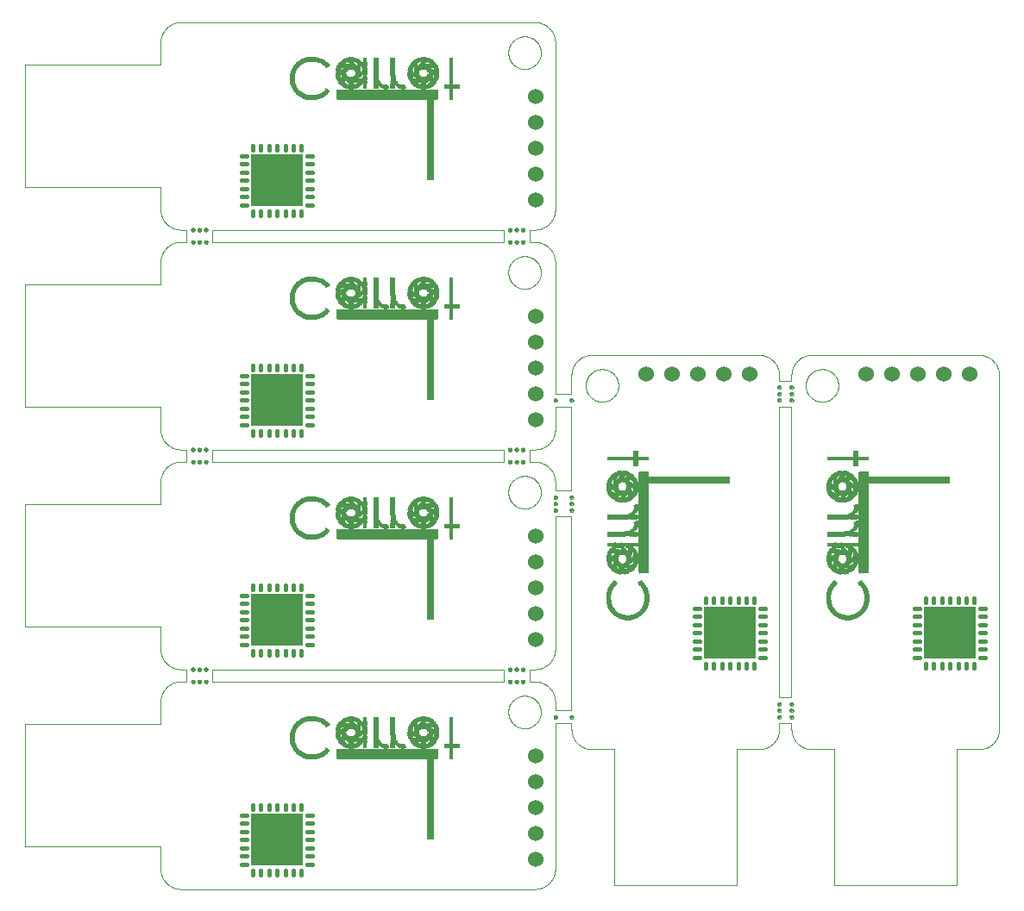
<source format=gbs>
G04 EAGLE Gerber X2 export*
%TF.Part,Single*%
%TF.FileFunction,Other,Solder Mask bottom*%
%TF.FilePolarity,Positive*%
%TF.GenerationSoftware,Autodesk,EAGLE,9.4.0*%
%TF.CreationDate,2019-06-23T03:17:34Z*%
G75*
%MOMM*%
%FSLAX34Y34*%
%LPD*%
%INSolder Mask bottom*%
%AMOC8*
5,1,8,0,0,1.08239X$1,22.5*%
G01*
%ADD10C,0.050000*%
%ADD11C,0.000000*%
%ADD12C,0.350000*%
%ADD13C,0.025400*%
%ADD14C,1.524000*%
%ADD15R,0.400000X0.020000*%
%ADD16R,0.760000X0.020000*%
%ADD17R,0.200000X0.020000*%
%ADD18R,0.240000X0.020000*%
%ADD19R,1.000000X0.020000*%
%ADD20R,0.540000X0.020000*%
%ADD21R,0.580000X0.020000*%
%ADD22R,1.180000X0.020000*%
%ADD23R,0.740000X0.020000*%
%ADD24R,0.780000X0.020000*%
%ADD25R,1.320000X0.020000*%
%ADD26R,0.880000X0.020000*%
%ADD27R,0.940000X0.020000*%
%ADD28R,1.480000X0.020000*%
%ADD29R,0.980000X0.020000*%
%ADD30R,0.380000X0.020000*%
%ADD31R,1.060000X0.020000*%
%ADD32R,0.360000X0.020000*%
%ADD33R,1.600000X0.020000*%
%ADD34R,1.100000X0.020000*%
%ADD35R,0.420000X0.020000*%
%ADD36R,0.440000X0.020000*%
%ADD37R,1.160000X0.020000*%
%ADD38R,1.700000X0.020000*%
%ADD39R,1.200000X0.020000*%
%ADD40R,1.260000X0.020000*%
%ADD41R,1.800000X0.020000*%
%ADD42R,1.300000X0.020000*%
%ADD43R,1.340000X0.020000*%
%ADD44R,1.900000X0.020000*%
%ADD45R,1.360000X0.020000*%
%ADD46R,1.440000X0.020000*%
%ADD47R,1.980000X0.020000*%
%ADD48R,1.520000X0.020000*%
%ADD49R,2.080000X0.020000*%
%ADD50R,1.500000X0.020000*%
%ADD51R,1.580000X0.020000*%
%ADD52R,2.160000X0.020000*%
%ADD53R,1.640000X0.020000*%
%ADD54R,2.240000X0.020000*%
%ADD55R,1.620000X0.020000*%
%ADD56R,2.300000X0.020000*%
%ADD57R,1.760000X0.020000*%
%ADD58R,2.380000X0.020000*%
%ADD59R,1.740000X0.020000*%
%ADD60R,2.420000X0.020000*%
%ADD61R,1.780000X0.020000*%
%ADD62R,1.860000X0.020000*%
%ADD63R,2.500000X0.020000*%
%ADD64R,1.920000X0.020000*%
%ADD65R,2.540000X0.020000*%
%ADD66R,1.960000X0.020000*%
%ADD67R,2.620000X0.020000*%
%ADD68R,1.940000X0.020000*%
%ADD69R,2.000000X0.020000*%
%ADD70R,2.660000X0.020000*%
%ADD71R,2.040000X0.020000*%
%ADD72R,1.120000X0.020000*%
%ADD73R,0.900000X0.020000*%
%ADD74R,1.040000X0.020000*%
%ADD75R,0.700000X0.020000*%
%ADD76R,0.820000X0.020000*%
%ADD77R,0.960000X0.020000*%
%ADD78R,0.920000X0.020000*%
%ADD79R,1.220000X0.020000*%
%ADD80R,0.660000X0.020000*%
%ADD81R,1.240000X0.020000*%
%ADD82R,0.620000X0.020000*%
%ADD83R,0.720000X0.020000*%
%ADD84R,0.860000X0.020000*%
%ADD85R,0.680000X0.020000*%
%ADD86R,0.840000X0.020000*%
%ADD87R,0.640000X0.020000*%
%ADD88R,0.520000X0.020000*%
%ADD89R,0.560000X0.020000*%
%ADD90R,0.800000X0.020000*%
%ADD91R,0.500000X0.020000*%
%ADD92R,0.480000X0.020000*%
%ADD93R,0.600000X0.020000*%
%ADD94R,0.460000X0.020000*%
%ADD95R,1.680000X0.020000*%
%ADD96R,1.720000X0.020000*%
%ADD97R,1.820000X0.020000*%
%ADD98R,1.840000X0.020000*%
%ADD99R,1.880000X0.020000*%
%ADD100R,0.320000X0.020000*%
%ADD101R,2.320000X0.020000*%
%ADD102R,2.800000X0.020000*%
%ADD103R,2.340000X0.020000*%
%ADD104R,2.820000X0.020000*%
%ADD105R,0.260000X0.020000*%
%ADD106R,2.360000X0.020000*%
%ADD107R,0.220000X0.020000*%
%ADD108R,0.180000X0.020000*%
%ADD109R,0.120000X0.020000*%
%ADD110R,0.080000X0.020000*%
%ADD111R,0.040000X0.020000*%
%ADD112R,1.140000X0.020000*%
%ADD113R,1.080000X0.020000*%
%ADD114R,1.660000X0.020000*%
%ADD115R,2.400000X0.020000*%
%ADD116R,2.980000X0.020000*%
%ADD117R,2.960000X0.020000*%
%ADD118R,2.840000X0.020000*%
%ADD119R,2.940000X0.020000*%
%ADD120R,2.780000X0.020000*%
%ADD121R,2.100000X0.020000*%
%ADD122R,2.060000X0.020000*%
%ADD123R,2.020000X0.020000*%
%ADD124R,0.060000X0.020000*%
%ADD125R,0.140000X0.020000*%
%ADD126R,1.540000X0.020000*%
%ADD127R,1.460000X0.020000*%
%ADD128R,1.420000X0.020000*%
%ADD129R,9.740000X0.020000*%
%ADD130R,9.840000X0.020000*%
%ADD131R,9.900000X0.020000*%
%ADD132R,9.940000X0.020000*%
%ADD133R,9.960000X0.020000*%
%ADD134R,9.980000X0.020000*%
%ADD135R,10.020000X0.020000*%
%ADD136R,2.580000X0.020000*%
%ADD137R,2.520000X0.020000*%
%ADD138R,2.460000X0.020000*%
%ADD139R,2.260000X0.020000*%
%ADD140R,2.200000X0.020000*%
%ADD141R,2.120000X0.020000*%
%ADD142R,9.820000X0.020000*%
%ADD143R,1.020000X0.020000*%
%ADD144C,0.450000*%
%ADD145R,5.050000X5.050000*%
%ADD146R,0.020000X0.400000*%
%ADD147R,0.020000X0.760000*%
%ADD148R,0.020000X0.200000*%
%ADD149R,0.020000X0.240000*%
%ADD150R,0.020000X1.000000*%
%ADD151R,0.020000X0.540000*%
%ADD152R,0.020000X0.580000*%
%ADD153R,0.020000X1.180000*%
%ADD154R,0.020000X0.740000*%
%ADD155R,0.020000X0.780000*%
%ADD156R,0.020000X1.320000*%
%ADD157R,0.020000X0.880000*%
%ADD158R,0.020000X0.940000*%
%ADD159R,0.020000X1.480000*%
%ADD160R,0.020000X0.980000*%
%ADD161R,0.020000X0.380000*%
%ADD162R,0.020000X1.060000*%
%ADD163R,0.020000X0.360000*%
%ADD164R,0.020000X1.600000*%
%ADD165R,0.020000X1.100000*%
%ADD166R,0.020000X0.420000*%
%ADD167R,0.020000X0.440000*%
%ADD168R,0.020000X1.160000*%
%ADD169R,0.020000X1.700000*%
%ADD170R,0.020000X1.200000*%
%ADD171R,0.020000X1.260000*%
%ADD172R,0.020000X1.800000*%
%ADD173R,0.020000X1.300000*%
%ADD174R,0.020000X1.340000*%
%ADD175R,0.020000X1.900000*%
%ADD176R,0.020000X1.360000*%
%ADD177R,0.020000X1.440000*%
%ADD178R,0.020000X1.980000*%
%ADD179R,0.020000X1.520000*%
%ADD180R,0.020000X2.080000*%
%ADD181R,0.020000X1.500000*%
%ADD182R,0.020000X1.580000*%
%ADD183R,0.020000X2.160000*%
%ADD184R,0.020000X1.640000*%
%ADD185R,0.020000X2.240000*%
%ADD186R,0.020000X1.620000*%
%ADD187R,0.020000X2.300000*%
%ADD188R,0.020000X1.760000*%
%ADD189R,0.020000X2.380000*%
%ADD190R,0.020000X1.740000*%
%ADD191R,0.020000X2.420000*%
%ADD192R,0.020000X1.780000*%
%ADD193R,0.020000X1.860000*%
%ADD194R,0.020000X2.500000*%
%ADD195R,0.020000X1.920000*%
%ADD196R,0.020000X2.540000*%
%ADD197R,0.020000X1.960000*%
%ADD198R,0.020000X2.620000*%
%ADD199R,0.020000X1.940000*%
%ADD200R,0.020000X2.000000*%
%ADD201R,0.020000X2.660000*%
%ADD202R,0.020000X2.040000*%
%ADD203R,0.020000X1.120000*%
%ADD204R,0.020000X0.900000*%
%ADD205R,0.020000X1.040000*%
%ADD206R,0.020000X0.700000*%
%ADD207R,0.020000X0.820000*%
%ADD208R,0.020000X0.960000*%
%ADD209R,0.020000X0.920000*%
%ADD210R,0.020000X1.220000*%
%ADD211R,0.020000X0.660000*%
%ADD212R,0.020000X1.240000*%
%ADD213R,0.020000X0.620000*%
%ADD214R,0.020000X0.720000*%
%ADD215R,0.020000X0.860000*%
%ADD216R,0.020000X0.680000*%
%ADD217R,0.020000X0.840000*%
%ADD218R,0.020000X0.640000*%
%ADD219R,0.020000X0.520000*%
%ADD220R,0.020000X0.560000*%
%ADD221R,0.020000X0.800000*%
%ADD222R,0.020000X0.500000*%
%ADD223R,0.020000X0.480000*%
%ADD224R,0.020000X0.600000*%
%ADD225R,0.020000X0.460000*%
%ADD226R,0.020000X1.680000*%
%ADD227R,0.020000X1.720000*%
%ADD228R,0.020000X1.820000*%
%ADD229R,0.020000X1.840000*%
%ADD230R,0.020000X1.880000*%
%ADD231R,0.020000X0.320000*%
%ADD232R,0.020000X2.320000*%
%ADD233R,0.020000X2.800000*%
%ADD234R,0.020000X2.340000*%
%ADD235R,0.020000X2.820000*%
%ADD236R,0.020000X0.260000*%
%ADD237R,0.020000X2.360000*%
%ADD238R,0.020000X0.220000*%
%ADD239R,0.020000X0.180000*%
%ADD240R,0.020000X0.120000*%
%ADD241R,0.020000X0.080000*%
%ADD242R,0.020000X0.040000*%
%ADD243R,0.020000X1.140000*%
%ADD244R,0.020000X1.080000*%
%ADD245R,0.020000X1.660000*%
%ADD246R,0.020000X2.400000*%
%ADD247R,0.020000X2.980000*%
%ADD248R,0.020000X2.960000*%
%ADD249R,0.020000X2.840000*%
%ADD250R,0.020000X2.940000*%
%ADD251R,0.020000X2.780000*%
%ADD252R,0.020000X2.100000*%
%ADD253R,0.020000X2.060000*%
%ADD254R,0.020000X2.020000*%
%ADD255R,0.020000X0.060000*%
%ADD256R,0.020000X0.140000*%
%ADD257R,0.020000X1.540000*%
%ADD258R,0.020000X1.460000*%
%ADD259R,0.020000X1.420000*%
%ADD260R,0.020000X9.740000*%
%ADD261R,0.020000X9.840000*%
%ADD262R,0.020000X9.900000*%
%ADD263R,0.020000X9.940000*%
%ADD264R,0.020000X9.960000*%
%ADD265R,0.020000X9.980000*%
%ADD266R,0.020000X10.020000*%
%ADD267R,0.020000X2.580000*%
%ADD268R,0.020000X2.520000*%
%ADD269R,0.020000X2.460000*%
%ADD270R,0.020000X2.260000*%
%ADD271R,0.020000X2.200000*%
%ADD272R,0.020000X2.120000*%
%ADD273R,0.020000X9.820000*%
%ADD274R,0.020000X1.020000*%


D10*
X153350Y212600D02*
X152866Y212594D01*
X152384Y212577D01*
X151901Y212548D01*
X151420Y212507D01*
X150939Y212455D01*
X150460Y212391D01*
X149983Y212315D01*
X149508Y212228D01*
X149035Y212130D01*
X148564Y212020D01*
X148096Y211899D01*
X147632Y211766D01*
X147170Y211623D01*
X146713Y211468D01*
X146259Y211302D01*
X145809Y211126D01*
X145364Y210938D01*
X144923Y210740D01*
X144487Y210531D01*
X144056Y210312D01*
X143631Y210082D01*
X143212Y209842D01*
X142798Y209592D01*
X142391Y209333D01*
X141990Y209063D01*
X141595Y208784D01*
X141208Y208495D01*
X140827Y208197D01*
X140454Y207890D01*
X140089Y207574D01*
X139731Y207250D01*
X139381Y206916D01*
X139039Y206575D01*
X138706Y206225D01*
X138381Y205867D01*
X138065Y205502D01*
X137758Y205129D01*
X137459Y204748D01*
X137171Y204361D01*
X136891Y203967D01*
X136621Y203566D01*
X136361Y203159D01*
X136111Y202745D01*
X135871Y202326D01*
X135642Y201901D01*
X135422Y201470D01*
X135213Y201035D01*
X135015Y200594D01*
X134827Y200149D01*
X134650Y199699D01*
X134484Y199245D01*
X134329Y198787D01*
X134185Y198326D01*
X134053Y197862D01*
X133931Y197394D01*
X133821Y196923D01*
X133722Y196450D01*
X133635Y195975D01*
X133559Y195498D01*
X133495Y195019D01*
X133443Y194538D01*
X133402Y194057D01*
X133373Y193575D01*
X133355Y193092D01*
X133349Y192609D01*
X500700Y212600D02*
X501191Y212594D01*
X501682Y212576D01*
X502172Y212547D01*
X502661Y212505D01*
X503149Y212451D01*
X503636Y212385D01*
X504121Y212307D01*
X504604Y212218D01*
X505084Y212116D01*
X505562Y212003D01*
X506037Y211878D01*
X506509Y211741D01*
X506977Y211593D01*
X507441Y211434D01*
X507902Y211263D01*
X508358Y211081D01*
X508809Y210888D01*
X509256Y210683D01*
X509697Y210468D01*
X510133Y210242D01*
X510564Y210006D01*
X510988Y209759D01*
X511406Y209501D01*
X511818Y209234D01*
X512223Y208956D01*
X512621Y208669D01*
X513012Y208372D01*
X513396Y208065D01*
X513772Y207749D01*
X514140Y207424D01*
X514500Y207090D01*
X514852Y206747D01*
X515195Y206396D01*
X515529Y206036D01*
X515855Y205669D01*
X516171Y205293D01*
X516478Y204910D01*
X516776Y204519D01*
X517064Y204121D01*
X517342Y203717D01*
X517610Y203305D01*
X517868Y202887D01*
X518115Y202463D01*
X518352Y202033D01*
X518579Y201597D01*
X518794Y201156D01*
X518999Y200710D01*
X519193Y200258D01*
X519376Y199803D01*
X519547Y199342D01*
X519707Y198878D01*
X519856Y198410D01*
X519993Y197939D01*
X520118Y197464D01*
X520232Y196986D01*
X520334Y196506D01*
X520424Y196023D01*
X520502Y195538D01*
X520569Y195052D01*
X520623Y194564D01*
X520666Y194074D01*
X520696Y193584D01*
X520715Y193093D01*
X520721Y192602D01*
X520721Y28779D02*
X520716Y28295D01*
X520699Y27812D01*
X520670Y27329D01*
X520630Y26846D01*
X520578Y26365D01*
X520514Y25886D01*
X520439Y25408D01*
X520353Y24932D01*
X520255Y24458D01*
X520145Y23986D01*
X520024Y23518D01*
X519892Y23052D01*
X519749Y22590D01*
X519594Y22132D01*
X519429Y21677D01*
X519252Y21227D01*
X519065Y20780D01*
X518867Y20339D01*
X518658Y19902D01*
X518439Y19471D01*
X518210Y19045D01*
X517970Y18625D01*
X517720Y18210D01*
X517460Y17802D01*
X517191Y17400D01*
X516912Y17005D01*
X516623Y16617D01*
X516325Y16235D01*
X516018Y15861D01*
X515702Y15495D01*
X515377Y15136D01*
X515044Y14786D01*
X514702Y14443D01*
X514352Y14109D01*
X513994Y13783D01*
X513629Y13466D01*
X513256Y13158D01*
X512875Y12859D01*
X512487Y12570D01*
X512093Y12290D01*
X511692Y12019D01*
X511284Y11758D01*
X510870Y11507D01*
X510451Y11267D01*
X510025Y11036D01*
X509594Y10816D01*
X509158Y10606D01*
X508717Y10407D01*
X508272Y10219D01*
X507822Y10041D01*
X507367Y9874D01*
X506909Y9719D01*
X506447Y9574D01*
X505982Y9441D01*
X505514Y9319D01*
X505043Y9208D01*
X504569Y9109D01*
X504094Y9021D01*
X503616Y8945D01*
X503136Y8880D01*
X502655Y8827D01*
X502173Y8785D01*
X501690Y8756D01*
X501207Y8737D01*
X500723Y8731D01*
X153374Y8731D02*
X152883Y8737D01*
X152392Y8755D01*
X151902Y8785D01*
X151413Y8827D01*
X150925Y8881D01*
X150439Y8947D01*
X149954Y9025D01*
X149472Y9115D01*
X148991Y9216D01*
X148514Y9330D01*
X148039Y9455D01*
X147568Y9591D01*
X147100Y9740D01*
X146636Y9899D01*
X146175Y10070D01*
X145720Y10252D01*
X145269Y10446D01*
X144822Y10650D01*
X144381Y10865D01*
X143945Y11091D01*
X143515Y11328D01*
X143091Y11575D01*
X142673Y11833D01*
X142262Y12100D01*
X141857Y12378D01*
X141459Y12665D01*
X141068Y12962D01*
X140685Y13269D01*
X140309Y13585D01*
X139942Y13910D01*
X139582Y14244D01*
X139231Y14587D01*
X138888Y14938D01*
X138554Y15298D01*
X138228Y15666D01*
X137912Y16041D01*
X137606Y16424D01*
X137308Y16815D01*
X137021Y17213D01*
X136743Y17617D01*
X136475Y18029D01*
X136218Y18447D01*
X135971Y18871D01*
X135734Y19301D01*
X135508Y19736D01*
X135292Y20178D01*
X135088Y20624D01*
X134894Y21075D01*
X134712Y21531D01*
X134541Y21991D01*
X134381Y22455D01*
X134233Y22923D01*
X134096Y23394D01*
X133971Y23869D01*
X133858Y24346D01*
X133756Y24827D01*
X133666Y25309D01*
X133588Y25794D01*
X133522Y26280D01*
X133468Y26768D01*
X133425Y27257D01*
X133395Y27747D01*
X133377Y28238D01*
X133371Y28728D01*
X0Y50371D02*
X0Y171021D01*
X133371Y28728D02*
X133377Y28238D01*
X133395Y27747D01*
X133425Y27257D01*
X133468Y26768D01*
X133522Y26280D01*
X133588Y25794D01*
X133666Y25309D01*
X133756Y24827D01*
X133858Y24346D01*
X133971Y23869D01*
X134096Y23394D01*
X134233Y22923D01*
X134381Y22455D01*
X134541Y21991D01*
X134712Y21531D01*
X134894Y21075D01*
X135088Y20624D01*
X135292Y20178D01*
X135508Y19736D01*
X135734Y19301D01*
X135971Y18871D01*
X136218Y18447D01*
X136475Y18029D01*
X136743Y17617D01*
X137021Y17213D01*
X137308Y16815D01*
X137606Y16424D01*
X137912Y16041D01*
X138228Y15666D01*
X138554Y15298D01*
X138888Y14938D01*
X139231Y14587D01*
X139582Y14244D01*
X139942Y13910D01*
X140309Y13585D01*
X140685Y13269D01*
X141068Y12962D01*
X141459Y12665D01*
X141857Y12378D01*
X142262Y12100D01*
X142673Y11833D01*
X143091Y11575D01*
X143515Y11328D01*
X143945Y11091D01*
X144381Y10865D01*
X144822Y10650D01*
X145269Y10446D01*
X145720Y10252D01*
X146175Y10070D01*
X146636Y9899D01*
X147100Y9740D01*
X147568Y9591D01*
X148039Y9455D01*
X148514Y9330D01*
X148991Y9216D01*
X149472Y9115D01*
X149954Y9025D01*
X150439Y8947D01*
X150925Y8881D01*
X151413Y8827D01*
X151902Y8785D01*
X152392Y8755D01*
X152883Y8737D01*
X153374Y8731D01*
X500723Y8731D02*
X501207Y8737D01*
X501690Y8756D01*
X502173Y8785D01*
X502655Y8827D01*
X503136Y8880D01*
X503616Y8945D01*
X504094Y9021D01*
X504569Y9109D01*
X505043Y9208D01*
X505514Y9319D01*
X505982Y9441D01*
X506447Y9574D01*
X506909Y9719D01*
X507367Y9874D01*
X507822Y10041D01*
X508272Y10219D01*
X508717Y10407D01*
X509158Y10606D01*
X509594Y10816D01*
X510025Y11036D01*
X510451Y11267D01*
X510870Y11507D01*
X511284Y11758D01*
X511692Y12019D01*
X512093Y12290D01*
X512487Y12570D01*
X512875Y12859D01*
X513256Y13158D01*
X513629Y13466D01*
X513994Y13783D01*
X514352Y14109D01*
X514702Y14443D01*
X515044Y14786D01*
X515377Y15136D01*
X515702Y15495D01*
X516018Y15861D01*
X516325Y16235D01*
X516623Y16617D01*
X516912Y17005D01*
X517191Y17400D01*
X517460Y17802D01*
X517720Y18210D01*
X517970Y18625D01*
X518210Y19045D01*
X518439Y19471D01*
X518658Y19902D01*
X518867Y20339D01*
X519065Y20780D01*
X519252Y21227D01*
X519429Y21677D01*
X519594Y22132D01*
X519749Y22590D01*
X519892Y23052D01*
X520024Y23518D01*
X520145Y23986D01*
X520255Y24458D01*
X520353Y24932D01*
X520439Y25408D01*
X520514Y25886D01*
X520578Y26365D01*
X520630Y26846D01*
X520670Y27329D01*
X520699Y27812D01*
X520716Y28295D01*
X520721Y28779D01*
X520721Y192602D02*
X520715Y193093D01*
X520696Y193584D01*
X520666Y194074D01*
X520623Y194564D01*
X520569Y195052D01*
X520502Y195538D01*
X520424Y196023D01*
X520334Y196506D01*
X520232Y196986D01*
X520118Y197464D01*
X519993Y197939D01*
X519856Y198410D01*
X519707Y198878D01*
X519547Y199342D01*
X519376Y199803D01*
X519193Y200258D01*
X518999Y200710D01*
X518794Y201156D01*
X518579Y201597D01*
X518352Y202033D01*
X518115Y202463D01*
X517868Y202887D01*
X517610Y203305D01*
X517342Y203717D01*
X517064Y204121D01*
X516776Y204519D01*
X516478Y204910D01*
X516171Y205293D01*
X515855Y205669D01*
X515529Y206036D01*
X515195Y206396D01*
X514852Y206747D01*
X514500Y207090D01*
X514140Y207424D01*
X513772Y207749D01*
X513396Y208065D01*
X513012Y208372D01*
X512621Y208669D01*
X512223Y208956D01*
X511818Y209234D01*
X511406Y209501D01*
X510988Y209759D01*
X510564Y210006D01*
X510133Y210242D01*
X509697Y210468D01*
X509256Y210683D01*
X508809Y210888D01*
X508358Y211081D01*
X507902Y211263D01*
X507441Y211434D01*
X506977Y211593D01*
X506509Y211741D01*
X506037Y211878D01*
X505562Y212003D01*
X505084Y212116D01*
X504604Y212218D01*
X504121Y212307D01*
X503636Y212385D01*
X503149Y212451D01*
X502661Y212505D01*
X502172Y212547D01*
X501682Y212576D01*
X501191Y212594D01*
X500700Y212600D01*
X495300Y212600D01*
X469900Y212600D02*
X184150Y212600D01*
X158750Y212600D02*
X153350Y212600D01*
X133368Y50371D02*
X0Y50371D01*
X133368Y50371D02*
X133371Y28729D01*
X133371Y28728D02*
X133377Y28238D01*
X133395Y27747D01*
X133425Y27257D01*
X133468Y26768D01*
X133522Y26280D01*
X133588Y25794D01*
X133666Y25309D01*
X133756Y24827D01*
X133858Y24346D01*
X133971Y23869D01*
X134096Y23394D01*
X134233Y22923D01*
X134381Y22455D01*
X134541Y21991D01*
X134712Y21531D01*
X134894Y21075D01*
X135088Y20624D01*
X135292Y20178D01*
X135508Y19736D01*
X135734Y19301D01*
X135971Y18871D01*
X136218Y18447D01*
X136475Y18029D01*
X136743Y17617D01*
X137021Y17213D01*
X137308Y16815D01*
X137606Y16424D01*
X137912Y16041D01*
X138228Y15666D01*
X138554Y15298D01*
X138888Y14938D01*
X139231Y14587D01*
X139582Y14244D01*
X139942Y13910D01*
X140309Y13585D01*
X140685Y13269D01*
X141068Y12962D01*
X141459Y12665D01*
X141857Y12378D01*
X142262Y12100D01*
X142673Y11833D01*
X143091Y11575D01*
X143515Y11328D01*
X143945Y11091D01*
X144381Y10865D01*
X144822Y10650D01*
X145269Y10446D01*
X145720Y10252D01*
X146175Y10070D01*
X146636Y9899D01*
X147100Y9740D01*
X147568Y9591D01*
X148039Y9455D01*
X148514Y9330D01*
X148991Y9216D01*
X149472Y9115D01*
X149954Y9025D01*
X150439Y8947D01*
X150925Y8881D01*
X151413Y8827D01*
X151902Y8785D01*
X152392Y8755D01*
X152883Y8737D01*
X153374Y8731D01*
X153373Y8731D02*
X500723Y8731D01*
X501207Y8737D01*
X501690Y8756D01*
X502173Y8785D01*
X502655Y8827D01*
X503136Y8880D01*
X503616Y8945D01*
X504094Y9021D01*
X504569Y9109D01*
X505043Y9208D01*
X505514Y9319D01*
X505982Y9441D01*
X506447Y9574D01*
X506909Y9719D01*
X507367Y9874D01*
X507822Y10041D01*
X508272Y10219D01*
X508717Y10407D01*
X509158Y10606D01*
X509594Y10816D01*
X510025Y11036D01*
X510451Y11267D01*
X510870Y11507D01*
X511284Y11758D01*
X511692Y12019D01*
X512093Y12290D01*
X512487Y12570D01*
X512875Y12859D01*
X513256Y13158D01*
X513629Y13466D01*
X513994Y13783D01*
X514352Y14109D01*
X514702Y14443D01*
X515044Y14786D01*
X515377Y15136D01*
X515702Y15495D01*
X516018Y15861D01*
X516325Y16235D01*
X516623Y16617D01*
X516912Y17005D01*
X517191Y17400D01*
X517460Y17802D01*
X517720Y18210D01*
X517970Y18625D01*
X518210Y19045D01*
X518439Y19471D01*
X518658Y19902D01*
X518867Y20339D01*
X519065Y20780D01*
X519252Y21227D01*
X519429Y21677D01*
X519594Y22132D01*
X519749Y22590D01*
X519892Y23052D01*
X520024Y23518D01*
X520145Y23986D01*
X520255Y24458D01*
X520353Y24932D01*
X520439Y25408D01*
X520514Y25886D01*
X520578Y26365D01*
X520630Y26846D01*
X520670Y27329D01*
X520699Y27812D01*
X520716Y28295D01*
X520721Y28779D01*
X520721Y171450D01*
X520721Y184150D02*
X520721Y192603D01*
X520721Y192602D02*
X520715Y193093D01*
X520696Y193584D01*
X520666Y194074D01*
X520623Y194564D01*
X520569Y195052D01*
X520502Y195538D01*
X520424Y196023D01*
X520334Y196506D01*
X520232Y196986D01*
X520118Y197464D01*
X519993Y197939D01*
X519856Y198410D01*
X519707Y198878D01*
X519547Y199342D01*
X519376Y199803D01*
X519193Y200258D01*
X518999Y200710D01*
X518794Y201156D01*
X518579Y201597D01*
X518352Y202033D01*
X518115Y202463D01*
X517868Y202887D01*
X517610Y203305D01*
X517342Y203717D01*
X517064Y204121D01*
X516776Y204519D01*
X516478Y204910D01*
X516171Y205293D01*
X515855Y205669D01*
X515529Y206036D01*
X515195Y206396D01*
X514852Y206747D01*
X514500Y207090D01*
X514140Y207424D01*
X513772Y207749D01*
X513396Y208065D01*
X513012Y208372D01*
X512621Y208669D01*
X512223Y208956D01*
X511818Y209234D01*
X511406Y209501D01*
X510988Y209759D01*
X510564Y210006D01*
X510133Y210242D01*
X509697Y210468D01*
X509256Y210683D01*
X508809Y210888D01*
X508358Y211081D01*
X507902Y211263D01*
X507441Y211434D01*
X506977Y211593D01*
X506509Y211741D01*
X506037Y211878D01*
X505562Y212003D01*
X505084Y212116D01*
X504604Y212218D01*
X504121Y212307D01*
X503636Y212385D01*
X503149Y212451D01*
X502661Y212505D01*
X502172Y212547D01*
X501682Y212576D01*
X501191Y212594D01*
X500700Y212600D01*
X153350Y212600D02*
X152866Y212594D01*
X152384Y212577D01*
X151901Y212548D01*
X151420Y212507D01*
X150939Y212455D01*
X150460Y212391D01*
X149983Y212315D01*
X149508Y212228D01*
X149035Y212130D01*
X148564Y212020D01*
X148096Y211899D01*
X147632Y211766D01*
X147170Y211623D01*
X146713Y211468D01*
X146259Y211302D01*
X145809Y211126D01*
X145364Y210938D01*
X144923Y210740D01*
X144487Y210531D01*
X144056Y210312D01*
X143631Y210082D01*
X143212Y209842D01*
X142798Y209592D01*
X142391Y209333D01*
X141990Y209063D01*
X141595Y208784D01*
X141208Y208495D01*
X140827Y208197D01*
X140454Y207890D01*
X140089Y207574D01*
X139731Y207250D01*
X139381Y206916D01*
X139039Y206575D01*
X138706Y206225D01*
X138381Y205867D01*
X138065Y205502D01*
X137758Y205129D01*
X137459Y204748D01*
X137171Y204361D01*
X136891Y203967D01*
X136621Y203566D01*
X136361Y203159D01*
X136111Y202745D01*
X135871Y202326D01*
X135642Y201901D01*
X135422Y201470D01*
X135213Y201035D01*
X135015Y200594D01*
X134827Y200149D01*
X134650Y199699D01*
X134484Y199245D01*
X134329Y198787D01*
X134185Y198326D01*
X134053Y197862D01*
X133931Y197394D01*
X133821Y196923D01*
X133722Y196450D01*
X133635Y195975D01*
X133559Y195498D01*
X133495Y195019D01*
X133443Y194538D01*
X133402Y194057D01*
X133373Y193575D01*
X133355Y193092D01*
X133349Y192609D01*
X133350Y192609D02*
X133349Y171021D01*
X0Y171021D01*
X474701Y182600D02*
X474706Y182993D01*
X474720Y183385D01*
X474744Y183777D01*
X474778Y184168D01*
X474821Y184559D01*
X474874Y184948D01*
X474937Y185335D01*
X475008Y185721D01*
X475090Y186106D01*
X475180Y186488D01*
X475281Y186867D01*
X475390Y187245D01*
X475509Y187619D01*
X475636Y187990D01*
X475773Y188358D01*
X475919Y188723D01*
X476074Y189084D01*
X476237Y189441D01*
X476409Y189794D01*
X476590Y190142D01*
X476780Y190486D01*
X476977Y190826D01*
X477183Y191160D01*
X477397Y191489D01*
X477620Y191813D01*
X477850Y192131D01*
X478087Y192444D01*
X478333Y192750D01*
X478586Y193051D01*
X478846Y193345D01*
X479113Y193633D01*
X479387Y193914D01*
X479668Y194188D01*
X479956Y194455D01*
X480250Y194715D01*
X480551Y194968D01*
X480857Y195214D01*
X481170Y195451D01*
X481488Y195681D01*
X481812Y195904D01*
X482141Y196118D01*
X482475Y196324D01*
X482815Y196521D01*
X483159Y196711D01*
X483507Y196892D01*
X483860Y197064D01*
X484217Y197227D01*
X484578Y197382D01*
X484943Y197528D01*
X485311Y197665D01*
X485682Y197792D01*
X486056Y197911D01*
X486434Y198020D01*
X486813Y198121D01*
X487195Y198211D01*
X487580Y198293D01*
X487966Y198364D01*
X488353Y198427D01*
X488742Y198480D01*
X489133Y198523D01*
X489524Y198557D01*
X489916Y198581D01*
X490308Y198595D01*
X490701Y198600D01*
X491094Y198595D01*
X491486Y198581D01*
X491878Y198557D01*
X492269Y198523D01*
X492660Y198480D01*
X493049Y198427D01*
X493436Y198364D01*
X493822Y198293D01*
X494207Y198211D01*
X494589Y198121D01*
X494968Y198020D01*
X495346Y197911D01*
X495720Y197792D01*
X496091Y197665D01*
X496459Y197528D01*
X496824Y197382D01*
X497185Y197227D01*
X497542Y197064D01*
X497895Y196892D01*
X498243Y196711D01*
X498587Y196521D01*
X498927Y196324D01*
X499261Y196118D01*
X499590Y195904D01*
X499914Y195681D01*
X500232Y195451D01*
X500545Y195214D01*
X500851Y194968D01*
X501152Y194715D01*
X501446Y194455D01*
X501734Y194188D01*
X502015Y193914D01*
X502289Y193633D01*
X502556Y193345D01*
X502816Y193051D01*
X503069Y192750D01*
X503315Y192444D01*
X503552Y192131D01*
X503782Y191813D01*
X504005Y191489D01*
X504219Y191160D01*
X504425Y190826D01*
X504622Y190486D01*
X504812Y190142D01*
X504993Y189794D01*
X505165Y189441D01*
X505328Y189084D01*
X505483Y188723D01*
X505629Y188358D01*
X505766Y187990D01*
X505893Y187619D01*
X506012Y187245D01*
X506121Y186867D01*
X506222Y186488D01*
X506312Y186106D01*
X506394Y185721D01*
X506465Y185335D01*
X506528Y184948D01*
X506581Y184559D01*
X506624Y184168D01*
X506658Y183777D01*
X506682Y183385D01*
X506696Y182993D01*
X506701Y182600D01*
X506696Y182207D01*
X506682Y181815D01*
X506658Y181423D01*
X506624Y181032D01*
X506581Y180641D01*
X506528Y180252D01*
X506465Y179865D01*
X506394Y179479D01*
X506312Y179094D01*
X506222Y178712D01*
X506121Y178333D01*
X506012Y177955D01*
X505893Y177581D01*
X505766Y177210D01*
X505629Y176842D01*
X505483Y176477D01*
X505328Y176116D01*
X505165Y175759D01*
X504993Y175406D01*
X504812Y175058D01*
X504622Y174714D01*
X504425Y174374D01*
X504219Y174040D01*
X504005Y173711D01*
X503782Y173387D01*
X503552Y173069D01*
X503315Y172756D01*
X503069Y172450D01*
X502816Y172149D01*
X502556Y171855D01*
X502289Y171567D01*
X502015Y171286D01*
X501734Y171012D01*
X501446Y170745D01*
X501152Y170485D01*
X500851Y170232D01*
X500545Y169986D01*
X500232Y169749D01*
X499914Y169519D01*
X499590Y169296D01*
X499261Y169082D01*
X498927Y168876D01*
X498587Y168679D01*
X498243Y168489D01*
X497895Y168308D01*
X497542Y168136D01*
X497185Y167973D01*
X496824Y167818D01*
X496459Y167672D01*
X496091Y167535D01*
X495720Y167408D01*
X495346Y167289D01*
X494968Y167180D01*
X494589Y167079D01*
X494207Y166989D01*
X493822Y166907D01*
X493436Y166836D01*
X493049Y166773D01*
X492660Y166720D01*
X492269Y166677D01*
X491878Y166643D01*
X491486Y166619D01*
X491094Y166605D01*
X490701Y166600D01*
X490308Y166605D01*
X489916Y166619D01*
X489524Y166643D01*
X489133Y166677D01*
X488742Y166720D01*
X488353Y166773D01*
X487966Y166836D01*
X487580Y166907D01*
X487195Y166989D01*
X486813Y167079D01*
X486434Y167180D01*
X486056Y167289D01*
X485682Y167408D01*
X485311Y167535D01*
X484943Y167672D01*
X484578Y167818D01*
X484217Y167973D01*
X483860Y168136D01*
X483507Y168308D01*
X483159Y168489D01*
X482815Y168679D01*
X482475Y168876D01*
X482141Y169082D01*
X481812Y169296D01*
X481488Y169519D01*
X481170Y169749D01*
X480857Y169986D01*
X480551Y170232D01*
X480250Y170485D01*
X479956Y170745D01*
X479668Y171012D01*
X479387Y171286D01*
X479113Y171567D01*
X478846Y171855D01*
X478586Y172149D01*
X478333Y172450D01*
X478087Y172756D01*
X477850Y173069D01*
X477620Y173387D01*
X477397Y173711D01*
X477183Y174040D01*
X476977Y174374D01*
X476780Y174714D01*
X476590Y175058D01*
X476409Y175406D01*
X476237Y175759D01*
X476074Y176116D01*
X475919Y176477D01*
X475773Y176842D01*
X475636Y177210D01*
X475509Y177581D01*
X475390Y177955D01*
X475281Y178333D01*
X475180Y178712D01*
X475090Y179094D01*
X475008Y179479D01*
X474937Y179865D01*
X474874Y180252D01*
X474821Y180641D01*
X474778Y181032D01*
X474744Y181423D01*
X474720Y181815D01*
X474706Y182207D01*
X474701Y182600D01*
D11*
X163350Y212600D02*
X163352Y212683D01*
X163358Y212766D01*
X163368Y212849D01*
X163382Y212931D01*
X163399Y213013D01*
X163421Y213093D01*
X163446Y213172D01*
X163475Y213250D01*
X163508Y213327D01*
X163545Y213402D01*
X163584Y213475D01*
X163628Y213546D01*
X163674Y213615D01*
X163724Y213682D01*
X163777Y213746D01*
X163833Y213808D01*
X163892Y213867D01*
X163954Y213923D01*
X164018Y213976D01*
X164085Y214026D01*
X164154Y214072D01*
X164225Y214116D01*
X164298Y214155D01*
X164373Y214192D01*
X164450Y214225D01*
X164528Y214254D01*
X164607Y214279D01*
X164687Y214301D01*
X164769Y214318D01*
X164851Y214332D01*
X164934Y214342D01*
X165017Y214348D01*
X165100Y214350D01*
X165183Y214348D01*
X165266Y214342D01*
X165349Y214332D01*
X165431Y214318D01*
X165513Y214301D01*
X165593Y214279D01*
X165672Y214254D01*
X165750Y214225D01*
X165827Y214192D01*
X165902Y214155D01*
X165975Y214116D01*
X166046Y214072D01*
X166115Y214026D01*
X166182Y213976D01*
X166246Y213923D01*
X166308Y213867D01*
X166367Y213808D01*
X166423Y213746D01*
X166476Y213682D01*
X166526Y213615D01*
X166572Y213546D01*
X166616Y213475D01*
X166655Y213402D01*
X166692Y213327D01*
X166725Y213250D01*
X166754Y213172D01*
X166779Y213093D01*
X166801Y213013D01*
X166818Y212931D01*
X166832Y212849D01*
X166842Y212766D01*
X166848Y212683D01*
X166850Y212600D01*
X166848Y212517D01*
X166842Y212434D01*
X166832Y212351D01*
X166818Y212269D01*
X166801Y212187D01*
X166779Y212107D01*
X166754Y212028D01*
X166725Y211950D01*
X166692Y211873D01*
X166655Y211798D01*
X166616Y211725D01*
X166572Y211654D01*
X166526Y211585D01*
X166476Y211518D01*
X166423Y211454D01*
X166367Y211392D01*
X166308Y211333D01*
X166246Y211277D01*
X166182Y211224D01*
X166115Y211174D01*
X166046Y211128D01*
X165975Y211084D01*
X165902Y211045D01*
X165827Y211008D01*
X165750Y210975D01*
X165672Y210946D01*
X165593Y210921D01*
X165513Y210899D01*
X165431Y210882D01*
X165349Y210868D01*
X165266Y210858D01*
X165183Y210852D01*
X165100Y210850D01*
X165017Y210852D01*
X164934Y210858D01*
X164851Y210868D01*
X164769Y210882D01*
X164687Y210899D01*
X164607Y210921D01*
X164528Y210946D01*
X164450Y210975D01*
X164373Y211008D01*
X164298Y211045D01*
X164225Y211084D01*
X164154Y211128D01*
X164085Y211174D01*
X164018Y211224D01*
X163954Y211277D01*
X163892Y211333D01*
X163833Y211392D01*
X163777Y211454D01*
X163724Y211518D01*
X163674Y211585D01*
X163628Y211654D01*
X163584Y211725D01*
X163545Y211798D01*
X163508Y211873D01*
X163475Y211950D01*
X163446Y212028D01*
X163421Y212107D01*
X163399Y212187D01*
X163382Y212269D01*
X163368Y212351D01*
X163358Y212434D01*
X163352Y212517D01*
X163350Y212600D01*
D12*
X165100Y212600D03*
D11*
X169700Y212600D02*
X169702Y212683D01*
X169708Y212766D01*
X169718Y212849D01*
X169732Y212931D01*
X169749Y213013D01*
X169771Y213093D01*
X169796Y213172D01*
X169825Y213250D01*
X169858Y213327D01*
X169895Y213402D01*
X169934Y213475D01*
X169978Y213546D01*
X170024Y213615D01*
X170074Y213682D01*
X170127Y213746D01*
X170183Y213808D01*
X170242Y213867D01*
X170304Y213923D01*
X170368Y213976D01*
X170435Y214026D01*
X170504Y214072D01*
X170575Y214116D01*
X170648Y214155D01*
X170723Y214192D01*
X170800Y214225D01*
X170878Y214254D01*
X170957Y214279D01*
X171037Y214301D01*
X171119Y214318D01*
X171201Y214332D01*
X171284Y214342D01*
X171367Y214348D01*
X171450Y214350D01*
X171533Y214348D01*
X171616Y214342D01*
X171699Y214332D01*
X171781Y214318D01*
X171863Y214301D01*
X171943Y214279D01*
X172022Y214254D01*
X172100Y214225D01*
X172177Y214192D01*
X172252Y214155D01*
X172325Y214116D01*
X172396Y214072D01*
X172465Y214026D01*
X172532Y213976D01*
X172596Y213923D01*
X172658Y213867D01*
X172717Y213808D01*
X172773Y213746D01*
X172826Y213682D01*
X172876Y213615D01*
X172922Y213546D01*
X172966Y213475D01*
X173005Y213402D01*
X173042Y213327D01*
X173075Y213250D01*
X173104Y213172D01*
X173129Y213093D01*
X173151Y213013D01*
X173168Y212931D01*
X173182Y212849D01*
X173192Y212766D01*
X173198Y212683D01*
X173200Y212600D01*
X173198Y212517D01*
X173192Y212434D01*
X173182Y212351D01*
X173168Y212269D01*
X173151Y212187D01*
X173129Y212107D01*
X173104Y212028D01*
X173075Y211950D01*
X173042Y211873D01*
X173005Y211798D01*
X172966Y211725D01*
X172922Y211654D01*
X172876Y211585D01*
X172826Y211518D01*
X172773Y211454D01*
X172717Y211392D01*
X172658Y211333D01*
X172596Y211277D01*
X172532Y211224D01*
X172465Y211174D01*
X172396Y211128D01*
X172325Y211084D01*
X172252Y211045D01*
X172177Y211008D01*
X172100Y210975D01*
X172022Y210946D01*
X171943Y210921D01*
X171863Y210899D01*
X171781Y210882D01*
X171699Y210868D01*
X171616Y210858D01*
X171533Y210852D01*
X171450Y210850D01*
X171367Y210852D01*
X171284Y210858D01*
X171201Y210868D01*
X171119Y210882D01*
X171037Y210899D01*
X170957Y210921D01*
X170878Y210946D01*
X170800Y210975D01*
X170723Y211008D01*
X170648Y211045D01*
X170575Y211084D01*
X170504Y211128D01*
X170435Y211174D01*
X170368Y211224D01*
X170304Y211277D01*
X170242Y211333D01*
X170183Y211392D01*
X170127Y211454D01*
X170074Y211518D01*
X170024Y211585D01*
X169978Y211654D01*
X169934Y211725D01*
X169895Y211798D01*
X169858Y211873D01*
X169825Y211950D01*
X169796Y212028D01*
X169771Y212107D01*
X169749Y212187D01*
X169732Y212269D01*
X169718Y212351D01*
X169708Y212434D01*
X169702Y212517D01*
X169700Y212600D01*
D12*
X171450Y212600D03*
D11*
X176050Y212600D02*
X176052Y212683D01*
X176058Y212766D01*
X176068Y212849D01*
X176082Y212931D01*
X176099Y213013D01*
X176121Y213093D01*
X176146Y213172D01*
X176175Y213250D01*
X176208Y213327D01*
X176245Y213402D01*
X176284Y213475D01*
X176328Y213546D01*
X176374Y213615D01*
X176424Y213682D01*
X176477Y213746D01*
X176533Y213808D01*
X176592Y213867D01*
X176654Y213923D01*
X176718Y213976D01*
X176785Y214026D01*
X176854Y214072D01*
X176925Y214116D01*
X176998Y214155D01*
X177073Y214192D01*
X177150Y214225D01*
X177228Y214254D01*
X177307Y214279D01*
X177387Y214301D01*
X177469Y214318D01*
X177551Y214332D01*
X177634Y214342D01*
X177717Y214348D01*
X177800Y214350D01*
X177883Y214348D01*
X177966Y214342D01*
X178049Y214332D01*
X178131Y214318D01*
X178213Y214301D01*
X178293Y214279D01*
X178372Y214254D01*
X178450Y214225D01*
X178527Y214192D01*
X178602Y214155D01*
X178675Y214116D01*
X178746Y214072D01*
X178815Y214026D01*
X178882Y213976D01*
X178946Y213923D01*
X179008Y213867D01*
X179067Y213808D01*
X179123Y213746D01*
X179176Y213682D01*
X179226Y213615D01*
X179272Y213546D01*
X179316Y213475D01*
X179355Y213402D01*
X179392Y213327D01*
X179425Y213250D01*
X179454Y213172D01*
X179479Y213093D01*
X179501Y213013D01*
X179518Y212931D01*
X179532Y212849D01*
X179542Y212766D01*
X179548Y212683D01*
X179550Y212600D01*
X179548Y212517D01*
X179542Y212434D01*
X179532Y212351D01*
X179518Y212269D01*
X179501Y212187D01*
X179479Y212107D01*
X179454Y212028D01*
X179425Y211950D01*
X179392Y211873D01*
X179355Y211798D01*
X179316Y211725D01*
X179272Y211654D01*
X179226Y211585D01*
X179176Y211518D01*
X179123Y211454D01*
X179067Y211392D01*
X179008Y211333D01*
X178946Y211277D01*
X178882Y211224D01*
X178815Y211174D01*
X178746Y211128D01*
X178675Y211084D01*
X178602Y211045D01*
X178527Y211008D01*
X178450Y210975D01*
X178372Y210946D01*
X178293Y210921D01*
X178213Y210899D01*
X178131Y210882D01*
X178049Y210868D01*
X177966Y210858D01*
X177883Y210852D01*
X177800Y210850D01*
X177717Y210852D01*
X177634Y210858D01*
X177551Y210868D01*
X177469Y210882D01*
X177387Y210899D01*
X177307Y210921D01*
X177228Y210946D01*
X177150Y210975D01*
X177073Y211008D01*
X176998Y211045D01*
X176925Y211084D01*
X176854Y211128D01*
X176785Y211174D01*
X176718Y211224D01*
X176654Y211277D01*
X176592Y211333D01*
X176533Y211392D01*
X176477Y211454D01*
X176424Y211518D01*
X176374Y211585D01*
X176328Y211654D01*
X176284Y211725D01*
X176245Y211798D01*
X176208Y211873D01*
X176175Y211950D01*
X176146Y212028D01*
X176121Y212107D01*
X176099Y212187D01*
X176082Y212269D01*
X176068Y212351D01*
X176058Y212434D01*
X176052Y212517D01*
X176050Y212600D01*
D12*
X177800Y212600D03*
D11*
X474500Y212600D02*
X474502Y212683D01*
X474508Y212766D01*
X474518Y212849D01*
X474532Y212931D01*
X474549Y213013D01*
X474571Y213093D01*
X474596Y213172D01*
X474625Y213250D01*
X474658Y213327D01*
X474695Y213402D01*
X474734Y213475D01*
X474778Y213546D01*
X474824Y213615D01*
X474874Y213682D01*
X474927Y213746D01*
X474983Y213808D01*
X475042Y213867D01*
X475104Y213923D01*
X475168Y213976D01*
X475235Y214026D01*
X475304Y214072D01*
X475375Y214116D01*
X475448Y214155D01*
X475523Y214192D01*
X475600Y214225D01*
X475678Y214254D01*
X475757Y214279D01*
X475837Y214301D01*
X475919Y214318D01*
X476001Y214332D01*
X476084Y214342D01*
X476167Y214348D01*
X476250Y214350D01*
X476333Y214348D01*
X476416Y214342D01*
X476499Y214332D01*
X476581Y214318D01*
X476663Y214301D01*
X476743Y214279D01*
X476822Y214254D01*
X476900Y214225D01*
X476977Y214192D01*
X477052Y214155D01*
X477125Y214116D01*
X477196Y214072D01*
X477265Y214026D01*
X477332Y213976D01*
X477396Y213923D01*
X477458Y213867D01*
X477517Y213808D01*
X477573Y213746D01*
X477626Y213682D01*
X477676Y213615D01*
X477722Y213546D01*
X477766Y213475D01*
X477805Y213402D01*
X477842Y213327D01*
X477875Y213250D01*
X477904Y213172D01*
X477929Y213093D01*
X477951Y213013D01*
X477968Y212931D01*
X477982Y212849D01*
X477992Y212766D01*
X477998Y212683D01*
X478000Y212600D01*
X477998Y212517D01*
X477992Y212434D01*
X477982Y212351D01*
X477968Y212269D01*
X477951Y212187D01*
X477929Y212107D01*
X477904Y212028D01*
X477875Y211950D01*
X477842Y211873D01*
X477805Y211798D01*
X477766Y211725D01*
X477722Y211654D01*
X477676Y211585D01*
X477626Y211518D01*
X477573Y211454D01*
X477517Y211392D01*
X477458Y211333D01*
X477396Y211277D01*
X477332Y211224D01*
X477265Y211174D01*
X477196Y211128D01*
X477125Y211084D01*
X477052Y211045D01*
X476977Y211008D01*
X476900Y210975D01*
X476822Y210946D01*
X476743Y210921D01*
X476663Y210899D01*
X476581Y210882D01*
X476499Y210868D01*
X476416Y210858D01*
X476333Y210852D01*
X476250Y210850D01*
X476167Y210852D01*
X476084Y210858D01*
X476001Y210868D01*
X475919Y210882D01*
X475837Y210899D01*
X475757Y210921D01*
X475678Y210946D01*
X475600Y210975D01*
X475523Y211008D01*
X475448Y211045D01*
X475375Y211084D01*
X475304Y211128D01*
X475235Y211174D01*
X475168Y211224D01*
X475104Y211277D01*
X475042Y211333D01*
X474983Y211392D01*
X474927Y211454D01*
X474874Y211518D01*
X474824Y211585D01*
X474778Y211654D01*
X474734Y211725D01*
X474695Y211798D01*
X474658Y211873D01*
X474625Y211950D01*
X474596Y212028D01*
X474571Y212107D01*
X474549Y212187D01*
X474532Y212269D01*
X474518Y212351D01*
X474508Y212434D01*
X474502Y212517D01*
X474500Y212600D01*
D12*
X476250Y212600D03*
D11*
X480850Y212600D02*
X480852Y212683D01*
X480858Y212766D01*
X480868Y212849D01*
X480882Y212931D01*
X480899Y213013D01*
X480921Y213093D01*
X480946Y213172D01*
X480975Y213250D01*
X481008Y213327D01*
X481045Y213402D01*
X481084Y213475D01*
X481128Y213546D01*
X481174Y213615D01*
X481224Y213682D01*
X481277Y213746D01*
X481333Y213808D01*
X481392Y213867D01*
X481454Y213923D01*
X481518Y213976D01*
X481585Y214026D01*
X481654Y214072D01*
X481725Y214116D01*
X481798Y214155D01*
X481873Y214192D01*
X481950Y214225D01*
X482028Y214254D01*
X482107Y214279D01*
X482187Y214301D01*
X482269Y214318D01*
X482351Y214332D01*
X482434Y214342D01*
X482517Y214348D01*
X482600Y214350D01*
X482683Y214348D01*
X482766Y214342D01*
X482849Y214332D01*
X482931Y214318D01*
X483013Y214301D01*
X483093Y214279D01*
X483172Y214254D01*
X483250Y214225D01*
X483327Y214192D01*
X483402Y214155D01*
X483475Y214116D01*
X483546Y214072D01*
X483615Y214026D01*
X483682Y213976D01*
X483746Y213923D01*
X483808Y213867D01*
X483867Y213808D01*
X483923Y213746D01*
X483976Y213682D01*
X484026Y213615D01*
X484072Y213546D01*
X484116Y213475D01*
X484155Y213402D01*
X484192Y213327D01*
X484225Y213250D01*
X484254Y213172D01*
X484279Y213093D01*
X484301Y213013D01*
X484318Y212931D01*
X484332Y212849D01*
X484342Y212766D01*
X484348Y212683D01*
X484350Y212600D01*
X484348Y212517D01*
X484342Y212434D01*
X484332Y212351D01*
X484318Y212269D01*
X484301Y212187D01*
X484279Y212107D01*
X484254Y212028D01*
X484225Y211950D01*
X484192Y211873D01*
X484155Y211798D01*
X484116Y211725D01*
X484072Y211654D01*
X484026Y211585D01*
X483976Y211518D01*
X483923Y211454D01*
X483867Y211392D01*
X483808Y211333D01*
X483746Y211277D01*
X483682Y211224D01*
X483615Y211174D01*
X483546Y211128D01*
X483475Y211084D01*
X483402Y211045D01*
X483327Y211008D01*
X483250Y210975D01*
X483172Y210946D01*
X483093Y210921D01*
X483013Y210899D01*
X482931Y210882D01*
X482849Y210868D01*
X482766Y210858D01*
X482683Y210852D01*
X482600Y210850D01*
X482517Y210852D01*
X482434Y210858D01*
X482351Y210868D01*
X482269Y210882D01*
X482187Y210899D01*
X482107Y210921D01*
X482028Y210946D01*
X481950Y210975D01*
X481873Y211008D01*
X481798Y211045D01*
X481725Y211084D01*
X481654Y211128D01*
X481585Y211174D01*
X481518Y211224D01*
X481454Y211277D01*
X481392Y211333D01*
X481333Y211392D01*
X481277Y211454D01*
X481224Y211518D01*
X481174Y211585D01*
X481128Y211654D01*
X481084Y211725D01*
X481045Y211798D01*
X481008Y211873D01*
X480975Y211950D01*
X480946Y212028D01*
X480921Y212107D01*
X480899Y212187D01*
X480882Y212269D01*
X480868Y212351D01*
X480858Y212434D01*
X480852Y212517D01*
X480850Y212600D01*
D12*
X482600Y212600D03*
D11*
X487200Y212600D02*
X487202Y212683D01*
X487208Y212766D01*
X487218Y212849D01*
X487232Y212931D01*
X487249Y213013D01*
X487271Y213093D01*
X487296Y213172D01*
X487325Y213250D01*
X487358Y213327D01*
X487395Y213402D01*
X487434Y213475D01*
X487478Y213546D01*
X487524Y213615D01*
X487574Y213682D01*
X487627Y213746D01*
X487683Y213808D01*
X487742Y213867D01*
X487804Y213923D01*
X487868Y213976D01*
X487935Y214026D01*
X488004Y214072D01*
X488075Y214116D01*
X488148Y214155D01*
X488223Y214192D01*
X488300Y214225D01*
X488378Y214254D01*
X488457Y214279D01*
X488537Y214301D01*
X488619Y214318D01*
X488701Y214332D01*
X488784Y214342D01*
X488867Y214348D01*
X488950Y214350D01*
X489033Y214348D01*
X489116Y214342D01*
X489199Y214332D01*
X489281Y214318D01*
X489363Y214301D01*
X489443Y214279D01*
X489522Y214254D01*
X489600Y214225D01*
X489677Y214192D01*
X489752Y214155D01*
X489825Y214116D01*
X489896Y214072D01*
X489965Y214026D01*
X490032Y213976D01*
X490096Y213923D01*
X490158Y213867D01*
X490217Y213808D01*
X490273Y213746D01*
X490326Y213682D01*
X490376Y213615D01*
X490422Y213546D01*
X490466Y213475D01*
X490505Y213402D01*
X490542Y213327D01*
X490575Y213250D01*
X490604Y213172D01*
X490629Y213093D01*
X490651Y213013D01*
X490668Y212931D01*
X490682Y212849D01*
X490692Y212766D01*
X490698Y212683D01*
X490700Y212600D01*
X490698Y212517D01*
X490692Y212434D01*
X490682Y212351D01*
X490668Y212269D01*
X490651Y212187D01*
X490629Y212107D01*
X490604Y212028D01*
X490575Y211950D01*
X490542Y211873D01*
X490505Y211798D01*
X490466Y211725D01*
X490422Y211654D01*
X490376Y211585D01*
X490326Y211518D01*
X490273Y211454D01*
X490217Y211392D01*
X490158Y211333D01*
X490096Y211277D01*
X490032Y211224D01*
X489965Y211174D01*
X489896Y211128D01*
X489825Y211084D01*
X489752Y211045D01*
X489677Y211008D01*
X489600Y210975D01*
X489522Y210946D01*
X489443Y210921D01*
X489363Y210899D01*
X489281Y210882D01*
X489199Y210868D01*
X489116Y210858D01*
X489033Y210852D01*
X488950Y210850D01*
X488867Y210852D01*
X488784Y210858D01*
X488701Y210868D01*
X488619Y210882D01*
X488537Y210899D01*
X488457Y210921D01*
X488378Y210946D01*
X488300Y210975D01*
X488223Y211008D01*
X488148Y211045D01*
X488075Y211084D01*
X488004Y211128D01*
X487935Y211174D01*
X487868Y211224D01*
X487804Y211277D01*
X487742Y211333D01*
X487683Y211392D01*
X487627Y211454D01*
X487574Y211518D01*
X487524Y211585D01*
X487478Y211654D01*
X487434Y211725D01*
X487395Y211798D01*
X487358Y211873D01*
X487325Y211950D01*
X487296Y212028D01*
X487271Y212107D01*
X487249Y212187D01*
X487232Y212269D01*
X487218Y212351D01*
X487208Y212434D01*
X487202Y212517D01*
X487200Y212600D01*
D12*
X488950Y212600D03*
D11*
X518971Y177800D02*
X518973Y177883D01*
X518979Y177966D01*
X518989Y178049D01*
X519003Y178131D01*
X519020Y178213D01*
X519042Y178293D01*
X519067Y178372D01*
X519096Y178450D01*
X519129Y178527D01*
X519166Y178602D01*
X519205Y178675D01*
X519249Y178746D01*
X519295Y178815D01*
X519345Y178882D01*
X519398Y178946D01*
X519454Y179008D01*
X519513Y179067D01*
X519575Y179123D01*
X519639Y179176D01*
X519706Y179226D01*
X519775Y179272D01*
X519846Y179316D01*
X519919Y179355D01*
X519994Y179392D01*
X520071Y179425D01*
X520149Y179454D01*
X520228Y179479D01*
X520308Y179501D01*
X520390Y179518D01*
X520472Y179532D01*
X520555Y179542D01*
X520638Y179548D01*
X520721Y179550D01*
X520804Y179548D01*
X520887Y179542D01*
X520970Y179532D01*
X521052Y179518D01*
X521134Y179501D01*
X521214Y179479D01*
X521293Y179454D01*
X521371Y179425D01*
X521448Y179392D01*
X521523Y179355D01*
X521596Y179316D01*
X521667Y179272D01*
X521736Y179226D01*
X521803Y179176D01*
X521867Y179123D01*
X521929Y179067D01*
X521988Y179008D01*
X522044Y178946D01*
X522097Y178882D01*
X522147Y178815D01*
X522193Y178746D01*
X522237Y178675D01*
X522276Y178602D01*
X522313Y178527D01*
X522346Y178450D01*
X522375Y178372D01*
X522400Y178293D01*
X522422Y178213D01*
X522439Y178131D01*
X522453Y178049D01*
X522463Y177966D01*
X522469Y177883D01*
X522471Y177800D01*
X522469Y177717D01*
X522463Y177634D01*
X522453Y177551D01*
X522439Y177469D01*
X522422Y177387D01*
X522400Y177307D01*
X522375Y177228D01*
X522346Y177150D01*
X522313Y177073D01*
X522276Y176998D01*
X522237Y176925D01*
X522193Y176854D01*
X522147Y176785D01*
X522097Y176718D01*
X522044Y176654D01*
X521988Y176592D01*
X521929Y176533D01*
X521867Y176477D01*
X521803Y176424D01*
X521736Y176374D01*
X521667Y176328D01*
X521596Y176284D01*
X521523Y176245D01*
X521448Y176208D01*
X521371Y176175D01*
X521293Y176146D01*
X521214Y176121D01*
X521134Y176099D01*
X521052Y176082D01*
X520970Y176068D01*
X520887Y176058D01*
X520804Y176052D01*
X520721Y176050D01*
X520638Y176052D01*
X520555Y176058D01*
X520472Y176068D01*
X520390Y176082D01*
X520308Y176099D01*
X520228Y176121D01*
X520149Y176146D01*
X520071Y176175D01*
X519994Y176208D01*
X519919Y176245D01*
X519846Y176284D01*
X519775Y176328D01*
X519706Y176374D01*
X519639Y176424D01*
X519575Y176477D01*
X519513Y176533D01*
X519454Y176592D01*
X519398Y176654D01*
X519345Y176718D01*
X519295Y176785D01*
X519249Y176854D01*
X519205Y176925D01*
X519166Y176998D01*
X519129Y177073D01*
X519096Y177150D01*
X519067Y177228D01*
X519042Y177307D01*
X519020Y177387D01*
X519003Y177469D01*
X518989Y177551D01*
X518979Y177634D01*
X518973Y177717D01*
X518971Y177800D01*
D12*
X520721Y177800D03*
D10*
X153350Y428500D02*
X152866Y428494D01*
X152384Y428477D01*
X151901Y428448D01*
X151420Y428407D01*
X150939Y428355D01*
X150460Y428291D01*
X149983Y428215D01*
X149508Y428128D01*
X149035Y428030D01*
X148564Y427920D01*
X148096Y427799D01*
X147632Y427666D01*
X147170Y427523D01*
X146713Y427368D01*
X146259Y427202D01*
X145809Y427026D01*
X145364Y426838D01*
X144923Y426640D01*
X144487Y426431D01*
X144056Y426212D01*
X143631Y425982D01*
X143212Y425742D01*
X142798Y425492D01*
X142391Y425233D01*
X141990Y424963D01*
X141595Y424684D01*
X141208Y424395D01*
X140827Y424097D01*
X140454Y423790D01*
X140089Y423474D01*
X139731Y423150D01*
X139381Y422816D01*
X139039Y422475D01*
X138706Y422125D01*
X138381Y421767D01*
X138065Y421402D01*
X137758Y421029D01*
X137459Y420648D01*
X137171Y420261D01*
X136891Y419867D01*
X136621Y419466D01*
X136361Y419059D01*
X136111Y418645D01*
X135871Y418226D01*
X135642Y417801D01*
X135422Y417370D01*
X135213Y416935D01*
X135015Y416494D01*
X134827Y416049D01*
X134650Y415599D01*
X134484Y415145D01*
X134329Y414687D01*
X134185Y414226D01*
X134053Y413762D01*
X133931Y413294D01*
X133821Y412823D01*
X133722Y412350D01*
X133635Y411875D01*
X133559Y411398D01*
X133495Y410919D01*
X133443Y410438D01*
X133402Y409957D01*
X133373Y409475D01*
X133355Y408992D01*
X133349Y408509D01*
X500700Y428500D02*
X501191Y428494D01*
X501682Y428476D01*
X502172Y428447D01*
X502661Y428405D01*
X503149Y428351D01*
X503636Y428285D01*
X504121Y428207D01*
X504604Y428118D01*
X505084Y428016D01*
X505562Y427903D01*
X506037Y427778D01*
X506509Y427641D01*
X506977Y427493D01*
X507441Y427334D01*
X507902Y427163D01*
X508358Y426981D01*
X508809Y426788D01*
X509256Y426583D01*
X509697Y426368D01*
X510133Y426142D01*
X510564Y425906D01*
X510988Y425659D01*
X511406Y425401D01*
X511818Y425134D01*
X512223Y424856D01*
X512621Y424569D01*
X513012Y424272D01*
X513396Y423965D01*
X513772Y423649D01*
X514140Y423324D01*
X514500Y422990D01*
X514852Y422647D01*
X515195Y422296D01*
X515529Y421936D01*
X515855Y421569D01*
X516171Y421193D01*
X516478Y420810D01*
X516776Y420419D01*
X517064Y420021D01*
X517342Y419617D01*
X517610Y419205D01*
X517868Y418787D01*
X518115Y418363D01*
X518352Y417933D01*
X518579Y417497D01*
X518794Y417056D01*
X518999Y416610D01*
X519193Y416158D01*
X519376Y415703D01*
X519547Y415242D01*
X519707Y414778D01*
X519856Y414310D01*
X519993Y413839D01*
X520118Y413364D01*
X520232Y412886D01*
X520334Y412406D01*
X520424Y411923D01*
X520502Y411438D01*
X520569Y410952D01*
X520623Y410464D01*
X520666Y409974D01*
X520696Y409484D01*
X520715Y408993D01*
X520721Y408502D01*
X520721Y244679D02*
X520716Y244195D01*
X520699Y243712D01*
X520670Y243229D01*
X520630Y242746D01*
X520578Y242265D01*
X520514Y241786D01*
X520439Y241308D01*
X520353Y240832D01*
X520255Y240358D01*
X520145Y239886D01*
X520024Y239418D01*
X519892Y238952D01*
X519749Y238490D01*
X519594Y238032D01*
X519429Y237577D01*
X519252Y237127D01*
X519065Y236680D01*
X518867Y236239D01*
X518658Y235802D01*
X518439Y235371D01*
X518210Y234945D01*
X517970Y234525D01*
X517720Y234110D01*
X517460Y233702D01*
X517191Y233300D01*
X516912Y232905D01*
X516623Y232517D01*
X516325Y232135D01*
X516018Y231761D01*
X515702Y231395D01*
X515377Y231036D01*
X515044Y230686D01*
X514702Y230343D01*
X514352Y230009D01*
X513994Y229683D01*
X513629Y229366D01*
X513256Y229058D01*
X512875Y228759D01*
X512487Y228470D01*
X512093Y228190D01*
X511692Y227919D01*
X511284Y227658D01*
X510870Y227407D01*
X510451Y227167D01*
X510025Y226936D01*
X509594Y226716D01*
X509158Y226506D01*
X508717Y226307D01*
X508272Y226119D01*
X507822Y225941D01*
X507367Y225774D01*
X506909Y225619D01*
X506447Y225474D01*
X505982Y225341D01*
X505514Y225219D01*
X505043Y225108D01*
X504569Y225009D01*
X504094Y224921D01*
X503616Y224845D01*
X503136Y224780D01*
X502655Y224727D01*
X502173Y224685D01*
X501690Y224656D01*
X501207Y224637D01*
X500723Y224631D01*
X153374Y224631D02*
X152883Y224637D01*
X152392Y224655D01*
X151902Y224685D01*
X151413Y224727D01*
X150925Y224781D01*
X150439Y224847D01*
X149954Y224925D01*
X149472Y225015D01*
X148991Y225116D01*
X148514Y225230D01*
X148039Y225355D01*
X147568Y225491D01*
X147100Y225640D01*
X146636Y225799D01*
X146175Y225970D01*
X145720Y226152D01*
X145269Y226346D01*
X144822Y226550D01*
X144381Y226765D01*
X143945Y226991D01*
X143515Y227228D01*
X143091Y227475D01*
X142673Y227733D01*
X142262Y228000D01*
X141857Y228278D01*
X141459Y228565D01*
X141068Y228862D01*
X140685Y229169D01*
X140309Y229485D01*
X139942Y229810D01*
X139582Y230144D01*
X139231Y230487D01*
X138888Y230838D01*
X138554Y231198D01*
X138228Y231566D01*
X137912Y231941D01*
X137606Y232324D01*
X137308Y232715D01*
X137021Y233113D01*
X136743Y233517D01*
X136475Y233929D01*
X136218Y234347D01*
X135971Y234771D01*
X135734Y235201D01*
X135508Y235636D01*
X135292Y236078D01*
X135088Y236524D01*
X134894Y236975D01*
X134712Y237431D01*
X134541Y237891D01*
X134381Y238355D01*
X134233Y238823D01*
X134096Y239294D01*
X133971Y239769D01*
X133858Y240246D01*
X133756Y240727D01*
X133666Y241209D01*
X133588Y241694D01*
X133522Y242180D01*
X133468Y242668D01*
X133425Y243157D01*
X133395Y243647D01*
X133377Y244138D01*
X133371Y244628D01*
X0Y266271D02*
X0Y386921D01*
X133371Y244628D02*
X133377Y244138D01*
X133395Y243647D01*
X133425Y243157D01*
X133468Y242668D01*
X133522Y242180D01*
X133588Y241694D01*
X133666Y241209D01*
X133756Y240727D01*
X133858Y240246D01*
X133971Y239769D01*
X134096Y239294D01*
X134233Y238823D01*
X134381Y238355D01*
X134541Y237891D01*
X134712Y237431D01*
X134894Y236975D01*
X135088Y236524D01*
X135292Y236078D01*
X135508Y235636D01*
X135734Y235201D01*
X135971Y234771D01*
X136218Y234347D01*
X136475Y233929D01*
X136743Y233517D01*
X137021Y233113D01*
X137308Y232715D01*
X137606Y232324D01*
X137912Y231941D01*
X138228Y231566D01*
X138554Y231198D01*
X138888Y230838D01*
X139231Y230487D01*
X139582Y230144D01*
X139942Y229810D01*
X140309Y229485D01*
X140685Y229169D01*
X141068Y228862D01*
X141459Y228565D01*
X141857Y228278D01*
X142262Y228000D01*
X142673Y227733D01*
X143091Y227475D01*
X143515Y227228D01*
X143945Y226991D01*
X144381Y226765D01*
X144822Y226550D01*
X145269Y226346D01*
X145720Y226152D01*
X146175Y225970D01*
X146636Y225799D01*
X147100Y225640D01*
X147568Y225491D01*
X148039Y225355D01*
X148514Y225230D01*
X148991Y225116D01*
X149472Y225015D01*
X149954Y224925D01*
X150439Y224847D01*
X150925Y224781D01*
X151413Y224727D01*
X151902Y224685D01*
X152392Y224655D01*
X152883Y224637D01*
X153374Y224631D01*
X500723Y224631D02*
X501207Y224637D01*
X501690Y224656D01*
X502173Y224685D01*
X502655Y224727D01*
X503136Y224780D01*
X503616Y224845D01*
X504094Y224921D01*
X504569Y225009D01*
X505043Y225108D01*
X505514Y225219D01*
X505982Y225341D01*
X506447Y225474D01*
X506909Y225619D01*
X507367Y225774D01*
X507822Y225941D01*
X508272Y226119D01*
X508717Y226307D01*
X509158Y226506D01*
X509594Y226716D01*
X510025Y226936D01*
X510451Y227167D01*
X510870Y227407D01*
X511284Y227658D01*
X511692Y227919D01*
X512093Y228190D01*
X512487Y228470D01*
X512875Y228759D01*
X513256Y229058D01*
X513629Y229366D01*
X513994Y229683D01*
X514352Y230009D01*
X514702Y230343D01*
X515044Y230686D01*
X515377Y231036D01*
X515702Y231395D01*
X516018Y231761D01*
X516325Y232135D01*
X516623Y232517D01*
X516912Y232905D01*
X517191Y233300D01*
X517460Y233702D01*
X517720Y234110D01*
X517970Y234525D01*
X518210Y234945D01*
X518439Y235371D01*
X518658Y235802D01*
X518867Y236239D01*
X519065Y236680D01*
X519252Y237127D01*
X519429Y237577D01*
X519594Y238032D01*
X519749Y238490D01*
X519892Y238952D01*
X520024Y239418D01*
X520145Y239886D01*
X520255Y240358D01*
X520353Y240832D01*
X520439Y241308D01*
X520514Y241786D01*
X520578Y242265D01*
X520630Y242746D01*
X520670Y243229D01*
X520699Y243712D01*
X520716Y244195D01*
X520721Y244679D01*
X520721Y408502D02*
X520715Y408993D01*
X520696Y409484D01*
X520666Y409974D01*
X520623Y410464D01*
X520569Y410952D01*
X520502Y411438D01*
X520424Y411923D01*
X520334Y412406D01*
X520232Y412886D01*
X520118Y413364D01*
X519993Y413839D01*
X519856Y414310D01*
X519707Y414778D01*
X519547Y415242D01*
X519376Y415703D01*
X519193Y416158D01*
X518999Y416610D01*
X518794Y417056D01*
X518579Y417497D01*
X518352Y417933D01*
X518115Y418363D01*
X517868Y418787D01*
X517610Y419205D01*
X517342Y419617D01*
X517064Y420021D01*
X516776Y420419D01*
X516478Y420810D01*
X516171Y421193D01*
X515855Y421569D01*
X515529Y421936D01*
X515195Y422296D01*
X514852Y422647D01*
X514500Y422990D01*
X514140Y423324D01*
X513772Y423649D01*
X513396Y423965D01*
X513012Y424272D01*
X512621Y424569D01*
X512223Y424856D01*
X511818Y425134D01*
X511406Y425401D01*
X510988Y425659D01*
X510564Y425906D01*
X510133Y426142D01*
X509697Y426368D01*
X509256Y426583D01*
X508809Y426788D01*
X508358Y426981D01*
X507902Y427163D01*
X507441Y427334D01*
X506977Y427493D01*
X506509Y427641D01*
X506037Y427778D01*
X505562Y427903D01*
X505084Y428016D01*
X504604Y428118D01*
X504121Y428207D01*
X503636Y428285D01*
X503149Y428351D01*
X502661Y428405D01*
X502172Y428447D01*
X501682Y428476D01*
X501191Y428494D01*
X500700Y428500D01*
X495300Y428500D01*
X469900Y428500D02*
X184150Y428500D01*
X158750Y428500D02*
X153350Y428500D01*
X133368Y266271D02*
X0Y266271D01*
X133368Y266271D02*
X133371Y244629D01*
X133371Y244628D02*
X133377Y244138D01*
X133395Y243647D01*
X133425Y243157D01*
X133468Y242668D01*
X133522Y242180D01*
X133588Y241694D01*
X133666Y241209D01*
X133756Y240727D01*
X133858Y240246D01*
X133971Y239769D01*
X134096Y239294D01*
X134233Y238823D01*
X134381Y238355D01*
X134541Y237891D01*
X134712Y237431D01*
X134894Y236975D01*
X135088Y236524D01*
X135292Y236078D01*
X135508Y235636D01*
X135734Y235201D01*
X135971Y234771D01*
X136218Y234347D01*
X136475Y233929D01*
X136743Y233517D01*
X137021Y233113D01*
X137308Y232715D01*
X137606Y232324D01*
X137912Y231941D01*
X138228Y231566D01*
X138554Y231198D01*
X138888Y230838D01*
X139231Y230487D01*
X139582Y230144D01*
X139942Y229810D01*
X140309Y229485D01*
X140685Y229169D01*
X141068Y228862D01*
X141459Y228565D01*
X141857Y228278D01*
X142262Y228000D01*
X142673Y227733D01*
X143091Y227475D01*
X143515Y227228D01*
X143945Y226991D01*
X144381Y226765D01*
X144822Y226550D01*
X145269Y226346D01*
X145720Y226152D01*
X146175Y225970D01*
X146636Y225799D01*
X147100Y225640D01*
X147568Y225491D01*
X148039Y225355D01*
X148514Y225230D01*
X148991Y225116D01*
X149472Y225015D01*
X149954Y224925D01*
X150439Y224847D01*
X150925Y224781D01*
X151413Y224727D01*
X151902Y224685D01*
X152392Y224655D01*
X152883Y224637D01*
X153374Y224631D01*
X153373Y224631D02*
X158750Y224631D01*
X184150Y224631D02*
X469900Y224631D01*
X495300Y224631D02*
X500723Y224631D01*
X501207Y224637D01*
X501690Y224656D01*
X502173Y224685D01*
X502655Y224727D01*
X503136Y224780D01*
X503616Y224845D01*
X504094Y224921D01*
X504569Y225009D01*
X505043Y225108D01*
X505514Y225219D01*
X505982Y225341D01*
X506447Y225474D01*
X506909Y225619D01*
X507367Y225774D01*
X507822Y225941D01*
X508272Y226119D01*
X508717Y226307D01*
X509158Y226506D01*
X509594Y226716D01*
X510025Y226936D01*
X510451Y227167D01*
X510870Y227407D01*
X511284Y227658D01*
X511692Y227919D01*
X512093Y228190D01*
X512487Y228470D01*
X512875Y228759D01*
X513256Y229058D01*
X513629Y229366D01*
X513994Y229683D01*
X514352Y230009D01*
X514702Y230343D01*
X515044Y230686D01*
X515377Y231036D01*
X515702Y231395D01*
X516018Y231761D01*
X516325Y232135D01*
X516623Y232517D01*
X516912Y232905D01*
X517191Y233300D01*
X517460Y233702D01*
X517720Y234110D01*
X517970Y234525D01*
X518210Y234945D01*
X518439Y235371D01*
X518658Y235802D01*
X518867Y236239D01*
X519065Y236680D01*
X519252Y237127D01*
X519429Y237577D01*
X519594Y238032D01*
X519749Y238490D01*
X519892Y238952D01*
X520024Y239418D01*
X520145Y239886D01*
X520255Y240358D01*
X520353Y240832D01*
X520439Y241308D01*
X520514Y241786D01*
X520578Y242265D01*
X520630Y242746D01*
X520670Y243229D01*
X520699Y243712D01*
X520716Y244195D01*
X520721Y244679D01*
X520721Y374650D01*
X520721Y400050D02*
X520721Y408503D01*
X520721Y408502D02*
X520715Y408993D01*
X520696Y409484D01*
X520666Y409974D01*
X520623Y410464D01*
X520569Y410952D01*
X520502Y411438D01*
X520424Y411923D01*
X520334Y412406D01*
X520232Y412886D01*
X520118Y413364D01*
X519993Y413839D01*
X519856Y414310D01*
X519707Y414778D01*
X519547Y415242D01*
X519376Y415703D01*
X519193Y416158D01*
X518999Y416610D01*
X518794Y417056D01*
X518579Y417497D01*
X518352Y417933D01*
X518115Y418363D01*
X517868Y418787D01*
X517610Y419205D01*
X517342Y419617D01*
X517064Y420021D01*
X516776Y420419D01*
X516478Y420810D01*
X516171Y421193D01*
X515855Y421569D01*
X515529Y421936D01*
X515195Y422296D01*
X514852Y422647D01*
X514500Y422990D01*
X514140Y423324D01*
X513772Y423649D01*
X513396Y423965D01*
X513012Y424272D01*
X512621Y424569D01*
X512223Y424856D01*
X511818Y425134D01*
X511406Y425401D01*
X510988Y425659D01*
X510564Y425906D01*
X510133Y426142D01*
X509697Y426368D01*
X509256Y426583D01*
X508809Y426788D01*
X508358Y426981D01*
X507902Y427163D01*
X507441Y427334D01*
X506977Y427493D01*
X506509Y427641D01*
X506037Y427778D01*
X505562Y427903D01*
X505084Y428016D01*
X504604Y428118D01*
X504121Y428207D01*
X503636Y428285D01*
X503149Y428351D01*
X502661Y428405D01*
X502172Y428447D01*
X501682Y428476D01*
X501191Y428494D01*
X500700Y428500D01*
X153350Y428500D02*
X152866Y428494D01*
X152384Y428477D01*
X151901Y428448D01*
X151420Y428407D01*
X150939Y428355D01*
X150460Y428291D01*
X149983Y428215D01*
X149508Y428128D01*
X149035Y428030D01*
X148564Y427920D01*
X148096Y427799D01*
X147632Y427666D01*
X147170Y427523D01*
X146713Y427368D01*
X146259Y427202D01*
X145809Y427026D01*
X145364Y426838D01*
X144923Y426640D01*
X144487Y426431D01*
X144056Y426212D01*
X143631Y425982D01*
X143212Y425742D01*
X142798Y425492D01*
X142391Y425233D01*
X141990Y424963D01*
X141595Y424684D01*
X141208Y424395D01*
X140827Y424097D01*
X140454Y423790D01*
X140089Y423474D01*
X139731Y423150D01*
X139381Y422816D01*
X139039Y422475D01*
X138706Y422125D01*
X138381Y421767D01*
X138065Y421402D01*
X137758Y421029D01*
X137459Y420648D01*
X137171Y420261D01*
X136891Y419867D01*
X136621Y419466D01*
X136361Y419059D01*
X136111Y418645D01*
X135871Y418226D01*
X135642Y417801D01*
X135422Y417370D01*
X135213Y416935D01*
X135015Y416494D01*
X134827Y416049D01*
X134650Y415599D01*
X134484Y415145D01*
X134329Y414687D01*
X134185Y414226D01*
X134053Y413762D01*
X133931Y413294D01*
X133821Y412823D01*
X133722Y412350D01*
X133635Y411875D01*
X133559Y411398D01*
X133495Y410919D01*
X133443Y410438D01*
X133402Y409957D01*
X133373Y409475D01*
X133355Y408992D01*
X133349Y408509D01*
X133350Y408509D02*
X133349Y386921D01*
X0Y386921D01*
X474701Y398500D02*
X474706Y398893D01*
X474720Y399285D01*
X474744Y399677D01*
X474778Y400068D01*
X474821Y400459D01*
X474874Y400848D01*
X474937Y401235D01*
X475008Y401621D01*
X475090Y402006D01*
X475180Y402388D01*
X475281Y402767D01*
X475390Y403145D01*
X475509Y403519D01*
X475636Y403890D01*
X475773Y404258D01*
X475919Y404623D01*
X476074Y404984D01*
X476237Y405341D01*
X476409Y405694D01*
X476590Y406042D01*
X476780Y406386D01*
X476977Y406726D01*
X477183Y407060D01*
X477397Y407389D01*
X477620Y407713D01*
X477850Y408031D01*
X478087Y408344D01*
X478333Y408650D01*
X478586Y408951D01*
X478846Y409245D01*
X479113Y409533D01*
X479387Y409814D01*
X479668Y410088D01*
X479956Y410355D01*
X480250Y410615D01*
X480551Y410868D01*
X480857Y411114D01*
X481170Y411351D01*
X481488Y411581D01*
X481812Y411804D01*
X482141Y412018D01*
X482475Y412224D01*
X482815Y412421D01*
X483159Y412611D01*
X483507Y412792D01*
X483860Y412964D01*
X484217Y413127D01*
X484578Y413282D01*
X484943Y413428D01*
X485311Y413565D01*
X485682Y413692D01*
X486056Y413811D01*
X486434Y413920D01*
X486813Y414021D01*
X487195Y414111D01*
X487580Y414193D01*
X487966Y414264D01*
X488353Y414327D01*
X488742Y414380D01*
X489133Y414423D01*
X489524Y414457D01*
X489916Y414481D01*
X490308Y414495D01*
X490701Y414500D01*
X491094Y414495D01*
X491486Y414481D01*
X491878Y414457D01*
X492269Y414423D01*
X492660Y414380D01*
X493049Y414327D01*
X493436Y414264D01*
X493822Y414193D01*
X494207Y414111D01*
X494589Y414021D01*
X494968Y413920D01*
X495346Y413811D01*
X495720Y413692D01*
X496091Y413565D01*
X496459Y413428D01*
X496824Y413282D01*
X497185Y413127D01*
X497542Y412964D01*
X497895Y412792D01*
X498243Y412611D01*
X498587Y412421D01*
X498927Y412224D01*
X499261Y412018D01*
X499590Y411804D01*
X499914Y411581D01*
X500232Y411351D01*
X500545Y411114D01*
X500851Y410868D01*
X501152Y410615D01*
X501446Y410355D01*
X501734Y410088D01*
X502015Y409814D01*
X502289Y409533D01*
X502556Y409245D01*
X502816Y408951D01*
X503069Y408650D01*
X503315Y408344D01*
X503552Y408031D01*
X503782Y407713D01*
X504005Y407389D01*
X504219Y407060D01*
X504425Y406726D01*
X504622Y406386D01*
X504812Y406042D01*
X504993Y405694D01*
X505165Y405341D01*
X505328Y404984D01*
X505483Y404623D01*
X505629Y404258D01*
X505766Y403890D01*
X505893Y403519D01*
X506012Y403145D01*
X506121Y402767D01*
X506222Y402388D01*
X506312Y402006D01*
X506394Y401621D01*
X506465Y401235D01*
X506528Y400848D01*
X506581Y400459D01*
X506624Y400068D01*
X506658Y399677D01*
X506682Y399285D01*
X506696Y398893D01*
X506701Y398500D01*
X506696Y398107D01*
X506682Y397715D01*
X506658Y397323D01*
X506624Y396932D01*
X506581Y396541D01*
X506528Y396152D01*
X506465Y395765D01*
X506394Y395379D01*
X506312Y394994D01*
X506222Y394612D01*
X506121Y394233D01*
X506012Y393855D01*
X505893Y393481D01*
X505766Y393110D01*
X505629Y392742D01*
X505483Y392377D01*
X505328Y392016D01*
X505165Y391659D01*
X504993Y391306D01*
X504812Y390958D01*
X504622Y390614D01*
X504425Y390274D01*
X504219Y389940D01*
X504005Y389611D01*
X503782Y389287D01*
X503552Y388969D01*
X503315Y388656D01*
X503069Y388350D01*
X502816Y388049D01*
X502556Y387755D01*
X502289Y387467D01*
X502015Y387186D01*
X501734Y386912D01*
X501446Y386645D01*
X501152Y386385D01*
X500851Y386132D01*
X500545Y385886D01*
X500232Y385649D01*
X499914Y385419D01*
X499590Y385196D01*
X499261Y384982D01*
X498927Y384776D01*
X498587Y384579D01*
X498243Y384389D01*
X497895Y384208D01*
X497542Y384036D01*
X497185Y383873D01*
X496824Y383718D01*
X496459Y383572D01*
X496091Y383435D01*
X495720Y383308D01*
X495346Y383189D01*
X494968Y383080D01*
X494589Y382979D01*
X494207Y382889D01*
X493822Y382807D01*
X493436Y382736D01*
X493049Y382673D01*
X492660Y382620D01*
X492269Y382577D01*
X491878Y382543D01*
X491486Y382519D01*
X491094Y382505D01*
X490701Y382500D01*
X490308Y382505D01*
X489916Y382519D01*
X489524Y382543D01*
X489133Y382577D01*
X488742Y382620D01*
X488353Y382673D01*
X487966Y382736D01*
X487580Y382807D01*
X487195Y382889D01*
X486813Y382979D01*
X486434Y383080D01*
X486056Y383189D01*
X485682Y383308D01*
X485311Y383435D01*
X484943Y383572D01*
X484578Y383718D01*
X484217Y383873D01*
X483860Y384036D01*
X483507Y384208D01*
X483159Y384389D01*
X482815Y384579D01*
X482475Y384776D01*
X482141Y384982D01*
X481812Y385196D01*
X481488Y385419D01*
X481170Y385649D01*
X480857Y385886D01*
X480551Y386132D01*
X480250Y386385D01*
X479956Y386645D01*
X479668Y386912D01*
X479387Y387186D01*
X479113Y387467D01*
X478846Y387755D01*
X478586Y388049D01*
X478333Y388350D01*
X478087Y388656D01*
X477850Y388969D01*
X477620Y389287D01*
X477397Y389611D01*
X477183Y389940D01*
X476977Y390274D01*
X476780Y390614D01*
X476590Y390958D01*
X476409Y391306D01*
X476237Y391659D01*
X476074Y392016D01*
X475919Y392377D01*
X475773Y392742D01*
X475636Y393110D01*
X475509Y393481D01*
X475390Y393855D01*
X475281Y394233D01*
X475180Y394612D01*
X475090Y394994D01*
X475008Y395379D01*
X474937Y395765D01*
X474874Y396152D01*
X474821Y396541D01*
X474778Y396932D01*
X474744Y397323D01*
X474720Y397715D01*
X474706Y398107D01*
X474701Y398500D01*
D11*
X163350Y224631D02*
X163352Y224714D01*
X163358Y224797D01*
X163368Y224880D01*
X163382Y224962D01*
X163399Y225044D01*
X163421Y225124D01*
X163446Y225203D01*
X163475Y225281D01*
X163508Y225358D01*
X163545Y225433D01*
X163584Y225506D01*
X163628Y225577D01*
X163674Y225646D01*
X163724Y225713D01*
X163777Y225777D01*
X163833Y225839D01*
X163892Y225898D01*
X163954Y225954D01*
X164018Y226007D01*
X164085Y226057D01*
X164154Y226103D01*
X164225Y226147D01*
X164298Y226186D01*
X164373Y226223D01*
X164450Y226256D01*
X164528Y226285D01*
X164607Y226310D01*
X164687Y226332D01*
X164769Y226349D01*
X164851Y226363D01*
X164934Y226373D01*
X165017Y226379D01*
X165100Y226381D01*
X165183Y226379D01*
X165266Y226373D01*
X165349Y226363D01*
X165431Y226349D01*
X165513Y226332D01*
X165593Y226310D01*
X165672Y226285D01*
X165750Y226256D01*
X165827Y226223D01*
X165902Y226186D01*
X165975Y226147D01*
X166046Y226103D01*
X166115Y226057D01*
X166182Y226007D01*
X166246Y225954D01*
X166308Y225898D01*
X166367Y225839D01*
X166423Y225777D01*
X166476Y225713D01*
X166526Y225646D01*
X166572Y225577D01*
X166616Y225506D01*
X166655Y225433D01*
X166692Y225358D01*
X166725Y225281D01*
X166754Y225203D01*
X166779Y225124D01*
X166801Y225044D01*
X166818Y224962D01*
X166832Y224880D01*
X166842Y224797D01*
X166848Y224714D01*
X166850Y224631D01*
X166848Y224548D01*
X166842Y224465D01*
X166832Y224382D01*
X166818Y224300D01*
X166801Y224218D01*
X166779Y224138D01*
X166754Y224059D01*
X166725Y223981D01*
X166692Y223904D01*
X166655Y223829D01*
X166616Y223756D01*
X166572Y223685D01*
X166526Y223616D01*
X166476Y223549D01*
X166423Y223485D01*
X166367Y223423D01*
X166308Y223364D01*
X166246Y223308D01*
X166182Y223255D01*
X166115Y223205D01*
X166046Y223159D01*
X165975Y223115D01*
X165902Y223076D01*
X165827Y223039D01*
X165750Y223006D01*
X165672Y222977D01*
X165593Y222952D01*
X165513Y222930D01*
X165431Y222913D01*
X165349Y222899D01*
X165266Y222889D01*
X165183Y222883D01*
X165100Y222881D01*
X165017Y222883D01*
X164934Y222889D01*
X164851Y222899D01*
X164769Y222913D01*
X164687Y222930D01*
X164607Y222952D01*
X164528Y222977D01*
X164450Y223006D01*
X164373Y223039D01*
X164298Y223076D01*
X164225Y223115D01*
X164154Y223159D01*
X164085Y223205D01*
X164018Y223255D01*
X163954Y223308D01*
X163892Y223364D01*
X163833Y223423D01*
X163777Y223485D01*
X163724Y223549D01*
X163674Y223616D01*
X163628Y223685D01*
X163584Y223756D01*
X163545Y223829D01*
X163508Y223904D01*
X163475Y223981D01*
X163446Y224059D01*
X163421Y224138D01*
X163399Y224218D01*
X163382Y224300D01*
X163368Y224382D01*
X163358Y224465D01*
X163352Y224548D01*
X163350Y224631D01*
D12*
X165100Y224631D03*
D11*
X163350Y428500D02*
X163352Y428583D01*
X163358Y428666D01*
X163368Y428749D01*
X163382Y428831D01*
X163399Y428913D01*
X163421Y428993D01*
X163446Y429072D01*
X163475Y429150D01*
X163508Y429227D01*
X163545Y429302D01*
X163584Y429375D01*
X163628Y429446D01*
X163674Y429515D01*
X163724Y429582D01*
X163777Y429646D01*
X163833Y429708D01*
X163892Y429767D01*
X163954Y429823D01*
X164018Y429876D01*
X164085Y429926D01*
X164154Y429972D01*
X164225Y430016D01*
X164298Y430055D01*
X164373Y430092D01*
X164450Y430125D01*
X164528Y430154D01*
X164607Y430179D01*
X164687Y430201D01*
X164769Y430218D01*
X164851Y430232D01*
X164934Y430242D01*
X165017Y430248D01*
X165100Y430250D01*
X165183Y430248D01*
X165266Y430242D01*
X165349Y430232D01*
X165431Y430218D01*
X165513Y430201D01*
X165593Y430179D01*
X165672Y430154D01*
X165750Y430125D01*
X165827Y430092D01*
X165902Y430055D01*
X165975Y430016D01*
X166046Y429972D01*
X166115Y429926D01*
X166182Y429876D01*
X166246Y429823D01*
X166308Y429767D01*
X166367Y429708D01*
X166423Y429646D01*
X166476Y429582D01*
X166526Y429515D01*
X166572Y429446D01*
X166616Y429375D01*
X166655Y429302D01*
X166692Y429227D01*
X166725Y429150D01*
X166754Y429072D01*
X166779Y428993D01*
X166801Y428913D01*
X166818Y428831D01*
X166832Y428749D01*
X166842Y428666D01*
X166848Y428583D01*
X166850Y428500D01*
X166848Y428417D01*
X166842Y428334D01*
X166832Y428251D01*
X166818Y428169D01*
X166801Y428087D01*
X166779Y428007D01*
X166754Y427928D01*
X166725Y427850D01*
X166692Y427773D01*
X166655Y427698D01*
X166616Y427625D01*
X166572Y427554D01*
X166526Y427485D01*
X166476Y427418D01*
X166423Y427354D01*
X166367Y427292D01*
X166308Y427233D01*
X166246Y427177D01*
X166182Y427124D01*
X166115Y427074D01*
X166046Y427028D01*
X165975Y426984D01*
X165902Y426945D01*
X165827Y426908D01*
X165750Y426875D01*
X165672Y426846D01*
X165593Y426821D01*
X165513Y426799D01*
X165431Y426782D01*
X165349Y426768D01*
X165266Y426758D01*
X165183Y426752D01*
X165100Y426750D01*
X165017Y426752D01*
X164934Y426758D01*
X164851Y426768D01*
X164769Y426782D01*
X164687Y426799D01*
X164607Y426821D01*
X164528Y426846D01*
X164450Y426875D01*
X164373Y426908D01*
X164298Y426945D01*
X164225Y426984D01*
X164154Y427028D01*
X164085Y427074D01*
X164018Y427124D01*
X163954Y427177D01*
X163892Y427233D01*
X163833Y427292D01*
X163777Y427354D01*
X163724Y427418D01*
X163674Y427485D01*
X163628Y427554D01*
X163584Y427625D01*
X163545Y427698D01*
X163508Y427773D01*
X163475Y427850D01*
X163446Y427928D01*
X163421Y428007D01*
X163399Y428087D01*
X163382Y428169D01*
X163368Y428251D01*
X163358Y428334D01*
X163352Y428417D01*
X163350Y428500D01*
D12*
X165100Y428500D03*
D11*
X169700Y428500D02*
X169702Y428583D01*
X169708Y428666D01*
X169718Y428749D01*
X169732Y428831D01*
X169749Y428913D01*
X169771Y428993D01*
X169796Y429072D01*
X169825Y429150D01*
X169858Y429227D01*
X169895Y429302D01*
X169934Y429375D01*
X169978Y429446D01*
X170024Y429515D01*
X170074Y429582D01*
X170127Y429646D01*
X170183Y429708D01*
X170242Y429767D01*
X170304Y429823D01*
X170368Y429876D01*
X170435Y429926D01*
X170504Y429972D01*
X170575Y430016D01*
X170648Y430055D01*
X170723Y430092D01*
X170800Y430125D01*
X170878Y430154D01*
X170957Y430179D01*
X171037Y430201D01*
X171119Y430218D01*
X171201Y430232D01*
X171284Y430242D01*
X171367Y430248D01*
X171450Y430250D01*
X171533Y430248D01*
X171616Y430242D01*
X171699Y430232D01*
X171781Y430218D01*
X171863Y430201D01*
X171943Y430179D01*
X172022Y430154D01*
X172100Y430125D01*
X172177Y430092D01*
X172252Y430055D01*
X172325Y430016D01*
X172396Y429972D01*
X172465Y429926D01*
X172532Y429876D01*
X172596Y429823D01*
X172658Y429767D01*
X172717Y429708D01*
X172773Y429646D01*
X172826Y429582D01*
X172876Y429515D01*
X172922Y429446D01*
X172966Y429375D01*
X173005Y429302D01*
X173042Y429227D01*
X173075Y429150D01*
X173104Y429072D01*
X173129Y428993D01*
X173151Y428913D01*
X173168Y428831D01*
X173182Y428749D01*
X173192Y428666D01*
X173198Y428583D01*
X173200Y428500D01*
X173198Y428417D01*
X173192Y428334D01*
X173182Y428251D01*
X173168Y428169D01*
X173151Y428087D01*
X173129Y428007D01*
X173104Y427928D01*
X173075Y427850D01*
X173042Y427773D01*
X173005Y427698D01*
X172966Y427625D01*
X172922Y427554D01*
X172876Y427485D01*
X172826Y427418D01*
X172773Y427354D01*
X172717Y427292D01*
X172658Y427233D01*
X172596Y427177D01*
X172532Y427124D01*
X172465Y427074D01*
X172396Y427028D01*
X172325Y426984D01*
X172252Y426945D01*
X172177Y426908D01*
X172100Y426875D01*
X172022Y426846D01*
X171943Y426821D01*
X171863Y426799D01*
X171781Y426782D01*
X171699Y426768D01*
X171616Y426758D01*
X171533Y426752D01*
X171450Y426750D01*
X171367Y426752D01*
X171284Y426758D01*
X171201Y426768D01*
X171119Y426782D01*
X171037Y426799D01*
X170957Y426821D01*
X170878Y426846D01*
X170800Y426875D01*
X170723Y426908D01*
X170648Y426945D01*
X170575Y426984D01*
X170504Y427028D01*
X170435Y427074D01*
X170368Y427124D01*
X170304Y427177D01*
X170242Y427233D01*
X170183Y427292D01*
X170127Y427354D01*
X170074Y427418D01*
X170024Y427485D01*
X169978Y427554D01*
X169934Y427625D01*
X169895Y427698D01*
X169858Y427773D01*
X169825Y427850D01*
X169796Y427928D01*
X169771Y428007D01*
X169749Y428087D01*
X169732Y428169D01*
X169718Y428251D01*
X169708Y428334D01*
X169702Y428417D01*
X169700Y428500D01*
D12*
X171450Y428500D03*
D11*
X176050Y428500D02*
X176052Y428583D01*
X176058Y428666D01*
X176068Y428749D01*
X176082Y428831D01*
X176099Y428913D01*
X176121Y428993D01*
X176146Y429072D01*
X176175Y429150D01*
X176208Y429227D01*
X176245Y429302D01*
X176284Y429375D01*
X176328Y429446D01*
X176374Y429515D01*
X176424Y429582D01*
X176477Y429646D01*
X176533Y429708D01*
X176592Y429767D01*
X176654Y429823D01*
X176718Y429876D01*
X176785Y429926D01*
X176854Y429972D01*
X176925Y430016D01*
X176998Y430055D01*
X177073Y430092D01*
X177150Y430125D01*
X177228Y430154D01*
X177307Y430179D01*
X177387Y430201D01*
X177469Y430218D01*
X177551Y430232D01*
X177634Y430242D01*
X177717Y430248D01*
X177800Y430250D01*
X177883Y430248D01*
X177966Y430242D01*
X178049Y430232D01*
X178131Y430218D01*
X178213Y430201D01*
X178293Y430179D01*
X178372Y430154D01*
X178450Y430125D01*
X178527Y430092D01*
X178602Y430055D01*
X178675Y430016D01*
X178746Y429972D01*
X178815Y429926D01*
X178882Y429876D01*
X178946Y429823D01*
X179008Y429767D01*
X179067Y429708D01*
X179123Y429646D01*
X179176Y429582D01*
X179226Y429515D01*
X179272Y429446D01*
X179316Y429375D01*
X179355Y429302D01*
X179392Y429227D01*
X179425Y429150D01*
X179454Y429072D01*
X179479Y428993D01*
X179501Y428913D01*
X179518Y428831D01*
X179532Y428749D01*
X179542Y428666D01*
X179548Y428583D01*
X179550Y428500D01*
X179548Y428417D01*
X179542Y428334D01*
X179532Y428251D01*
X179518Y428169D01*
X179501Y428087D01*
X179479Y428007D01*
X179454Y427928D01*
X179425Y427850D01*
X179392Y427773D01*
X179355Y427698D01*
X179316Y427625D01*
X179272Y427554D01*
X179226Y427485D01*
X179176Y427418D01*
X179123Y427354D01*
X179067Y427292D01*
X179008Y427233D01*
X178946Y427177D01*
X178882Y427124D01*
X178815Y427074D01*
X178746Y427028D01*
X178675Y426984D01*
X178602Y426945D01*
X178527Y426908D01*
X178450Y426875D01*
X178372Y426846D01*
X178293Y426821D01*
X178213Y426799D01*
X178131Y426782D01*
X178049Y426768D01*
X177966Y426758D01*
X177883Y426752D01*
X177800Y426750D01*
X177717Y426752D01*
X177634Y426758D01*
X177551Y426768D01*
X177469Y426782D01*
X177387Y426799D01*
X177307Y426821D01*
X177228Y426846D01*
X177150Y426875D01*
X177073Y426908D01*
X176998Y426945D01*
X176925Y426984D01*
X176854Y427028D01*
X176785Y427074D01*
X176718Y427124D01*
X176654Y427177D01*
X176592Y427233D01*
X176533Y427292D01*
X176477Y427354D01*
X176424Y427418D01*
X176374Y427485D01*
X176328Y427554D01*
X176284Y427625D01*
X176245Y427698D01*
X176208Y427773D01*
X176175Y427850D01*
X176146Y427928D01*
X176121Y428007D01*
X176099Y428087D01*
X176082Y428169D01*
X176068Y428251D01*
X176058Y428334D01*
X176052Y428417D01*
X176050Y428500D01*
D12*
X177800Y428500D03*
D11*
X474500Y428500D02*
X474502Y428583D01*
X474508Y428666D01*
X474518Y428749D01*
X474532Y428831D01*
X474549Y428913D01*
X474571Y428993D01*
X474596Y429072D01*
X474625Y429150D01*
X474658Y429227D01*
X474695Y429302D01*
X474734Y429375D01*
X474778Y429446D01*
X474824Y429515D01*
X474874Y429582D01*
X474927Y429646D01*
X474983Y429708D01*
X475042Y429767D01*
X475104Y429823D01*
X475168Y429876D01*
X475235Y429926D01*
X475304Y429972D01*
X475375Y430016D01*
X475448Y430055D01*
X475523Y430092D01*
X475600Y430125D01*
X475678Y430154D01*
X475757Y430179D01*
X475837Y430201D01*
X475919Y430218D01*
X476001Y430232D01*
X476084Y430242D01*
X476167Y430248D01*
X476250Y430250D01*
X476333Y430248D01*
X476416Y430242D01*
X476499Y430232D01*
X476581Y430218D01*
X476663Y430201D01*
X476743Y430179D01*
X476822Y430154D01*
X476900Y430125D01*
X476977Y430092D01*
X477052Y430055D01*
X477125Y430016D01*
X477196Y429972D01*
X477265Y429926D01*
X477332Y429876D01*
X477396Y429823D01*
X477458Y429767D01*
X477517Y429708D01*
X477573Y429646D01*
X477626Y429582D01*
X477676Y429515D01*
X477722Y429446D01*
X477766Y429375D01*
X477805Y429302D01*
X477842Y429227D01*
X477875Y429150D01*
X477904Y429072D01*
X477929Y428993D01*
X477951Y428913D01*
X477968Y428831D01*
X477982Y428749D01*
X477992Y428666D01*
X477998Y428583D01*
X478000Y428500D01*
X477998Y428417D01*
X477992Y428334D01*
X477982Y428251D01*
X477968Y428169D01*
X477951Y428087D01*
X477929Y428007D01*
X477904Y427928D01*
X477875Y427850D01*
X477842Y427773D01*
X477805Y427698D01*
X477766Y427625D01*
X477722Y427554D01*
X477676Y427485D01*
X477626Y427418D01*
X477573Y427354D01*
X477517Y427292D01*
X477458Y427233D01*
X477396Y427177D01*
X477332Y427124D01*
X477265Y427074D01*
X477196Y427028D01*
X477125Y426984D01*
X477052Y426945D01*
X476977Y426908D01*
X476900Y426875D01*
X476822Y426846D01*
X476743Y426821D01*
X476663Y426799D01*
X476581Y426782D01*
X476499Y426768D01*
X476416Y426758D01*
X476333Y426752D01*
X476250Y426750D01*
X476167Y426752D01*
X476084Y426758D01*
X476001Y426768D01*
X475919Y426782D01*
X475837Y426799D01*
X475757Y426821D01*
X475678Y426846D01*
X475600Y426875D01*
X475523Y426908D01*
X475448Y426945D01*
X475375Y426984D01*
X475304Y427028D01*
X475235Y427074D01*
X475168Y427124D01*
X475104Y427177D01*
X475042Y427233D01*
X474983Y427292D01*
X474927Y427354D01*
X474874Y427418D01*
X474824Y427485D01*
X474778Y427554D01*
X474734Y427625D01*
X474695Y427698D01*
X474658Y427773D01*
X474625Y427850D01*
X474596Y427928D01*
X474571Y428007D01*
X474549Y428087D01*
X474532Y428169D01*
X474518Y428251D01*
X474508Y428334D01*
X474502Y428417D01*
X474500Y428500D01*
D12*
X476250Y428500D03*
D11*
X480850Y428500D02*
X480852Y428583D01*
X480858Y428666D01*
X480868Y428749D01*
X480882Y428831D01*
X480899Y428913D01*
X480921Y428993D01*
X480946Y429072D01*
X480975Y429150D01*
X481008Y429227D01*
X481045Y429302D01*
X481084Y429375D01*
X481128Y429446D01*
X481174Y429515D01*
X481224Y429582D01*
X481277Y429646D01*
X481333Y429708D01*
X481392Y429767D01*
X481454Y429823D01*
X481518Y429876D01*
X481585Y429926D01*
X481654Y429972D01*
X481725Y430016D01*
X481798Y430055D01*
X481873Y430092D01*
X481950Y430125D01*
X482028Y430154D01*
X482107Y430179D01*
X482187Y430201D01*
X482269Y430218D01*
X482351Y430232D01*
X482434Y430242D01*
X482517Y430248D01*
X482600Y430250D01*
X482683Y430248D01*
X482766Y430242D01*
X482849Y430232D01*
X482931Y430218D01*
X483013Y430201D01*
X483093Y430179D01*
X483172Y430154D01*
X483250Y430125D01*
X483327Y430092D01*
X483402Y430055D01*
X483475Y430016D01*
X483546Y429972D01*
X483615Y429926D01*
X483682Y429876D01*
X483746Y429823D01*
X483808Y429767D01*
X483867Y429708D01*
X483923Y429646D01*
X483976Y429582D01*
X484026Y429515D01*
X484072Y429446D01*
X484116Y429375D01*
X484155Y429302D01*
X484192Y429227D01*
X484225Y429150D01*
X484254Y429072D01*
X484279Y428993D01*
X484301Y428913D01*
X484318Y428831D01*
X484332Y428749D01*
X484342Y428666D01*
X484348Y428583D01*
X484350Y428500D01*
X484348Y428417D01*
X484342Y428334D01*
X484332Y428251D01*
X484318Y428169D01*
X484301Y428087D01*
X484279Y428007D01*
X484254Y427928D01*
X484225Y427850D01*
X484192Y427773D01*
X484155Y427698D01*
X484116Y427625D01*
X484072Y427554D01*
X484026Y427485D01*
X483976Y427418D01*
X483923Y427354D01*
X483867Y427292D01*
X483808Y427233D01*
X483746Y427177D01*
X483682Y427124D01*
X483615Y427074D01*
X483546Y427028D01*
X483475Y426984D01*
X483402Y426945D01*
X483327Y426908D01*
X483250Y426875D01*
X483172Y426846D01*
X483093Y426821D01*
X483013Y426799D01*
X482931Y426782D01*
X482849Y426768D01*
X482766Y426758D01*
X482683Y426752D01*
X482600Y426750D01*
X482517Y426752D01*
X482434Y426758D01*
X482351Y426768D01*
X482269Y426782D01*
X482187Y426799D01*
X482107Y426821D01*
X482028Y426846D01*
X481950Y426875D01*
X481873Y426908D01*
X481798Y426945D01*
X481725Y426984D01*
X481654Y427028D01*
X481585Y427074D01*
X481518Y427124D01*
X481454Y427177D01*
X481392Y427233D01*
X481333Y427292D01*
X481277Y427354D01*
X481224Y427418D01*
X481174Y427485D01*
X481128Y427554D01*
X481084Y427625D01*
X481045Y427698D01*
X481008Y427773D01*
X480975Y427850D01*
X480946Y427928D01*
X480921Y428007D01*
X480899Y428087D01*
X480882Y428169D01*
X480868Y428251D01*
X480858Y428334D01*
X480852Y428417D01*
X480850Y428500D01*
D12*
X482600Y428500D03*
D11*
X487200Y428500D02*
X487202Y428583D01*
X487208Y428666D01*
X487218Y428749D01*
X487232Y428831D01*
X487249Y428913D01*
X487271Y428993D01*
X487296Y429072D01*
X487325Y429150D01*
X487358Y429227D01*
X487395Y429302D01*
X487434Y429375D01*
X487478Y429446D01*
X487524Y429515D01*
X487574Y429582D01*
X487627Y429646D01*
X487683Y429708D01*
X487742Y429767D01*
X487804Y429823D01*
X487868Y429876D01*
X487935Y429926D01*
X488004Y429972D01*
X488075Y430016D01*
X488148Y430055D01*
X488223Y430092D01*
X488300Y430125D01*
X488378Y430154D01*
X488457Y430179D01*
X488537Y430201D01*
X488619Y430218D01*
X488701Y430232D01*
X488784Y430242D01*
X488867Y430248D01*
X488950Y430250D01*
X489033Y430248D01*
X489116Y430242D01*
X489199Y430232D01*
X489281Y430218D01*
X489363Y430201D01*
X489443Y430179D01*
X489522Y430154D01*
X489600Y430125D01*
X489677Y430092D01*
X489752Y430055D01*
X489825Y430016D01*
X489896Y429972D01*
X489965Y429926D01*
X490032Y429876D01*
X490096Y429823D01*
X490158Y429767D01*
X490217Y429708D01*
X490273Y429646D01*
X490326Y429582D01*
X490376Y429515D01*
X490422Y429446D01*
X490466Y429375D01*
X490505Y429302D01*
X490542Y429227D01*
X490575Y429150D01*
X490604Y429072D01*
X490629Y428993D01*
X490651Y428913D01*
X490668Y428831D01*
X490682Y428749D01*
X490692Y428666D01*
X490698Y428583D01*
X490700Y428500D01*
X490698Y428417D01*
X490692Y428334D01*
X490682Y428251D01*
X490668Y428169D01*
X490651Y428087D01*
X490629Y428007D01*
X490604Y427928D01*
X490575Y427850D01*
X490542Y427773D01*
X490505Y427698D01*
X490466Y427625D01*
X490422Y427554D01*
X490376Y427485D01*
X490326Y427418D01*
X490273Y427354D01*
X490217Y427292D01*
X490158Y427233D01*
X490096Y427177D01*
X490032Y427124D01*
X489965Y427074D01*
X489896Y427028D01*
X489825Y426984D01*
X489752Y426945D01*
X489677Y426908D01*
X489600Y426875D01*
X489522Y426846D01*
X489443Y426821D01*
X489363Y426799D01*
X489281Y426782D01*
X489199Y426768D01*
X489116Y426758D01*
X489033Y426752D01*
X488950Y426750D01*
X488867Y426752D01*
X488784Y426758D01*
X488701Y426768D01*
X488619Y426782D01*
X488537Y426799D01*
X488457Y426821D01*
X488378Y426846D01*
X488300Y426875D01*
X488223Y426908D01*
X488148Y426945D01*
X488075Y426984D01*
X488004Y427028D01*
X487935Y427074D01*
X487868Y427124D01*
X487804Y427177D01*
X487742Y427233D01*
X487683Y427292D01*
X487627Y427354D01*
X487574Y427418D01*
X487524Y427485D01*
X487478Y427554D01*
X487434Y427625D01*
X487395Y427698D01*
X487358Y427773D01*
X487325Y427850D01*
X487296Y427928D01*
X487271Y428007D01*
X487249Y428087D01*
X487232Y428169D01*
X487218Y428251D01*
X487208Y428334D01*
X487202Y428417D01*
X487200Y428500D01*
D12*
X488950Y428500D03*
D11*
X518971Y381000D02*
X518973Y381083D01*
X518979Y381166D01*
X518989Y381249D01*
X519003Y381331D01*
X519020Y381413D01*
X519042Y381493D01*
X519067Y381572D01*
X519096Y381650D01*
X519129Y381727D01*
X519166Y381802D01*
X519205Y381875D01*
X519249Y381946D01*
X519295Y382015D01*
X519345Y382082D01*
X519398Y382146D01*
X519454Y382208D01*
X519513Y382267D01*
X519575Y382323D01*
X519639Y382376D01*
X519706Y382426D01*
X519775Y382472D01*
X519846Y382516D01*
X519919Y382555D01*
X519994Y382592D01*
X520071Y382625D01*
X520149Y382654D01*
X520228Y382679D01*
X520308Y382701D01*
X520390Y382718D01*
X520472Y382732D01*
X520555Y382742D01*
X520638Y382748D01*
X520721Y382750D01*
X520804Y382748D01*
X520887Y382742D01*
X520970Y382732D01*
X521052Y382718D01*
X521134Y382701D01*
X521214Y382679D01*
X521293Y382654D01*
X521371Y382625D01*
X521448Y382592D01*
X521523Y382555D01*
X521596Y382516D01*
X521667Y382472D01*
X521736Y382426D01*
X521803Y382376D01*
X521867Y382323D01*
X521929Y382267D01*
X521988Y382208D01*
X522044Y382146D01*
X522097Y382082D01*
X522147Y382015D01*
X522193Y381946D01*
X522237Y381875D01*
X522276Y381802D01*
X522313Y381727D01*
X522346Y381650D01*
X522375Y381572D01*
X522400Y381493D01*
X522422Y381413D01*
X522439Y381331D01*
X522453Y381249D01*
X522463Y381166D01*
X522469Y381083D01*
X522471Y381000D01*
X522469Y380917D01*
X522463Y380834D01*
X522453Y380751D01*
X522439Y380669D01*
X522422Y380587D01*
X522400Y380507D01*
X522375Y380428D01*
X522346Y380350D01*
X522313Y380273D01*
X522276Y380198D01*
X522237Y380125D01*
X522193Y380054D01*
X522147Y379985D01*
X522097Y379918D01*
X522044Y379854D01*
X521988Y379792D01*
X521929Y379733D01*
X521867Y379677D01*
X521803Y379624D01*
X521736Y379574D01*
X521667Y379528D01*
X521596Y379484D01*
X521523Y379445D01*
X521448Y379408D01*
X521371Y379375D01*
X521293Y379346D01*
X521214Y379321D01*
X521134Y379299D01*
X521052Y379282D01*
X520970Y379268D01*
X520887Y379258D01*
X520804Y379252D01*
X520721Y379250D01*
X520638Y379252D01*
X520555Y379258D01*
X520472Y379268D01*
X520390Y379282D01*
X520308Y379299D01*
X520228Y379321D01*
X520149Y379346D01*
X520071Y379375D01*
X519994Y379408D01*
X519919Y379445D01*
X519846Y379484D01*
X519775Y379528D01*
X519706Y379574D01*
X519639Y379624D01*
X519575Y379677D01*
X519513Y379733D01*
X519454Y379792D01*
X519398Y379854D01*
X519345Y379918D01*
X519295Y379985D01*
X519249Y380054D01*
X519205Y380125D01*
X519166Y380198D01*
X519129Y380273D01*
X519096Y380350D01*
X519067Y380428D01*
X519042Y380507D01*
X519020Y380587D01*
X519003Y380669D01*
X518989Y380751D01*
X518979Y380834D01*
X518973Y380917D01*
X518971Y381000D01*
D12*
X520721Y381000D03*
D11*
X518971Y387350D02*
X518973Y387433D01*
X518979Y387516D01*
X518989Y387599D01*
X519003Y387681D01*
X519020Y387763D01*
X519042Y387843D01*
X519067Y387922D01*
X519096Y388000D01*
X519129Y388077D01*
X519166Y388152D01*
X519205Y388225D01*
X519249Y388296D01*
X519295Y388365D01*
X519345Y388432D01*
X519398Y388496D01*
X519454Y388558D01*
X519513Y388617D01*
X519575Y388673D01*
X519639Y388726D01*
X519706Y388776D01*
X519775Y388822D01*
X519846Y388866D01*
X519919Y388905D01*
X519994Y388942D01*
X520071Y388975D01*
X520149Y389004D01*
X520228Y389029D01*
X520308Y389051D01*
X520390Y389068D01*
X520472Y389082D01*
X520555Y389092D01*
X520638Y389098D01*
X520721Y389100D01*
X520804Y389098D01*
X520887Y389092D01*
X520970Y389082D01*
X521052Y389068D01*
X521134Y389051D01*
X521214Y389029D01*
X521293Y389004D01*
X521371Y388975D01*
X521448Y388942D01*
X521523Y388905D01*
X521596Y388866D01*
X521667Y388822D01*
X521736Y388776D01*
X521803Y388726D01*
X521867Y388673D01*
X521929Y388617D01*
X521988Y388558D01*
X522044Y388496D01*
X522097Y388432D01*
X522147Y388365D01*
X522193Y388296D01*
X522237Y388225D01*
X522276Y388152D01*
X522313Y388077D01*
X522346Y388000D01*
X522375Y387922D01*
X522400Y387843D01*
X522422Y387763D01*
X522439Y387681D01*
X522453Y387599D01*
X522463Y387516D01*
X522469Y387433D01*
X522471Y387350D01*
X522469Y387267D01*
X522463Y387184D01*
X522453Y387101D01*
X522439Y387019D01*
X522422Y386937D01*
X522400Y386857D01*
X522375Y386778D01*
X522346Y386700D01*
X522313Y386623D01*
X522276Y386548D01*
X522237Y386475D01*
X522193Y386404D01*
X522147Y386335D01*
X522097Y386268D01*
X522044Y386204D01*
X521988Y386142D01*
X521929Y386083D01*
X521867Y386027D01*
X521803Y385974D01*
X521736Y385924D01*
X521667Y385878D01*
X521596Y385834D01*
X521523Y385795D01*
X521448Y385758D01*
X521371Y385725D01*
X521293Y385696D01*
X521214Y385671D01*
X521134Y385649D01*
X521052Y385632D01*
X520970Y385618D01*
X520887Y385608D01*
X520804Y385602D01*
X520721Y385600D01*
X520638Y385602D01*
X520555Y385608D01*
X520472Y385618D01*
X520390Y385632D01*
X520308Y385649D01*
X520228Y385671D01*
X520149Y385696D01*
X520071Y385725D01*
X519994Y385758D01*
X519919Y385795D01*
X519846Y385834D01*
X519775Y385878D01*
X519706Y385924D01*
X519639Y385974D01*
X519575Y386027D01*
X519513Y386083D01*
X519454Y386142D01*
X519398Y386204D01*
X519345Y386268D01*
X519295Y386335D01*
X519249Y386404D01*
X519205Y386475D01*
X519166Y386548D01*
X519129Y386623D01*
X519096Y386700D01*
X519067Y386778D01*
X519042Y386857D01*
X519020Y386937D01*
X519003Y387019D01*
X518989Y387101D01*
X518979Y387184D01*
X518973Y387267D01*
X518971Y387350D01*
D12*
X520721Y387350D03*
D11*
X518971Y393700D02*
X518973Y393783D01*
X518979Y393866D01*
X518989Y393949D01*
X519003Y394031D01*
X519020Y394113D01*
X519042Y394193D01*
X519067Y394272D01*
X519096Y394350D01*
X519129Y394427D01*
X519166Y394502D01*
X519205Y394575D01*
X519249Y394646D01*
X519295Y394715D01*
X519345Y394782D01*
X519398Y394846D01*
X519454Y394908D01*
X519513Y394967D01*
X519575Y395023D01*
X519639Y395076D01*
X519706Y395126D01*
X519775Y395172D01*
X519846Y395216D01*
X519919Y395255D01*
X519994Y395292D01*
X520071Y395325D01*
X520149Y395354D01*
X520228Y395379D01*
X520308Y395401D01*
X520390Y395418D01*
X520472Y395432D01*
X520555Y395442D01*
X520638Y395448D01*
X520721Y395450D01*
X520804Y395448D01*
X520887Y395442D01*
X520970Y395432D01*
X521052Y395418D01*
X521134Y395401D01*
X521214Y395379D01*
X521293Y395354D01*
X521371Y395325D01*
X521448Y395292D01*
X521523Y395255D01*
X521596Y395216D01*
X521667Y395172D01*
X521736Y395126D01*
X521803Y395076D01*
X521867Y395023D01*
X521929Y394967D01*
X521988Y394908D01*
X522044Y394846D01*
X522097Y394782D01*
X522147Y394715D01*
X522193Y394646D01*
X522237Y394575D01*
X522276Y394502D01*
X522313Y394427D01*
X522346Y394350D01*
X522375Y394272D01*
X522400Y394193D01*
X522422Y394113D01*
X522439Y394031D01*
X522453Y393949D01*
X522463Y393866D01*
X522469Y393783D01*
X522471Y393700D01*
X522469Y393617D01*
X522463Y393534D01*
X522453Y393451D01*
X522439Y393369D01*
X522422Y393287D01*
X522400Y393207D01*
X522375Y393128D01*
X522346Y393050D01*
X522313Y392973D01*
X522276Y392898D01*
X522237Y392825D01*
X522193Y392754D01*
X522147Y392685D01*
X522097Y392618D01*
X522044Y392554D01*
X521988Y392492D01*
X521929Y392433D01*
X521867Y392377D01*
X521803Y392324D01*
X521736Y392274D01*
X521667Y392228D01*
X521596Y392184D01*
X521523Y392145D01*
X521448Y392108D01*
X521371Y392075D01*
X521293Y392046D01*
X521214Y392021D01*
X521134Y391999D01*
X521052Y391982D01*
X520970Y391968D01*
X520887Y391958D01*
X520804Y391952D01*
X520721Y391950D01*
X520638Y391952D01*
X520555Y391958D01*
X520472Y391968D01*
X520390Y391982D01*
X520308Y391999D01*
X520228Y392021D01*
X520149Y392046D01*
X520071Y392075D01*
X519994Y392108D01*
X519919Y392145D01*
X519846Y392184D01*
X519775Y392228D01*
X519706Y392274D01*
X519639Y392324D01*
X519575Y392377D01*
X519513Y392433D01*
X519454Y392492D01*
X519398Y392554D01*
X519345Y392618D01*
X519295Y392685D01*
X519249Y392754D01*
X519205Y392825D01*
X519166Y392898D01*
X519129Y392973D01*
X519096Y393050D01*
X519067Y393128D01*
X519042Y393207D01*
X519020Y393287D01*
X519003Y393369D01*
X518989Y393451D01*
X518979Y393534D01*
X518973Y393617D01*
X518971Y393700D01*
D12*
X520721Y393700D03*
D11*
X169700Y224631D02*
X169702Y224714D01*
X169708Y224797D01*
X169718Y224880D01*
X169732Y224962D01*
X169749Y225044D01*
X169771Y225124D01*
X169796Y225203D01*
X169825Y225281D01*
X169858Y225358D01*
X169895Y225433D01*
X169934Y225506D01*
X169978Y225577D01*
X170024Y225646D01*
X170074Y225713D01*
X170127Y225777D01*
X170183Y225839D01*
X170242Y225898D01*
X170304Y225954D01*
X170368Y226007D01*
X170435Y226057D01*
X170504Y226103D01*
X170575Y226147D01*
X170648Y226186D01*
X170723Y226223D01*
X170800Y226256D01*
X170878Y226285D01*
X170957Y226310D01*
X171037Y226332D01*
X171119Y226349D01*
X171201Y226363D01*
X171284Y226373D01*
X171367Y226379D01*
X171450Y226381D01*
X171533Y226379D01*
X171616Y226373D01*
X171699Y226363D01*
X171781Y226349D01*
X171863Y226332D01*
X171943Y226310D01*
X172022Y226285D01*
X172100Y226256D01*
X172177Y226223D01*
X172252Y226186D01*
X172325Y226147D01*
X172396Y226103D01*
X172465Y226057D01*
X172532Y226007D01*
X172596Y225954D01*
X172658Y225898D01*
X172717Y225839D01*
X172773Y225777D01*
X172826Y225713D01*
X172876Y225646D01*
X172922Y225577D01*
X172966Y225506D01*
X173005Y225433D01*
X173042Y225358D01*
X173075Y225281D01*
X173104Y225203D01*
X173129Y225124D01*
X173151Y225044D01*
X173168Y224962D01*
X173182Y224880D01*
X173192Y224797D01*
X173198Y224714D01*
X173200Y224631D01*
X173198Y224548D01*
X173192Y224465D01*
X173182Y224382D01*
X173168Y224300D01*
X173151Y224218D01*
X173129Y224138D01*
X173104Y224059D01*
X173075Y223981D01*
X173042Y223904D01*
X173005Y223829D01*
X172966Y223756D01*
X172922Y223685D01*
X172876Y223616D01*
X172826Y223549D01*
X172773Y223485D01*
X172717Y223423D01*
X172658Y223364D01*
X172596Y223308D01*
X172532Y223255D01*
X172465Y223205D01*
X172396Y223159D01*
X172325Y223115D01*
X172252Y223076D01*
X172177Y223039D01*
X172100Y223006D01*
X172022Y222977D01*
X171943Y222952D01*
X171863Y222930D01*
X171781Y222913D01*
X171699Y222899D01*
X171616Y222889D01*
X171533Y222883D01*
X171450Y222881D01*
X171367Y222883D01*
X171284Y222889D01*
X171201Y222899D01*
X171119Y222913D01*
X171037Y222930D01*
X170957Y222952D01*
X170878Y222977D01*
X170800Y223006D01*
X170723Y223039D01*
X170648Y223076D01*
X170575Y223115D01*
X170504Y223159D01*
X170435Y223205D01*
X170368Y223255D01*
X170304Y223308D01*
X170242Y223364D01*
X170183Y223423D01*
X170127Y223485D01*
X170074Y223549D01*
X170024Y223616D01*
X169978Y223685D01*
X169934Y223756D01*
X169895Y223829D01*
X169858Y223904D01*
X169825Y223981D01*
X169796Y224059D01*
X169771Y224138D01*
X169749Y224218D01*
X169732Y224300D01*
X169718Y224382D01*
X169708Y224465D01*
X169702Y224548D01*
X169700Y224631D01*
D12*
X171450Y224631D03*
D11*
X176050Y224631D02*
X176052Y224714D01*
X176058Y224797D01*
X176068Y224880D01*
X176082Y224962D01*
X176099Y225044D01*
X176121Y225124D01*
X176146Y225203D01*
X176175Y225281D01*
X176208Y225358D01*
X176245Y225433D01*
X176284Y225506D01*
X176328Y225577D01*
X176374Y225646D01*
X176424Y225713D01*
X176477Y225777D01*
X176533Y225839D01*
X176592Y225898D01*
X176654Y225954D01*
X176718Y226007D01*
X176785Y226057D01*
X176854Y226103D01*
X176925Y226147D01*
X176998Y226186D01*
X177073Y226223D01*
X177150Y226256D01*
X177228Y226285D01*
X177307Y226310D01*
X177387Y226332D01*
X177469Y226349D01*
X177551Y226363D01*
X177634Y226373D01*
X177717Y226379D01*
X177800Y226381D01*
X177883Y226379D01*
X177966Y226373D01*
X178049Y226363D01*
X178131Y226349D01*
X178213Y226332D01*
X178293Y226310D01*
X178372Y226285D01*
X178450Y226256D01*
X178527Y226223D01*
X178602Y226186D01*
X178675Y226147D01*
X178746Y226103D01*
X178815Y226057D01*
X178882Y226007D01*
X178946Y225954D01*
X179008Y225898D01*
X179067Y225839D01*
X179123Y225777D01*
X179176Y225713D01*
X179226Y225646D01*
X179272Y225577D01*
X179316Y225506D01*
X179355Y225433D01*
X179392Y225358D01*
X179425Y225281D01*
X179454Y225203D01*
X179479Y225124D01*
X179501Y225044D01*
X179518Y224962D01*
X179532Y224880D01*
X179542Y224797D01*
X179548Y224714D01*
X179550Y224631D01*
X179548Y224548D01*
X179542Y224465D01*
X179532Y224382D01*
X179518Y224300D01*
X179501Y224218D01*
X179479Y224138D01*
X179454Y224059D01*
X179425Y223981D01*
X179392Y223904D01*
X179355Y223829D01*
X179316Y223756D01*
X179272Y223685D01*
X179226Y223616D01*
X179176Y223549D01*
X179123Y223485D01*
X179067Y223423D01*
X179008Y223364D01*
X178946Y223308D01*
X178882Y223255D01*
X178815Y223205D01*
X178746Y223159D01*
X178675Y223115D01*
X178602Y223076D01*
X178527Y223039D01*
X178450Y223006D01*
X178372Y222977D01*
X178293Y222952D01*
X178213Y222930D01*
X178131Y222913D01*
X178049Y222899D01*
X177966Y222889D01*
X177883Y222883D01*
X177800Y222881D01*
X177717Y222883D01*
X177634Y222889D01*
X177551Y222899D01*
X177469Y222913D01*
X177387Y222930D01*
X177307Y222952D01*
X177228Y222977D01*
X177150Y223006D01*
X177073Y223039D01*
X176998Y223076D01*
X176925Y223115D01*
X176854Y223159D01*
X176785Y223205D01*
X176718Y223255D01*
X176654Y223308D01*
X176592Y223364D01*
X176533Y223423D01*
X176477Y223485D01*
X176424Y223549D01*
X176374Y223616D01*
X176328Y223685D01*
X176284Y223756D01*
X176245Y223829D01*
X176208Y223904D01*
X176175Y223981D01*
X176146Y224059D01*
X176121Y224138D01*
X176099Y224218D01*
X176082Y224300D01*
X176068Y224382D01*
X176058Y224465D01*
X176052Y224548D01*
X176050Y224631D01*
D12*
X177800Y224631D03*
D11*
X474500Y224631D02*
X474502Y224714D01*
X474508Y224797D01*
X474518Y224880D01*
X474532Y224962D01*
X474549Y225044D01*
X474571Y225124D01*
X474596Y225203D01*
X474625Y225281D01*
X474658Y225358D01*
X474695Y225433D01*
X474734Y225506D01*
X474778Y225577D01*
X474824Y225646D01*
X474874Y225713D01*
X474927Y225777D01*
X474983Y225839D01*
X475042Y225898D01*
X475104Y225954D01*
X475168Y226007D01*
X475235Y226057D01*
X475304Y226103D01*
X475375Y226147D01*
X475448Y226186D01*
X475523Y226223D01*
X475600Y226256D01*
X475678Y226285D01*
X475757Y226310D01*
X475837Y226332D01*
X475919Y226349D01*
X476001Y226363D01*
X476084Y226373D01*
X476167Y226379D01*
X476250Y226381D01*
X476333Y226379D01*
X476416Y226373D01*
X476499Y226363D01*
X476581Y226349D01*
X476663Y226332D01*
X476743Y226310D01*
X476822Y226285D01*
X476900Y226256D01*
X476977Y226223D01*
X477052Y226186D01*
X477125Y226147D01*
X477196Y226103D01*
X477265Y226057D01*
X477332Y226007D01*
X477396Y225954D01*
X477458Y225898D01*
X477517Y225839D01*
X477573Y225777D01*
X477626Y225713D01*
X477676Y225646D01*
X477722Y225577D01*
X477766Y225506D01*
X477805Y225433D01*
X477842Y225358D01*
X477875Y225281D01*
X477904Y225203D01*
X477929Y225124D01*
X477951Y225044D01*
X477968Y224962D01*
X477982Y224880D01*
X477992Y224797D01*
X477998Y224714D01*
X478000Y224631D01*
X477998Y224548D01*
X477992Y224465D01*
X477982Y224382D01*
X477968Y224300D01*
X477951Y224218D01*
X477929Y224138D01*
X477904Y224059D01*
X477875Y223981D01*
X477842Y223904D01*
X477805Y223829D01*
X477766Y223756D01*
X477722Y223685D01*
X477676Y223616D01*
X477626Y223549D01*
X477573Y223485D01*
X477517Y223423D01*
X477458Y223364D01*
X477396Y223308D01*
X477332Y223255D01*
X477265Y223205D01*
X477196Y223159D01*
X477125Y223115D01*
X477052Y223076D01*
X476977Y223039D01*
X476900Y223006D01*
X476822Y222977D01*
X476743Y222952D01*
X476663Y222930D01*
X476581Y222913D01*
X476499Y222899D01*
X476416Y222889D01*
X476333Y222883D01*
X476250Y222881D01*
X476167Y222883D01*
X476084Y222889D01*
X476001Y222899D01*
X475919Y222913D01*
X475837Y222930D01*
X475757Y222952D01*
X475678Y222977D01*
X475600Y223006D01*
X475523Y223039D01*
X475448Y223076D01*
X475375Y223115D01*
X475304Y223159D01*
X475235Y223205D01*
X475168Y223255D01*
X475104Y223308D01*
X475042Y223364D01*
X474983Y223423D01*
X474927Y223485D01*
X474874Y223549D01*
X474824Y223616D01*
X474778Y223685D01*
X474734Y223756D01*
X474695Y223829D01*
X474658Y223904D01*
X474625Y223981D01*
X474596Y224059D01*
X474571Y224138D01*
X474549Y224218D01*
X474532Y224300D01*
X474518Y224382D01*
X474508Y224465D01*
X474502Y224548D01*
X474500Y224631D01*
D12*
X476250Y224631D03*
D11*
X480850Y224631D02*
X480852Y224714D01*
X480858Y224797D01*
X480868Y224880D01*
X480882Y224962D01*
X480899Y225044D01*
X480921Y225124D01*
X480946Y225203D01*
X480975Y225281D01*
X481008Y225358D01*
X481045Y225433D01*
X481084Y225506D01*
X481128Y225577D01*
X481174Y225646D01*
X481224Y225713D01*
X481277Y225777D01*
X481333Y225839D01*
X481392Y225898D01*
X481454Y225954D01*
X481518Y226007D01*
X481585Y226057D01*
X481654Y226103D01*
X481725Y226147D01*
X481798Y226186D01*
X481873Y226223D01*
X481950Y226256D01*
X482028Y226285D01*
X482107Y226310D01*
X482187Y226332D01*
X482269Y226349D01*
X482351Y226363D01*
X482434Y226373D01*
X482517Y226379D01*
X482600Y226381D01*
X482683Y226379D01*
X482766Y226373D01*
X482849Y226363D01*
X482931Y226349D01*
X483013Y226332D01*
X483093Y226310D01*
X483172Y226285D01*
X483250Y226256D01*
X483327Y226223D01*
X483402Y226186D01*
X483475Y226147D01*
X483546Y226103D01*
X483615Y226057D01*
X483682Y226007D01*
X483746Y225954D01*
X483808Y225898D01*
X483867Y225839D01*
X483923Y225777D01*
X483976Y225713D01*
X484026Y225646D01*
X484072Y225577D01*
X484116Y225506D01*
X484155Y225433D01*
X484192Y225358D01*
X484225Y225281D01*
X484254Y225203D01*
X484279Y225124D01*
X484301Y225044D01*
X484318Y224962D01*
X484332Y224880D01*
X484342Y224797D01*
X484348Y224714D01*
X484350Y224631D01*
X484348Y224548D01*
X484342Y224465D01*
X484332Y224382D01*
X484318Y224300D01*
X484301Y224218D01*
X484279Y224138D01*
X484254Y224059D01*
X484225Y223981D01*
X484192Y223904D01*
X484155Y223829D01*
X484116Y223756D01*
X484072Y223685D01*
X484026Y223616D01*
X483976Y223549D01*
X483923Y223485D01*
X483867Y223423D01*
X483808Y223364D01*
X483746Y223308D01*
X483682Y223255D01*
X483615Y223205D01*
X483546Y223159D01*
X483475Y223115D01*
X483402Y223076D01*
X483327Y223039D01*
X483250Y223006D01*
X483172Y222977D01*
X483093Y222952D01*
X483013Y222930D01*
X482931Y222913D01*
X482849Y222899D01*
X482766Y222889D01*
X482683Y222883D01*
X482600Y222881D01*
X482517Y222883D01*
X482434Y222889D01*
X482351Y222899D01*
X482269Y222913D01*
X482187Y222930D01*
X482107Y222952D01*
X482028Y222977D01*
X481950Y223006D01*
X481873Y223039D01*
X481798Y223076D01*
X481725Y223115D01*
X481654Y223159D01*
X481585Y223205D01*
X481518Y223255D01*
X481454Y223308D01*
X481392Y223364D01*
X481333Y223423D01*
X481277Y223485D01*
X481224Y223549D01*
X481174Y223616D01*
X481128Y223685D01*
X481084Y223756D01*
X481045Y223829D01*
X481008Y223904D01*
X480975Y223981D01*
X480946Y224059D01*
X480921Y224138D01*
X480899Y224218D01*
X480882Y224300D01*
X480868Y224382D01*
X480858Y224465D01*
X480852Y224548D01*
X480850Y224631D01*
D12*
X482600Y224631D03*
D11*
X487200Y224631D02*
X487202Y224714D01*
X487208Y224797D01*
X487218Y224880D01*
X487232Y224962D01*
X487249Y225044D01*
X487271Y225124D01*
X487296Y225203D01*
X487325Y225281D01*
X487358Y225358D01*
X487395Y225433D01*
X487434Y225506D01*
X487478Y225577D01*
X487524Y225646D01*
X487574Y225713D01*
X487627Y225777D01*
X487683Y225839D01*
X487742Y225898D01*
X487804Y225954D01*
X487868Y226007D01*
X487935Y226057D01*
X488004Y226103D01*
X488075Y226147D01*
X488148Y226186D01*
X488223Y226223D01*
X488300Y226256D01*
X488378Y226285D01*
X488457Y226310D01*
X488537Y226332D01*
X488619Y226349D01*
X488701Y226363D01*
X488784Y226373D01*
X488867Y226379D01*
X488950Y226381D01*
X489033Y226379D01*
X489116Y226373D01*
X489199Y226363D01*
X489281Y226349D01*
X489363Y226332D01*
X489443Y226310D01*
X489522Y226285D01*
X489600Y226256D01*
X489677Y226223D01*
X489752Y226186D01*
X489825Y226147D01*
X489896Y226103D01*
X489965Y226057D01*
X490032Y226007D01*
X490096Y225954D01*
X490158Y225898D01*
X490217Y225839D01*
X490273Y225777D01*
X490326Y225713D01*
X490376Y225646D01*
X490422Y225577D01*
X490466Y225506D01*
X490505Y225433D01*
X490542Y225358D01*
X490575Y225281D01*
X490604Y225203D01*
X490629Y225124D01*
X490651Y225044D01*
X490668Y224962D01*
X490682Y224880D01*
X490692Y224797D01*
X490698Y224714D01*
X490700Y224631D01*
X490698Y224548D01*
X490692Y224465D01*
X490682Y224382D01*
X490668Y224300D01*
X490651Y224218D01*
X490629Y224138D01*
X490604Y224059D01*
X490575Y223981D01*
X490542Y223904D01*
X490505Y223829D01*
X490466Y223756D01*
X490422Y223685D01*
X490376Y223616D01*
X490326Y223549D01*
X490273Y223485D01*
X490217Y223423D01*
X490158Y223364D01*
X490096Y223308D01*
X490032Y223255D01*
X489965Y223205D01*
X489896Y223159D01*
X489825Y223115D01*
X489752Y223076D01*
X489677Y223039D01*
X489600Y223006D01*
X489522Y222977D01*
X489443Y222952D01*
X489363Y222930D01*
X489281Y222913D01*
X489199Y222899D01*
X489116Y222889D01*
X489033Y222883D01*
X488950Y222881D01*
X488867Y222883D01*
X488784Y222889D01*
X488701Y222899D01*
X488619Y222913D01*
X488537Y222930D01*
X488457Y222952D01*
X488378Y222977D01*
X488300Y223006D01*
X488223Y223039D01*
X488148Y223076D01*
X488075Y223115D01*
X488004Y223159D01*
X487935Y223205D01*
X487868Y223255D01*
X487804Y223308D01*
X487742Y223364D01*
X487683Y223423D01*
X487627Y223485D01*
X487574Y223549D01*
X487524Y223616D01*
X487478Y223685D01*
X487434Y223756D01*
X487395Y223829D01*
X487358Y223904D01*
X487325Y223981D01*
X487296Y224059D01*
X487271Y224138D01*
X487249Y224218D01*
X487232Y224300D01*
X487218Y224382D01*
X487208Y224465D01*
X487202Y224548D01*
X487200Y224631D01*
D12*
X488950Y224631D03*
D10*
X133349Y624409D02*
X133355Y624892D01*
X133373Y625375D01*
X133402Y625857D01*
X133443Y626338D01*
X133495Y626819D01*
X133559Y627298D01*
X133635Y627775D01*
X133722Y628250D01*
X133821Y628723D01*
X133931Y629194D01*
X134053Y629662D01*
X134185Y630126D01*
X134329Y630587D01*
X134484Y631045D01*
X134650Y631499D01*
X134827Y631949D01*
X135015Y632394D01*
X135213Y632835D01*
X135422Y633270D01*
X135642Y633701D01*
X135871Y634126D01*
X136111Y634545D01*
X136361Y634959D01*
X136621Y635366D01*
X136891Y635767D01*
X137171Y636161D01*
X137459Y636548D01*
X137758Y636929D01*
X138065Y637302D01*
X138381Y637667D01*
X138706Y638025D01*
X139039Y638375D01*
X139381Y638716D01*
X139731Y639050D01*
X140089Y639374D01*
X140454Y639690D01*
X140827Y639997D01*
X141208Y640295D01*
X141595Y640584D01*
X141990Y640863D01*
X142391Y641133D01*
X142798Y641392D01*
X143212Y641642D01*
X143631Y641882D01*
X144056Y642112D01*
X144487Y642331D01*
X144923Y642540D01*
X145364Y642738D01*
X145809Y642926D01*
X146259Y643102D01*
X146713Y643268D01*
X147170Y643423D01*
X147632Y643566D01*
X148096Y643699D01*
X148564Y643820D01*
X149035Y643930D01*
X149508Y644028D01*
X149983Y644115D01*
X150460Y644191D01*
X150939Y644255D01*
X151420Y644307D01*
X151901Y644348D01*
X152384Y644377D01*
X152866Y644394D01*
X153350Y644400D01*
X500700Y644400D02*
X501191Y644394D01*
X501682Y644376D01*
X502172Y644347D01*
X502661Y644305D01*
X503149Y644251D01*
X503636Y644185D01*
X504121Y644107D01*
X504604Y644018D01*
X505084Y643916D01*
X505562Y643803D01*
X506037Y643678D01*
X506509Y643541D01*
X506977Y643393D01*
X507441Y643234D01*
X507902Y643063D01*
X508358Y642881D01*
X508809Y642688D01*
X509256Y642483D01*
X509697Y642268D01*
X510133Y642042D01*
X510564Y641806D01*
X510988Y641559D01*
X511406Y641301D01*
X511818Y641034D01*
X512223Y640756D01*
X512621Y640469D01*
X513012Y640172D01*
X513396Y639865D01*
X513772Y639549D01*
X514140Y639224D01*
X514500Y638890D01*
X514852Y638547D01*
X515195Y638196D01*
X515529Y637836D01*
X515855Y637469D01*
X516171Y637093D01*
X516478Y636710D01*
X516776Y636319D01*
X517064Y635921D01*
X517342Y635517D01*
X517610Y635105D01*
X517868Y634687D01*
X518115Y634263D01*
X518352Y633833D01*
X518579Y633397D01*
X518794Y632956D01*
X518999Y632510D01*
X519193Y632058D01*
X519376Y631603D01*
X519547Y631142D01*
X519707Y630678D01*
X519856Y630210D01*
X519993Y629739D01*
X520118Y629264D01*
X520232Y628786D01*
X520334Y628306D01*
X520424Y627823D01*
X520502Y627338D01*
X520569Y626852D01*
X520623Y626364D01*
X520666Y625874D01*
X520696Y625384D01*
X520715Y624893D01*
X520721Y624402D01*
X520721Y460579D02*
X520716Y460095D01*
X520699Y459612D01*
X520670Y459129D01*
X520630Y458646D01*
X520578Y458165D01*
X520514Y457686D01*
X520439Y457208D01*
X520353Y456732D01*
X520255Y456258D01*
X520145Y455786D01*
X520024Y455318D01*
X519892Y454852D01*
X519749Y454390D01*
X519594Y453932D01*
X519429Y453477D01*
X519252Y453027D01*
X519065Y452580D01*
X518867Y452139D01*
X518658Y451702D01*
X518439Y451271D01*
X518210Y450845D01*
X517970Y450425D01*
X517720Y450010D01*
X517460Y449602D01*
X517191Y449200D01*
X516912Y448805D01*
X516623Y448417D01*
X516325Y448035D01*
X516018Y447661D01*
X515702Y447295D01*
X515377Y446936D01*
X515044Y446586D01*
X514702Y446243D01*
X514352Y445909D01*
X513994Y445583D01*
X513629Y445266D01*
X513256Y444958D01*
X512875Y444659D01*
X512487Y444370D01*
X512093Y444090D01*
X511692Y443819D01*
X511284Y443558D01*
X510870Y443307D01*
X510451Y443067D01*
X510025Y442836D01*
X509594Y442616D01*
X509158Y442406D01*
X508717Y442207D01*
X508272Y442019D01*
X507822Y441841D01*
X507367Y441674D01*
X506909Y441519D01*
X506447Y441374D01*
X505982Y441241D01*
X505514Y441119D01*
X505043Y441008D01*
X504569Y440909D01*
X504094Y440821D01*
X503616Y440745D01*
X503136Y440680D01*
X502655Y440627D01*
X502173Y440585D01*
X501690Y440556D01*
X501207Y440537D01*
X500723Y440531D01*
X153374Y440531D02*
X152883Y440537D01*
X152392Y440555D01*
X151902Y440585D01*
X151413Y440627D01*
X150925Y440681D01*
X150439Y440747D01*
X149954Y440825D01*
X149472Y440915D01*
X148991Y441016D01*
X148514Y441130D01*
X148039Y441255D01*
X147568Y441391D01*
X147100Y441540D01*
X146636Y441699D01*
X146175Y441870D01*
X145720Y442052D01*
X145269Y442246D01*
X144822Y442450D01*
X144381Y442665D01*
X143945Y442891D01*
X143515Y443128D01*
X143091Y443375D01*
X142673Y443633D01*
X142262Y443900D01*
X141857Y444178D01*
X141459Y444465D01*
X141068Y444762D01*
X140685Y445069D01*
X140309Y445385D01*
X139942Y445710D01*
X139582Y446044D01*
X139231Y446387D01*
X138888Y446738D01*
X138554Y447098D01*
X138228Y447466D01*
X137912Y447841D01*
X137606Y448224D01*
X137308Y448615D01*
X137021Y449013D01*
X136743Y449417D01*
X136475Y449829D01*
X136218Y450247D01*
X135971Y450671D01*
X135734Y451101D01*
X135508Y451536D01*
X135292Y451978D01*
X135088Y452424D01*
X134894Y452875D01*
X134712Y453331D01*
X134541Y453791D01*
X134381Y454255D01*
X134233Y454723D01*
X134096Y455194D01*
X133971Y455669D01*
X133858Y456146D01*
X133756Y456627D01*
X133666Y457109D01*
X133588Y457594D01*
X133522Y458080D01*
X133468Y458568D01*
X133425Y459057D01*
X133395Y459547D01*
X133377Y460038D01*
X133371Y460528D01*
X0Y482171D02*
X0Y602821D01*
X133371Y460528D02*
X133377Y460038D01*
X133395Y459547D01*
X133425Y459057D01*
X133468Y458568D01*
X133522Y458080D01*
X133588Y457594D01*
X133666Y457109D01*
X133756Y456627D01*
X133858Y456146D01*
X133971Y455669D01*
X134096Y455194D01*
X134233Y454723D01*
X134381Y454255D01*
X134541Y453791D01*
X134712Y453331D01*
X134894Y452875D01*
X135088Y452424D01*
X135292Y451978D01*
X135508Y451536D01*
X135734Y451101D01*
X135971Y450671D01*
X136218Y450247D01*
X136475Y449829D01*
X136743Y449417D01*
X137021Y449013D01*
X137308Y448615D01*
X137606Y448224D01*
X137912Y447841D01*
X138228Y447466D01*
X138554Y447098D01*
X138888Y446738D01*
X139231Y446387D01*
X139582Y446044D01*
X139942Y445710D01*
X140309Y445385D01*
X140685Y445069D01*
X141068Y444762D01*
X141459Y444465D01*
X141857Y444178D01*
X142262Y443900D01*
X142673Y443633D01*
X143091Y443375D01*
X143515Y443128D01*
X143945Y442891D01*
X144381Y442665D01*
X144822Y442450D01*
X145269Y442246D01*
X145720Y442052D01*
X146175Y441870D01*
X146636Y441699D01*
X147100Y441540D01*
X147568Y441391D01*
X148039Y441255D01*
X148514Y441130D01*
X148991Y441016D01*
X149472Y440915D01*
X149954Y440825D01*
X150439Y440747D01*
X150925Y440681D01*
X151413Y440627D01*
X151902Y440585D01*
X152392Y440555D01*
X152883Y440537D01*
X153374Y440531D01*
X500723Y440531D02*
X501207Y440537D01*
X501690Y440556D01*
X502173Y440585D01*
X502655Y440627D01*
X503136Y440680D01*
X503616Y440745D01*
X504094Y440821D01*
X504569Y440909D01*
X505043Y441008D01*
X505514Y441119D01*
X505982Y441241D01*
X506447Y441374D01*
X506909Y441519D01*
X507367Y441674D01*
X507822Y441841D01*
X508272Y442019D01*
X508717Y442207D01*
X509158Y442406D01*
X509594Y442616D01*
X510025Y442836D01*
X510451Y443067D01*
X510870Y443307D01*
X511284Y443558D01*
X511692Y443819D01*
X512093Y444090D01*
X512487Y444370D01*
X512875Y444659D01*
X513256Y444958D01*
X513629Y445266D01*
X513994Y445583D01*
X514352Y445909D01*
X514702Y446243D01*
X515044Y446586D01*
X515377Y446936D01*
X515702Y447295D01*
X516018Y447661D01*
X516325Y448035D01*
X516623Y448417D01*
X516912Y448805D01*
X517191Y449200D01*
X517460Y449602D01*
X517720Y450010D01*
X517970Y450425D01*
X518210Y450845D01*
X518439Y451271D01*
X518658Y451702D01*
X518867Y452139D01*
X519065Y452580D01*
X519252Y453027D01*
X519429Y453477D01*
X519594Y453932D01*
X519749Y454390D01*
X519892Y454852D01*
X520024Y455318D01*
X520145Y455786D01*
X520255Y456258D01*
X520353Y456732D01*
X520439Y457208D01*
X520514Y457686D01*
X520578Y458165D01*
X520630Y458646D01*
X520670Y459129D01*
X520699Y459612D01*
X520716Y460095D01*
X520721Y460579D01*
X520721Y624402D02*
X520715Y624893D01*
X520696Y625384D01*
X520666Y625874D01*
X520623Y626364D01*
X520569Y626852D01*
X520502Y627338D01*
X520424Y627823D01*
X520334Y628306D01*
X520232Y628786D01*
X520118Y629264D01*
X519993Y629739D01*
X519856Y630210D01*
X519707Y630678D01*
X519547Y631142D01*
X519376Y631603D01*
X519193Y632058D01*
X518999Y632510D01*
X518794Y632956D01*
X518579Y633397D01*
X518352Y633833D01*
X518115Y634263D01*
X517868Y634687D01*
X517610Y635105D01*
X517342Y635517D01*
X517064Y635921D01*
X516776Y636319D01*
X516478Y636710D01*
X516171Y637093D01*
X515855Y637469D01*
X515529Y637836D01*
X515195Y638196D01*
X514852Y638547D01*
X514500Y638890D01*
X514140Y639224D01*
X513772Y639549D01*
X513396Y639865D01*
X513012Y640172D01*
X512621Y640469D01*
X512223Y640756D01*
X511818Y641034D01*
X511406Y641301D01*
X510988Y641559D01*
X510564Y641806D01*
X510133Y642042D01*
X509697Y642268D01*
X509256Y642483D01*
X508809Y642688D01*
X508358Y642881D01*
X507902Y643063D01*
X507441Y643234D01*
X506977Y643393D01*
X506509Y643541D01*
X506037Y643678D01*
X505562Y643803D01*
X505084Y643916D01*
X504604Y644018D01*
X504121Y644107D01*
X503636Y644185D01*
X503149Y644251D01*
X502661Y644305D01*
X502172Y644347D01*
X501682Y644376D01*
X501191Y644394D01*
X500700Y644400D01*
X495300Y644400D01*
X469900Y644400D02*
X184150Y644400D01*
X158750Y644400D02*
X153350Y644400D01*
X133368Y482171D02*
X0Y482171D01*
X133368Y482171D02*
X133371Y460529D01*
X133371Y460528D02*
X133377Y460038D01*
X133395Y459547D01*
X133425Y459057D01*
X133468Y458568D01*
X133522Y458080D01*
X133588Y457594D01*
X133666Y457109D01*
X133756Y456627D01*
X133858Y456146D01*
X133971Y455669D01*
X134096Y455194D01*
X134233Y454723D01*
X134381Y454255D01*
X134541Y453791D01*
X134712Y453331D01*
X134894Y452875D01*
X135088Y452424D01*
X135292Y451978D01*
X135508Y451536D01*
X135734Y451101D01*
X135971Y450671D01*
X136218Y450247D01*
X136475Y449829D01*
X136743Y449417D01*
X137021Y449013D01*
X137308Y448615D01*
X137606Y448224D01*
X137912Y447841D01*
X138228Y447466D01*
X138554Y447098D01*
X138888Y446738D01*
X139231Y446387D01*
X139582Y446044D01*
X139942Y445710D01*
X140309Y445385D01*
X140685Y445069D01*
X141068Y444762D01*
X141459Y444465D01*
X141857Y444178D01*
X142262Y443900D01*
X142673Y443633D01*
X143091Y443375D01*
X143515Y443128D01*
X143945Y442891D01*
X144381Y442665D01*
X144822Y442450D01*
X145269Y442246D01*
X145720Y442052D01*
X146175Y441870D01*
X146636Y441699D01*
X147100Y441540D01*
X147568Y441391D01*
X148039Y441255D01*
X148514Y441130D01*
X148991Y441016D01*
X149472Y440915D01*
X149954Y440825D01*
X150439Y440747D01*
X150925Y440681D01*
X151413Y440627D01*
X151902Y440585D01*
X152392Y440555D01*
X152883Y440537D01*
X153374Y440531D01*
X153373Y440531D02*
X158750Y440531D01*
X184150Y440531D02*
X469900Y440531D01*
X495300Y440531D02*
X500723Y440531D01*
X501207Y440537D01*
X501690Y440556D01*
X502173Y440585D01*
X502655Y440627D01*
X503136Y440680D01*
X503616Y440745D01*
X504094Y440821D01*
X504569Y440909D01*
X505043Y441008D01*
X505514Y441119D01*
X505982Y441241D01*
X506447Y441374D01*
X506909Y441519D01*
X507367Y441674D01*
X507822Y441841D01*
X508272Y442019D01*
X508717Y442207D01*
X509158Y442406D01*
X509594Y442616D01*
X510025Y442836D01*
X510451Y443067D01*
X510870Y443307D01*
X511284Y443558D01*
X511692Y443819D01*
X512093Y444090D01*
X512487Y444370D01*
X512875Y444659D01*
X513256Y444958D01*
X513629Y445266D01*
X513994Y445583D01*
X514352Y445909D01*
X514702Y446243D01*
X515044Y446586D01*
X515377Y446936D01*
X515702Y447295D01*
X516018Y447661D01*
X516325Y448035D01*
X516623Y448417D01*
X516912Y448805D01*
X517191Y449200D01*
X517460Y449602D01*
X517720Y450010D01*
X517970Y450425D01*
X518210Y450845D01*
X518439Y451271D01*
X518658Y451702D01*
X518867Y452139D01*
X519065Y452580D01*
X519252Y453027D01*
X519429Y453477D01*
X519594Y453932D01*
X519749Y454390D01*
X519892Y454852D01*
X520024Y455318D01*
X520145Y455786D01*
X520255Y456258D01*
X520353Y456732D01*
X520439Y457208D01*
X520514Y457686D01*
X520578Y458165D01*
X520630Y458646D01*
X520670Y459129D01*
X520699Y459612D01*
X520716Y460095D01*
X520721Y460579D01*
X520721Y482600D01*
X520721Y495300D02*
X520721Y624403D01*
X520721Y624402D02*
X520715Y624893D01*
X520696Y625384D01*
X520666Y625874D01*
X520623Y626364D01*
X520569Y626852D01*
X520502Y627338D01*
X520424Y627823D01*
X520334Y628306D01*
X520232Y628786D01*
X520118Y629264D01*
X519993Y629739D01*
X519856Y630210D01*
X519707Y630678D01*
X519547Y631142D01*
X519376Y631603D01*
X519193Y632058D01*
X518999Y632510D01*
X518794Y632956D01*
X518579Y633397D01*
X518352Y633833D01*
X518115Y634263D01*
X517868Y634687D01*
X517610Y635105D01*
X517342Y635517D01*
X517064Y635921D01*
X516776Y636319D01*
X516478Y636710D01*
X516171Y637093D01*
X515855Y637469D01*
X515529Y637836D01*
X515195Y638196D01*
X514852Y638547D01*
X514500Y638890D01*
X514140Y639224D01*
X513772Y639549D01*
X513396Y639865D01*
X513012Y640172D01*
X512621Y640469D01*
X512223Y640756D01*
X511818Y641034D01*
X511406Y641301D01*
X510988Y641559D01*
X510564Y641806D01*
X510133Y642042D01*
X509697Y642268D01*
X509256Y642483D01*
X508809Y642688D01*
X508358Y642881D01*
X507902Y643063D01*
X507441Y643234D01*
X506977Y643393D01*
X506509Y643541D01*
X506037Y643678D01*
X505562Y643803D01*
X505084Y643916D01*
X504604Y644018D01*
X504121Y644107D01*
X503636Y644185D01*
X503149Y644251D01*
X502661Y644305D01*
X502172Y644347D01*
X501682Y644376D01*
X501191Y644394D01*
X500700Y644400D01*
X153350Y644400D02*
X152866Y644394D01*
X152384Y644377D01*
X151901Y644348D01*
X151420Y644307D01*
X150939Y644255D01*
X150460Y644191D01*
X149983Y644115D01*
X149508Y644028D01*
X149035Y643930D01*
X148564Y643820D01*
X148096Y643699D01*
X147632Y643566D01*
X147170Y643423D01*
X146713Y643268D01*
X146259Y643102D01*
X145809Y642926D01*
X145364Y642738D01*
X144923Y642540D01*
X144487Y642331D01*
X144056Y642112D01*
X143631Y641882D01*
X143212Y641642D01*
X142798Y641392D01*
X142391Y641133D01*
X141990Y640863D01*
X141595Y640584D01*
X141208Y640295D01*
X140827Y639997D01*
X140454Y639690D01*
X140089Y639374D01*
X139731Y639050D01*
X139381Y638716D01*
X139039Y638375D01*
X138706Y638025D01*
X138381Y637667D01*
X138065Y637302D01*
X137758Y636929D01*
X137459Y636548D01*
X137171Y636161D01*
X136891Y635767D01*
X136621Y635366D01*
X136361Y634959D01*
X136111Y634545D01*
X135871Y634126D01*
X135642Y633701D01*
X135422Y633270D01*
X135213Y632835D01*
X135015Y632394D01*
X134827Y631949D01*
X134650Y631499D01*
X134484Y631045D01*
X134329Y630587D01*
X134185Y630126D01*
X134053Y629662D01*
X133931Y629194D01*
X133821Y628723D01*
X133722Y628250D01*
X133635Y627775D01*
X133559Y627298D01*
X133495Y626819D01*
X133443Y626338D01*
X133402Y625857D01*
X133373Y625375D01*
X133355Y624892D01*
X133349Y624409D01*
X133350Y624409D02*
X133349Y602821D01*
X0Y602821D01*
X474701Y614400D02*
X474706Y614793D01*
X474720Y615185D01*
X474744Y615577D01*
X474778Y615968D01*
X474821Y616359D01*
X474874Y616748D01*
X474937Y617135D01*
X475008Y617521D01*
X475090Y617906D01*
X475180Y618288D01*
X475281Y618667D01*
X475390Y619045D01*
X475509Y619419D01*
X475636Y619790D01*
X475773Y620158D01*
X475919Y620523D01*
X476074Y620884D01*
X476237Y621241D01*
X476409Y621594D01*
X476590Y621942D01*
X476780Y622286D01*
X476977Y622626D01*
X477183Y622960D01*
X477397Y623289D01*
X477620Y623613D01*
X477850Y623931D01*
X478087Y624244D01*
X478333Y624550D01*
X478586Y624851D01*
X478846Y625145D01*
X479113Y625433D01*
X479387Y625714D01*
X479668Y625988D01*
X479956Y626255D01*
X480250Y626515D01*
X480551Y626768D01*
X480857Y627014D01*
X481170Y627251D01*
X481488Y627481D01*
X481812Y627704D01*
X482141Y627918D01*
X482475Y628124D01*
X482815Y628321D01*
X483159Y628511D01*
X483507Y628692D01*
X483860Y628864D01*
X484217Y629027D01*
X484578Y629182D01*
X484943Y629328D01*
X485311Y629465D01*
X485682Y629592D01*
X486056Y629711D01*
X486434Y629820D01*
X486813Y629921D01*
X487195Y630011D01*
X487580Y630093D01*
X487966Y630164D01*
X488353Y630227D01*
X488742Y630280D01*
X489133Y630323D01*
X489524Y630357D01*
X489916Y630381D01*
X490308Y630395D01*
X490701Y630400D01*
X491094Y630395D01*
X491486Y630381D01*
X491878Y630357D01*
X492269Y630323D01*
X492660Y630280D01*
X493049Y630227D01*
X493436Y630164D01*
X493822Y630093D01*
X494207Y630011D01*
X494589Y629921D01*
X494968Y629820D01*
X495346Y629711D01*
X495720Y629592D01*
X496091Y629465D01*
X496459Y629328D01*
X496824Y629182D01*
X497185Y629027D01*
X497542Y628864D01*
X497895Y628692D01*
X498243Y628511D01*
X498587Y628321D01*
X498927Y628124D01*
X499261Y627918D01*
X499590Y627704D01*
X499914Y627481D01*
X500232Y627251D01*
X500545Y627014D01*
X500851Y626768D01*
X501152Y626515D01*
X501446Y626255D01*
X501734Y625988D01*
X502015Y625714D01*
X502289Y625433D01*
X502556Y625145D01*
X502816Y624851D01*
X503069Y624550D01*
X503315Y624244D01*
X503552Y623931D01*
X503782Y623613D01*
X504005Y623289D01*
X504219Y622960D01*
X504425Y622626D01*
X504622Y622286D01*
X504812Y621942D01*
X504993Y621594D01*
X505165Y621241D01*
X505328Y620884D01*
X505483Y620523D01*
X505629Y620158D01*
X505766Y619790D01*
X505893Y619419D01*
X506012Y619045D01*
X506121Y618667D01*
X506222Y618288D01*
X506312Y617906D01*
X506394Y617521D01*
X506465Y617135D01*
X506528Y616748D01*
X506581Y616359D01*
X506624Y615968D01*
X506658Y615577D01*
X506682Y615185D01*
X506696Y614793D01*
X506701Y614400D01*
X506696Y614007D01*
X506682Y613615D01*
X506658Y613223D01*
X506624Y612832D01*
X506581Y612441D01*
X506528Y612052D01*
X506465Y611665D01*
X506394Y611279D01*
X506312Y610894D01*
X506222Y610512D01*
X506121Y610133D01*
X506012Y609755D01*
X505893Y609381D01*
X505766Y609010D01*
X505629Y608642D01*
X505483Y608277D01*
X505328Y607916D01*
X505165Y607559D01*
X504993Y607206D01*
X504812Y606858D01*
X504622Y606514D01*
X504425Y606174D01*
X504219Y605840D01*
X504005Y605511D01*
X503782Y605187D01*
X503552Y604869D01*
X503315Y604556D01*
X503069Y604250D01*
X502816Y603949D01*
X502556Y603655D01*
X502289Y603367D01*
X502015Y603086D01*
X501734Y602812D01*
X501446Y602545D01*
X501152Y602285D01*
X500851Y602032D01*
X500545Y601786D01*
X500232Y601549D01*
X499914Y601319D01*
X499590Y601096D01*
X499261Y600882D01*
X498927Y600676D01*
X498587Y600479D01*
X498243Y600289D01*
X497895Y600108D01*
X497542Y599936D01*
X497185Y599773D01*
X496824Y599618D01*
X496459Y599472D01*
X496091Y599335D01*
X495720Y599208D01*
X495346Y599089D01*
X494968Y598980D01*
X494589Y598879D01*
X494207Y598789D01*
X493822Y598707D01*
X493436Y598636D01*
X493049Y598573D01*
X492660Y598520D01*
X492269Y598477D01*
X491878Y598443D01*
X491486Y598419D01*
X491094Y598405D01*
X490701Y598400D01*
X490308Y598405D01*
X489916Y598419D01*
X489524Y598443D01*
X489133Y598477D01*
X488742Y598520D01*
X488353Y598573D01*
X487966Y598636D01*
X487580Y598707D01*
X487195Y598789D01*
X486813Y598879D01*
X486434Y598980D01*
X486056Y599089D01*
X485682Y599208D01*
X485311Y599335D01*
X484943Y599472D01*
X484578Y599618D01*
X484217Y599773D01*
X483860Y599936D01*
X483507Y600108D01*
X483159Y600289D01*
X482815Y600479D01*
X482475Y600676D01*
X482141Y600882D01*
X481812Y601096D01*
X481488Y601319D01*
X481170Y601549D01*
X480857Y601786D01*
X480551Y602032D01*
X480250Y602285D01*
X479956Y602545D01*
X479668Y602812D01*
X479387Y603086D01*
X479113Y603367D01*
X478846Y603655D01*
X478586Y603949D01*
X478333Y604250D01*
X478087Y604556D01*
X477850Y604869D01*
X477620Y605187D01*
X477397Y605511D01*
X477183Y605840D01*
X476977Y606174D01*
X476780Y606514D01*
X476590Y606858D01*
X476409Y607206D01*
X476237Y607559D01*
X476074Y607916D01*
X475919Y608277D01*
X475773Y608642D01*
X475636Y609010D01*
X475509Y609381D01*
X475390Y609755D01*
X475281Y610133D01*
X475180Y610512D01*
X475090Y610894D01*
X475008Y611279D01*
X474937Y611665D01*
X474874Y612052D01*
X474821Y612441D01*
X474778Y612832D01*
X474744Y613223D01*
X474720Y613615D01*
X474706Y614007D01*
X474701Y614400D01*
D11*
X163350Y440531D02*
X163352Y440614D01*
X163358Y440697D01*
X163368Y440780D01*
X163382Y440862D01*
X163399Y440944D01*
X163421Y441024D01*
X163446Y441103D01*
X163475Y441181D01*
X163508Y441258D01*
X163545Y441333D01*
X163584Y441406D01*
X163628Y441477D01*
X163674Y441546D01*
X163724Y441613D01*
X163777Y441677D01*
X163833Y441739D01*
X163892Y441798D01*
X163954Y441854D01*
X164018Y441907D01*
X164085Y441957D01*
X164154Y442003D01*
X164225Y442047D01*
X164298Y442086D01*
X164373Y442123D01*
X164450Y442156D01*
X164528Y442185D01*
X164607Y442210D01*
X164687Y442232D01*
X164769Y442249D01*
X164851Y442263D01*
X164934Y442273D01*
X165017Y442279D01*
X165100Y442281D01*
X165183Y442279D01*
X165266Y442273D01*
X165349Y442263D01*
X165431Y442249D01*
X165513Y442232D01*
X165593Y442210D01*
X165672Y442185D01*
X165750Y442156D01*
X165827Y442123D01*
X165902Y442086D01*
X165975Y442047D01*
X166046Y442003D01*
X166115Y441957D01*
X166182Y441907D01*
X166246Y441854D01*
X166308Y441798D01*
X166367Y441739D01*
X166423Y441677D01*
X166476Y441613D01*
X166526Y441546D01*
X166572Y441477D01*
X166616Y441406D01*
X166655Y441333D01*
X166692Y441258D01*
X166725Y441181D01*
X166754Y441103D01*
X166779Y441024D01*
X166801Y440944D01*
X166818Y440862D01*
X166832Y440780D01*
X166842Y440697D01*
X166848Y440614D01*
X166850Y440531D01*
X166848Y440448D01*
X166842Y440365D01*
X166832Y440282D01*
X166818Y440200D01*
X166801Y440118D01*
X166779Y440038D01*
X166754Y439959D01*
X166725Y439881D01*
X166692Y439804D01*
X166655Y439729D01*
X166616Y439656D01*
X166572Y439585D01*
X166526Y439516D01*
X166476Y439449D01*
X166423Y439385D01*
X166367Y439323D01*
X166308Y439264D01*
X166246Y439208D01*
X166182Y439155D01*
X166115Y439105D01*
X166046Y439059D01*
X165975Y439015D01*
X165902Y438976D01*
X165827Y438939D01*
X165750Y438906D01*
X165672Y438877D01*
X165593Y438852D01*
X165513Y438830D01*
X165431Y438813D01*
X165349Y438799D01*
X165266Y438789D01*
X165183Y438783D01*
X165100Y438781D01*
X165017Y438783D01*
X164934Y438789D01*
X164851Y438799D01*
X164769Y438813D01*
X164687Y438830D01*
X164607Y438852D01*
X164528Y438877D01*
X164450Y438906D01*
X164373Y438939D01*
X164298Y438976D01*
X164225Y439015D01*
X164154Y439059D01*
X164085Y439105D01*
X164018Y439155D01*
X163954Y439208D01*
X163892Y439264D01*
X163833Y439323D01*
X163777Y439385D01*
X163724Y439449D01*
X163674Y439516D01*
X163628Y439585D01*
X163584Y439656D01*
X163545Y439729D01*
X163508Y439804D01*
X163475Y439881D01*
X163446Y439959D01*
X163421Y440038D01*
X163399Y440118D01*
X163382Y440200D01*
X163368Y440282D01*
X163358Y440365D01*
X163352Y440448D01*
X163350Y440531D01*
D12*
X165100Y440531D03*
D11*
X163350Y644400D02*
X163352Y644483D01*
X163358Y644566D01*
X163368Y644649D01*
X163382Y644731D01*
X163399Y644813D01*
X163421Y644893D01*
X163446Y644972D01*
X163475Y645050D01*
X163508Y645127D01*
X163545Y645202D01*
X163584Y645275D01*
X163628Y645346D01*
X163674Y645415D01*
X163724Y645482D01*
X163777Y645546D01*
X163833Y645608D01*
X163892Y645667D01*
X163954Y645723D01*
X164018Y645776D01*
X164085Y645826D01*
X164154Y645872D01*
X164225Y645916D01*
X164298Y645955D01*
X164373Y645992D01*
X164450Y646025D01*
X164528Y646054D01*
X164607Y646079D01*
X164687Y646101D01*
X164769Y646118D01*
X164851Y646132D01*
X164934Y646142D01*
X165017Y646148D01*
X165100Y646150D01*
X165183Y646148D01*
X165266Y646142D01*
X165349Y646132D01*
X165431Y646118D01*
X165513Y646101D01*
X165593Y646079D01*
X165672Y646054D01*
X165750Y646025D01*
X165827Y645992D01*
X165902Y645955D01*
X165975Y645916D01*
X166046Y645872D01*
X166115Y645826D01*
X166182Y645776D01*
X166246Y645723D01*
X166308Y645667D01*
X166367Y645608D01*
X166423Y645546D01*
X166476Y645482D01*
X166526Y645415D01*
X166572Y645346D01*
X166616Y645275D01*
X166655Y645202D01*
X166692Y645127D01*
X166725Y645050D01*
X166754Y644972D01*
X166779Y644893D01*
X166801Y644813D01*
X166818Y644731D01*
X166832Y644649D01*
X166842Y644566D01*
X166848Y644483D01*
X166850Y644400D01*
X166848Y644317D01*
X166842Y644234D01*
X166832Y644151D01*
X166818Y644069D01*
X166801Y643987D01*
X166779Y643907D01*
X166754Y643828D01*
X166725Y643750D01*
X166692Y643673D01*
X166655Y643598D01*
X166616Y643525D01*
X166572Y643454D01*
X166526Y643385D01*
X166476Y643318D01*
X166423Y643254D01*
X166367Y643192D01*
X166308Y643133D01*
X166246Y643077D01*
X166182Y643024D01*
X166115Y642974D01*
X166046Y642928D01*
X165975Y642884D01*
X165902Y642845D01*
X165827Y642808D01*
X165750Y642775D01*
X165672Y642746D01*
X165593Y642721D01*
X165513Y642699D01*
X165431Y642682D01*
X165349Y642668D01*
X165266Y642658D01*
X165183Y642652D01*
X165100Y642650D01*
X165017Y642652D01*
X164934Y642658D01*
X164851Y642668D01*
X164769Y642682D01*
X164687Y642699D01*
X164607Y642721D01*
X164528Y642746D01*
X164450Y642775D01*
X164373Y642808D01*
X164298Y642845D01*
X164225Y642884D01*
X164154Y642928D01*
X164085Y642974D01*
X164018Y643024D01*
X163954Y643077D01*
X163892Y643133D01*
X163833Y643192D01*
X163777Y643254D01*
X163724Y643318D01*
X163674Y643385D01*
X163628Y643454D01*
X163584Y643525D01*
X163545Y643598D01*
X163508Y643673D01*
X163475Y643750D01*
X163446Y643828D01*
X163421Y643907D01*
X163399Y643987D01*
X163382Y644069D01*
X163368Y644151D01*
X163358Y644234D01*
X163352Y644317D01*
X163350Y644400D01*
D12*
X165100Y644400D03*
D11*
X169700Y644400D02*
X169702Y644483D01*
X169708Y644566D01*
X169718Y644649D01*
X169732Y644731D01*
X169749Y644813D01*
X169771Y644893D01*
X169796Y644972D01*
X169825Y645050D01*
X169858Y645127D01*
X169895Y645202D01*
X169934Y645275D01*
X169978Y645346D01*
X170024Y645415D01*
X170074Y645482D01*
X170127Y645546D01*
X170183Y645608D01*
X170242Y645667D01*
X170304Y645723D01*
X170368Y645776D01*
X170435Y645826D01*
X170504Y645872D01*
X170575Y645916D01*
X170648Y645955D01*
X170723Y645992D01*
X170800Y646025D01*
X170878Y646054D01*
X170957Y646079D01*
X171037Y646101D01*
X171119Y646118D01*
X171201Y646132D01*
X171284Y646142D01*
X171367Y646148D01*
X171450Y646150D01*
X171533Y646148D01*
X171616Y646142D01*
X171699Y646132D01*
X171781Y646118D01*
X171863Y646101D01*
X171943Y646079D01*
X172022Y646054D01*
X172100Y646025D01*
X172177Y645992D01*
X172252Y645955D01*
X172325Y645916D01*
X172396Y645872D01*
X172465Y645826D01*
X172532Y645776D01*
X172596Y645723D01*
X172658Y645667D01*
X172717Y645608D01*
X172773Y645546D01*
X172826Y645482D01*
X172876Y645415D01*
X172922Y645346D01*
X172966Y645275D01*
X173005Y645202D01*
X173042Y645127D01*
X173075Y645050D01*
X173104Y644972D01*
X173129Y644893D01*
X173151Y644813D01*
X173168Y644731D01*
X173182Y644649D01*
X173192Y644566D01*
X173198Y644483D01*
X173200Y644400D01*
X173198Y644317D01*
X173192Y644234D01*
X173182Y644151D01*
X173168Y644069D01*
X173151Y643987D01*
X173129Y643907D01*
X173104Y643828D01*
X173075Y643750D01*
X173042Y643673D01*
X173005Y643598D01*
X172966Y643525D01*
X172922Y643454D01*
X172876Y643385D01*
X172826Y643318D01*
X172773Y643254D01*
X172717Y643192D01*
X172658Y643133D01*
X172596Y643077D01*
X172532Y643024D01*
X172465Y642974D01*
X172396Y642928D01*
X172325Y642884D01*
X172252Y642845D01*
X172177Y642808D01*
X172100Y642775D01*
X172022Y642746D01*
X171943Y642721D01*
X171863Y642699D01*
X171781Y642682D01*
X171699Y642668D01*
X171616Y642658D01*
X171533Y642652D01*
X171450Y642650D01*
X171367Y642652D01*
X171284Y642658D01*
X171201Y642668D01*
X171119Y642682D01*
X171037Y642699D01*
X170957Y642721D01*
X170878Y642746D01*
X170800Y642775D01*
X170723Y642808D01*
X170648Y642845D01*
X170575Y642884D01*
X170504Y642928D01*
X170435Y642974D01*
X170368Y643024D01*
X170304Y643077D01*
X170242Y643133D01*
X170183Y643192D01*
X170127Y643254D01*
X170074Y643318D01*
X170024Y643385D01*
X169978Y643454D01*
X169934Y643525D01*
X169895Y643598D01*
X169858Y643673D01*
X169825Y643750D01*
X169796Y643828D01*
X169771Y643907D01*
X169749Y643987D01*
X169732Y644069D01*
X169718Y644151D01*
X169708Y644234D01*
X169702Y644317D01*
X169700Y644400D01*
D12*
X171450Y644400D03*
D11*
X176050Y644400D02*
X176052Y644483D01*
X176058Y644566D01*
X176068Y644649D01*
X176082Y644731D01*
X176099Y644813D01*
X176121Y644893D01*
X176146Y644972D01*
X176175Y645050D01*
X176208Y645127D01*
X176245Y645202D01*
X176284Y645275D01*
X176328Y645346D01*
X176374Y645415D01*
X176424Y645482D01*
X176477Y645546D01*
X176533Y645608D01*
X176592Y645667D01*
X176654Y645723D01*
X176718Y645776D01*
X176785Y645826D01*
X176854Y645872D01*
X176925Y645916D01*
X176998Y645955D01*
X177073Y645992D01*
X177150Y646025D01*
X177228Y646054D01*
X177307Y646079D01*
X177387Y646101D01*
X177469Y646118D01*
X177551Y646132D01*
X177634Y646142D01*
X177717Y646148D01*
X177800Y646150D01*
X177883Y646148D01*
X177966Y646142D01*
X178049Y646132D01*
X178131Y646118D01*
X178213Y646101D01*
X178293Y646079D01*
X178372Y646054D01*
X178450Y646025D01*
X178527Y645992D01*
X178602Y645955D01*
X178675Y645916D01*
X178746Y645872D01*
X178815Y645826D01*
X178882Y645776D01*
X178946Y645723D01*
X179008Y645667D01*
X179067Y645608D01*
X179123Y645546D01*
X179176Y645482D01*
X179226Y645415D01*
X179272Y645346D01*
X179316Y645275D01*
X179355Y645202D01*
X179392Y645127D01*
X179425Y645050D01*
X179454Y644972D01*
X179479Y644893D01*
X179501Y644813D01*
X179518Y644731D01*
X179532Y644649D01*
X179542Y644566D01*
X179548Y644483D01*
X179550Y644400D01*
X179548Y644317D01*
X179542Y644234D01*
X179532Y644151D01*
X179518Y644069D01*
X179501Y643987D01*
X179479Y643907D01*
X179454Y643828D01*
X179425Y643750D01*
X179392Y643673D01*
X179355Y643598D01*
X179316Y643525D01*
X179272Y643454D01*
X179226Y643385D01*
X179176Y643318D01*
X179123Y643254D01*
X179067Y643192D01*
X179008Y643133D01*
X178946Y643077D01*
X178882Y643024D01*
X178815Y642974D01*
X178746Y642928D01*
X178675Y642884D01*
X178602Y642845D01*
X178527Y642808D01*
X178450Y642775D01*
X178372Y642746D01*
X178293Y642721D01*
X178213Y642699D01*
X178131Y642682D01*
X178049Y642668D01*
X177966Y642658D01*
X177883Y642652D01*
X177800Y642650D01*
X177717Y642652D01*
X177634Y642658D01*
X177551Y642668D01*
X177469Y642682D01*
X177387Y642699D01*
X177307Y642721D01*
X177228Y642746D01*
X177150Y642775D01*
X177073Y642808D01*
X176998Y642845D01*
X176925Y642884D01*
X176854Y642928D01*
X176785Y642974D01*
X176718Y643024D01*
X176654Y643077D01*
X176592Y643133D01*
X176533Y643192D01*
X176477Y643254D01*
X176424Y643318D01*
X176374Y643385D01*
X176328Y643454D01*
X176284Y643525D01*
X176245Y643598D01*
X176208Y643673D01*
X176175Y643750D01*
X176146Y643828D01*
X176121Y643907D01*
X176099Y643987D01*
X176082Y644069D01*
X176068Y644151D01*
X176058Y644234D01*
X176052Y644317D01*
X176050Y644400D01*
D12*
X177800Y644400D03*
D11*
X474500Y644400D02*
X474502Y644483D01*
X474508Y644566D01*
X474518Y644649D01*
X474532Y644731D01*
X474549Y644813D01*
X474571Y644893D01*
X474596Y644972D01*
X474625Y645050D01*
X474658Y645127D01*
X474695Y645202D01*
X474734Y645275D01*
X474778Y645346D01*
X474824Y645415D01*
X474874Y645482D01*
X474927Y645546D01*
X474983Y645608D01*
X475042Y645667D01*
X475104Y645723D01*
X475168Y645776D01*
X475235Y645826D01*
X475304Y645872D01*
X475375Y645916D01*
X475448Y645955D01*
X475523Y645992D01*
X475600Y646025D01*
X475678Y646054D01*
X475757Y646079D01*
X475837Y646101D01*
X475919Y646118D01*
X476001Y646132D01*
X476084Y646142D01*
X476167Y646148D01*
X476250Y646150D01*
X476333Y646148D01*
X476416Y646142D01*
X476499Y646132D01*
X476581Y646118D01*
X476663Y646101D01*
X476743Y646079D01*
X476822Y646054D01*
X476900Y646025D01*
X476977Y645992D01*
X477052Y645955D01*
X477125Y645916D01*
X477196Y645872D01*
X477265Y645826D01*
X477332Y645776D01*
X477396Y645723D01*
X477458Y645667D01*
X477517Y645608D01*
X477573Y645546D01*
X477626Y645482D01*
X477676Y645415D01*
X477722Y645346D01*
X477766Y645275D01*
X477805Y645202D01*
X477842Y645127D01*
X477875Y645050D01*
X477904Y644972D01*
X477929Y644893D01*
X477951Y644813D01*
X477968Y644731D01*
X477982Y644649D01*
X477992Y644566D01*
X477998Y644483D01*
X478000Y644400D01*
X477998Y644317D01*
X477992Y644234D01*
X477982Y644151D01*
X477968Y644069D01*
X477951Y643987D01*
X477929Y643907D01*
X477904Y643828D01*
X477875Y643750D01*
X477842Y643673D01*
X477805Y643598D01*
X477766Y643525D01*
X477722Y643454D01*
X477676Y643385D01*
X477626Y643318D01*
X477573Y643254D01*
X477517Y643192D01*
X477458Y643133D01*
X477396Y643077D01*
X477332Y643024D01*
X477265Y642974D01*
X477196Y642928D01*
X477125Y642884D01*
X477052Y642845D01*
X476977Y642808D01*
X476900Y642775D01*
X476822Y642746D01*
X476743Y642721D01*
X476663Y642699D01*
X476581Y642682D01*
X476499Y642668D01*
X476416Y642658D01*
X476333Y642652D01*
X476250Y642650D01*
X476167Y642652D01*
X476084Y642658D01*
X476001Y642668D01*
X475919Y642682D01*
X475837Y642699D01*
X475757Y642721D01*
X475678Y642746D01*
X475600Y642775D01*
X475523Y642808D01*
X475448Y642845D01*
X475375Y642884D01*
X475304Y642928D01*
X475235Y642974D01*
X475168Y643024D01*
X475104Y643077D01*
X475042Y643133D01*
X474983Y643192D01*
X474927Y643254D01*
X474874Y643318D01*
X474824Y643385D01*
X474778Y643454D01*
X474734Y643525D01*
X474695Y643598D01*
X474658Y643673D01*
X474625Y643750D01*
X474596Y643828D01*
X474571Y643907D01*
X474549Y643987D01*
X474532Y644069D01*
X474518Y644151D01*
X474508Y644234D01*
X474502Y644317D01*
X474500Y644400D01*
D12*
X476250Y644400D03*
D11*
X480850Y644400D02*
X480852Y644483D01*
X480858Y644566D01*
X480868Y644649D01*
X480882Y644731D01*
X480899Y644813D01*
X480921Y644893D01*
X480946Y644972D01*
X480975Y645050D01*
X481008Y645127D01*
X481045Y645202D01*
X481084Y645275D01*
X481128Y645346D01*
X481174Y645415D01*
X481224Y645482D01*
X481277Y645546D01*
X481333Y645608D01*
X481392Y645667D01*
X481454Y645723D01*
X481518Y645776D01*
X481585Y645826D01*
X481654Y645872D01*
X481725Y645916D01*
X481798Y645955D01*
X481873Y645992D01*
X481950Y646025D01*
X482028Y646054D01*
X482107Y646079D01*
X482187Y646101D01*
X482269Y646118D01*
X482351Y646132D01*
X482434Y646142D01*
X482517Y646148D01*
X482600Y646150D01*
X482683Y646148D01*
X482766Y646142D01*
X482849Y646132D01*
X482931Y646118D01*
X483013Y646101D01*
X483093Y646079D01*
X483172Y646054D01*
X483250Y646025D01*
X483327Y645992D01*
X483402Y645955D01*
X483475Y645916D01*
X483546Y645872D01*
X483615Y645826D01*
X483682Y645776D01*
X483746Y645723D01*
X483808Y645667D01*
X483867Y645608D01*
X483923Y645546D01*
X483976Y645482D01*
X484026Y645415D01*
X484072Y645346D01*
X484116Y645275D01*
X484155Y645202D01*
X484192Y645127D01*
X484225Y645050D01*
X484254Y644972D01*
X484279Y644893D01*
X484301Y644813D01*
X484318Y644731D01*
X484332Y644649D01*
X484342Y644566D01*
X484348Y644483D01*
X484350Y644400D01*
X484348Y644317D01*
X484342Y644234D01*
X484332Y644151D01*
X484318Y644069D01*
X484301Y643987D01*
X484279Y643907D01*
X484254Y643828D01*
X484225Y643750D01*
X484192Y643673D01*
X484155Y643598D01*
X484116Y643525D01*
X484072Y643454D01*
X484026Y643385D01*
X483976Y643318D01*
X483923Y643254D01*
X483867Y643192D01*
X483808Y643133D01*
X483746Y643077D01*
X483682Y643024D01*
X483615Y642974D01*
X483546Y642928D01*
X483475Y642884D01*
X483402Y642845D01*
X483327Y642808D01*
X483250Y642775D01*
X483172Y642746D01*
X483093Y642721D01*
X483013Y642699D01*
X482931Y642682D01*
X482849Y642668D01*
X482766Y642658D01*
X482683Y642652D01*
X482600Y642650D01*
X482517Y642652D01*
X482434Y642658D01*
X482351Y642668D01*
X482269Y642682D01*
X482187Y642699D01*
X482107Y642721D01*
X482028Y642746D01*
X481950Y642775D01*
X481873Y642808D01*
X481798Y642845D01*
X481725Y642884D01*
X481654Y642928D01*
X481585Y642974D01*
X481518Y643024D01*
X481454Y643077D01*
X481392Y643133D01*
X481333Y643192D01*
X481277Y643254D01*
X481224Y643318D01*
X481174Y643385D01*
X481128Y643454D01*
X481084Y643525D01*
X481045Y643598D01*
X481008Y643673D01*
X480975Y643750D01*
X480946Y643828D01*
X480921Y643907D01*
X480899Y643987D01*
X480882Y644069D01*
X480868Y644151D01*
X480858Y644234D01*
X480852Y644317D01*
X480850Y644400D01*
D12*
X482600Y644400D03*
D11*
X487200Y644400D02*
X487202Y644483D01*
X487208Y644566D01*
X487218Y644649D01*
X487232Y644731D01*
X487249Y644813D01*
X487271Y644893D01*
X487296Y644972D01*
X487325Y645050D01*
X487358Y645127D01*
X487395Y645202D01*
X487434Y645275D01*
X487478Y645346D01*
X487524Y645415D01*
X487574Y645482D01*
X487627Y645546D01*
X487683Y645608D01*
X487742Y645667D01*
X487804Y645723D01*
X487868Y645776D01*
X487935Y645826D01*
X488004Y645872D01*
X488075Y645916D01*
X488148Y645955D01*
X488223Y645992D01*
X488300Y646025D01*
X488378Y646054D01*
X488457Y646079D01*
X488537Y646101D01*
X488619Y646118D01*
X488701Y646132D01*
X488784Y646142D01*
X488867Y646148D01*
X488950Y646150D01*
X489033Y646148D01*
X489116Y646142D01*
X489199Y646132D01*
X489281Y646118D01*
X489363Y646101D01*
X489443Y646079D01*
X489522Y646054D01*
X489600Y646025D01*
X489677Y645992D01*
X489752Y645955D01*
X489825Y645916D01*
X489896Y645872D01*
X489965Y645826D01*
X490032Y645776D01*
X490096Y645723D01*
X490158Y645667D01*
X490217Y645608D01*
X490273Y645546D01*
X490326Y645482D01*
X490376Y645415D01*
X490422Y645346D01*
X490466Y645275D01*
X490505Y645202D01*
X490542Y645127D01*
X490575Y645050D01*
X490604Y644972D01*
X490629Y644893D01*
X490651Y644813D01*
X490668Y644731D01*
X490682Y644649D01*
X490692Y644566D01*
X490698Y644483D01*
X490700Y644400D01*
X490698Y644317D01*
X490692Y644234D01*
X490682Y644151D01*
X490668Y644069D01*
X490651Y643987D01*
X490629Y643907D01*
X490604Y643828D01*
X490575Y643750D01*
X490542Y643673D01*
X490505Y643598D01*
X490466Y643525D01*
X490422Y643454D01*
X490376Y643385D01*
X490326Y643318D01*
X490273Y643254D01*
X490217Y643192D01*
X490158Y643133D01*
X490096Y643077D01*
X490032Y643024D01*
X489965Y642974D01*
X489896Y642928D01*
X489825Y642884D01*
X489752Y642845D01*
X489677Y642808D01*
X489600Y642775D01*
X489522Y642746D01*
X489443Y642721D01*
X489363Y642699D01*
X489281Y642682D01*
X489199Y642668D01*
X489116Y642658D01*
X489033Y642652D01*
X488950Y642650D01*
X488867Y642652D01*
X488784Y642658D01*
X488701Y642668D01*
X488619Y642682D01*
X488537Y642699D01*
X488457Y642721D01*
X488378Y642746D01*
X488300Y642775D01*
X488223Y642808D01*
X488148Y642845D01*
X488075Y642884D01*
X488004Y642928D01*
X487935Y642974D01*
X487868Y643024D01*
X487804Y643077D01*
X487742Y643133D01*
X487683Y643192D01*
X487627Y643254D01*
X487574Y643318D01*
X487524Y643385D01*
X487478Y643454D01*
X487434Y643525D01*
X487395Y643598D01*
X487358Y643673D01*
X487325Y643750D01*
X487296Y643828D01*
X487271Y643907D01*
X487249Y643987D01*
X487232Y644069D01*
X487218Y644151D01*
X487208Y644234D01*
X487202Y644317D01*
X487200Y644400D01*
D12*
X488950Y644400D03*
D11*
X169700Y440531D02*
X169702Y440614D01*
X169708Y440697D01*
X169718Y440780D01*
X169732Y440862D01*
X169749Y440944D01*
X169771Y441024D01*
X169796Y441103D01*
X169825Y441181D01*
X169858Y441258D01*
X169895Y441333D01*
X169934Y441406D01*
X169978Y441477D01*
X170024Y441546D01*
X170074Y441613D01*
X170127Y441677D01*
X170183Y441739D01*
X170242Y441798D01*
X170304Y441854D01*
X170368Y441907D01*
X170435Y441957D01*
X170504Y442003D01*
X170575Y442047D01*
X170648Y442086D01*
X170723Y442123D01*
X170800Y442156D01*
X170878Y442185D01*
X170957Y442210D01*
X171037Y442232D01*
X171119Y442249D01*
X171201Y442263D01*
X171284Y442273D01*
X171367Y442279D01*
X171450Y442281D01*
X171533Y442279D01*
X171616Y442273D01*
X171699Y442263D01*
X171781Y442249D01*
X171863Y442232D01*
X171943Y442210D01*
X172022Y442185D01*
X172100Y442156D01*
X172177Y442123D01*
X172252Y442086D01*
X172325Y442047D01*
X172396Y442003D01*
X172465Y441957D01*
X172532Y441907D01*
X172596Y441854D01*
X172658Y441798D01*
X172717Y441739D01*
X172773Y441677D01*
X172826Y441613D01*
X172876Y441546D01*
X172922Y441477D01*
X172966Y441406D01*
X173005Y441333D01*
X173042Y441258D01*
X173075Y441181D01*
X173104Y441103D01*
X173129Y441024D01*
X173151Y440944D01*
X173168Y440862D01*
X173182Y440780D01*
X173192Y440697D01*
X173198Y440614D01*
X173200Y440531D01*
X173198Y440448D01*
X173192Y440365D01*
X173182Y440282D01*
X173168Y440200D01*
X173151Y440118D01*
X173129Y440038D01*
X173104Y439959D01*
X173075Y439881D01*
X173042Y439804D01*
X173005Y439729D01*
X172966Y439656D01*
X172922Y439585D01*
X172876Y439516D01*
X172826Y439449D01*
X172773Y439385D01*
X172717Y439323D01*
X172658Y439264D01*
X172596Y439208D01*
X172532Y439155D01*
X172465Y439105D01*
X172396Y439059D01*
X172325Y439015D01*
X172252Y438976D01*
X172177Y438939D01*
X172100Y438906D01*
X172022Y438877D01*
X171943Y438852D01*
X171863Y438830D01*
X171781Y438813D01*
X171699Y438799D01*
X171616Y438789D01*
X171533Y438783D01*
X171450Y438781D01*
X171367Y438783D01*
X171284Y438789D01*
X171201Y438799D01*
X171119Y438813D01*
X171037Y438830D01*
X170957Y438852D01*
X170878Y438877D01*
X170800Y438906D01*
X170723Y438939D01*
X170648Y438976D01*
X170575Y439015D01*
X170504Y439059D01*
X170435Y439105D01*
X170368Y439155D01*
X170304Y439208D01*
X170242Y439264D01*
X170183Y439323D01*
X170127Y439385D01*
X170074Y439449D01*
X170024Y439516D01*
X169978Y439585D01*
X169934Y439656D01*
X169895Y439729D01*
X169858Y439804D01*
X169825Y439881D01*
X169796Y439959D01*
X169771Y440038D01*
X169749Y440118D01*
X169732Y440200D01*
X169718Y440282D01*
X169708Y440365D01*
X169702Y440448D01*
X169700Y440531D01*
D12*
X171450Y440531D03*
D11*
X176050Y440531D02*
X176052Y440614D01*
X176058Y440697D01*
X176068Y440780D01*
X176082Y440862D01*
X176099Y440944D01*
X176121Y441024D01*
X176146Y441103D01*
X176175Y441181D01*
X176208Y441258D01*
X176245Y441333D01*
X176284Y441406D01*
X176328Y441477D01*
X176374Y441546D01*
X176424Y441613D01*
X176477Y441677D01*
X176533Y441739D01*
X176592Y441798D01*
X176654Y441854D01*
X176718Y441907D01*
X176785Y441957D01*
X176854Y442003D01*
X176925Y442047D01*
X176998Y442086D01*
X177073Y442123D01*
X177150Y442156D01*
X177228Y442185D01*
X177307Y442210D01*
X177387Y442232D01*
X177469Y442249D01*
X177551Y442263D01*
X177634Y442273D01*
X177717Y442279D01*
X177800Y442281D01*
X177883Y442279D01*
X177966Y442273D01*
X178049Y442263D01*
X178131Y442249D01*
X178213Y442232D01*
X178293Y442210D01*
X178372Y442185D01*
X178450Y442156D01*
X178527Y442123D01*
X178602Y442086D01*
X178675Y442047D01*
X178746Y442003D01*
X178815Y441957D01*
X178882Y441907D01*
X178946Y441854D01*
X179008Y441798D01*
X179067Y441739D01*
X179123Y441677D01*
X179176Y441613D01*
X179226Y441546D01*
X179272Y441477D01*
X179316Y441406D01*
X179355Y441333D01*
X179392Y441258D01*
X179425Y441181D01*
X179454Y441103D01*
X179479Y441024D01*
X179501Y440944D01*
X179518Y440862D01*
X179532Y440780D01*
X179542Y440697D01*
X179548Y440614D01*
X179550Y440531D01*
X179548Y440448D01*
X179542Y440365D01*
X179532Y440282D01*
X179518Y440200D01*
X179501Y440118D01*
X179479Y440038D01*
X179454Y439959D01*
X179425Y439881D01*
X179392Y439804D01*
X179355Y439729D01*
X179316Y439656D01*
X179272Y439585D01*
X179226Y439516D01*
X179176Y439449D01*
X179123Y439385D01*
X179067Y439323D01*
X179008Y439264D01*
X178946Y439208D01*
X178882Y439155D01*
X178815Y439105D01*
X178746Y439059D01*
X178675Y439015D01*
X178602Y438976D01*
X178527Y438939D01*
X178450Y438906D01*
X178372Y438877D01*
X178293Y438852D01*
X178213Y438830D01*
X178131Y438813D01*
X178049Y438799D01*
X177966Y438789D01*
X177883Y438783D01*
X177800Y438781D01*
X177717Y438783D01*
X177634Y438789D01*
X177551Y438799D01*
X177469Y438813D01*
X177387Y438830D01*
X177307Y438852D01*
X177228Y438877D01*
X177150Y438906D01*
X177073Y438939D01*
X176998Y438976D01*
X176925Y439015D01*
X176854Y439059D01*
X176785Y439105D01*
X176718Y439155D01*
X176654Y439208D01*
X176592Y439264D01*
X176533Y439323D01*
X176477Y439385D01*
X176424Y439449D01*
X176374Y439516D01*
X176328Y439585D01*
X176284Y439656D01*
X176245Y439729D01*
X176208Y439804D01*
X176175Y439881D01*
X176146Y439959D01*
X176121Y440038D01*
X176099Y440118D01*
X176082Y440200D01*
X176068Y440282D01*
X176058Y440365D01*
X176052Y440448D01*
X176050Y440531D01*
D12*
X177800Y440531D03*
D11*
X474500Y440531D02*
X474502Y440614D01*
X474508Y440697D01*
X474518Y440780D01*
X474532Y440862D01*
X474549Y440944D01*
X474571Y441024D01*
X474596Y441103D01*
X474625Y441181D01*
X474658Y441258D01*
X474695Y441333D01*
X474734Y441406D01*
X474778Y441477D01*
X474824Y441546D01*
X474874Y441613D01*
X474927Y441677D01*
X474983Y441739D01*
X475042Y441798D01*
X475104Y441854D01*
X475168Y441907D01*
X475235Y441957D01*
X475304Y442003D01*
X475375Y442047D01*
X475448Y442086D01*
X475523Y442123D01*
X475600Y442156D01*
X475678Y442185D01*
X475757Y442210D01*
X475837Y442232D01*
X475919Y442249D01*
X476001Y442263D01*
X476084Y442273D01*
X476167Y442279D01*
X476250Y442281D01*
X476333Y442279D01*
X476416Y442273D01*
X476499Y442263D01*
X476581Y442249D01*
X476663Y442232D01*
X476743Y442210D01*
X476822Y442185D01*
X476900Y442156D01*
X476977Y442123D01*
X477052Y442086D01*
X477125Y442047D01*
X477196Y442003D01*
X477265Y441957D01*
X477332Y441907D01*
X477396Y441854D01*
X477458Y441798D01*
X477517Y441739D01*
X477573Y441677D01*
X477626Y441613D01*
X477676Y441546D01*
X477722Y441477D01*
X477766Y441406D01*
X477805Y441333D01*
X477842Y441258D01*
X477875Y441181D01*
X477904Y441103D01*
X477929Y441024D01*
X477951Y440944D01*
X477968Y440862D01*
X477982Y440780D01*
X477992Y440697D01*
X477998Y440614D01*
X478000Y440531D01*
X477998Y440448D01*
X477992Y440365D01*
X477982Y440282D01*
X477968Y440200D01*
X477951Y440118D01*
X477929Y440038D01*
X477904Y439959D01*
X477875Y439881D01*
X477842Y439804D01*
X477805Y439729D01*
X477766Y439656D01*
X477722Y439585D01*
X477676Y439516D01*
X477626Y439449D01*
X477573Y439385D01*
X477517Y439323D01*
X477458Y439264D01*
X477396Y439208D01*
X477332Y439155D01*
X477265Y439105D01*
X477196Y439059D01*
X477125Y439015D01*
X477052Y438976D01*
X476977Y438939D01*
X476900Y438906D01*
X476822Y438877D01*
X476743Y438852D01*
X476663Y438830D01*
X476581Y438813D01*
X476499Y438799D01*
X476416Y438789D01*
X476333Y438783D01*
X476250Y438781D01*
X476167Y438783D01*
X476084Y438789D01*
X476001Y438799D01*
X475919Y438813D01*
X475837Y438830D01*
X475757Y438852D01*
X475678Y438877D01*
X475600Y438906D01*
X475523Y438939D01*
X475448Y438976D01*
X475375Y439015D01*
X475304Y439059D01*
X475235Y439105D01*
X475168Y439155D01*
X475104Y439208D01*
X475042Y439264D01*
X474983Y439323D01*
X474927Y439385D01*
X474874Y439449D01*
X474824Y439516D01*
X474778Y439585D01*
X474734Y439656D01*
X474695Y439729D01*
X474658Y439804D01*
X474625Y439881D01*
X474596Y439959D01*
X474571Y440038D01*
X474549Y440118D01*
X474532Y440200D01*
X474518Y440282D01*
X474508Y440365D01*
X474502Y440448D01*
X474500Y440531D01*
D12*
X476250Y440531D03*
D11*
X480850Y440531D02*
X480852Y440614D01*
X480858Y440697D01*
X480868Y440780D01*
X480882Y440862D01*
X480899Y440944D01*
X480921Y441024D01*
X480946Y441103D01*
X480975Y441181D01*
X481008Y441258D01*
X481045Y441333D01*
X481084Y441406D01*
X481128Y441477D01*
X481174Y441546D01*
X481224Y441613D01*
X481277Y441677D01*
X481333Y441739D01*
X481392Y441798D01*
X481454Y441854D01*
X481518Y441907D01*
X481585Y441957D01*
X481654Y442003D01*
X481725Y442047D01*
X481798Y442086D01*
X481873Y442123D01*
X481950Y442156D01*
X482028Y442185D01*
X482107Y442210D01*
X482187Y442232D01*
X482269Y442249D01*
X482351Y442263D01*
X482434Y442273D01*
X482517Y442279D01*
X482600Y442281D01*
X482683Y442279D01*
X482766Y442273D01*
X482849Y442263D01*
X482931Y442249D01*
X483013Y442232D01*
X483093Y442210D01*
X483172Y442185D01*
X483250Y442156D01*
X483327Y442123D01*
X483402Y442086D01*
X483475Y442047D01*
X483546Y442003D01*
X483615Y441957D01*
X483682Y441907D01*
X483746Y441854D01*
X483808Y441798D01*
X483867Y441739D01*
X483923Y441677D01*
X483976Y441613D01*
X484026Y441546D01*
X484072Y441477D01*
X484116Y441406D01*
X484155Y441333D01*
X484192Y441258D01*
X484225Y441181D01*
X484254Y441103D01*
X484279Y441024D01*
X484301Y440944D01*
X484318Y440862D01*
X484332Y440780D01*
X484342Y440697D01*
X484348Y440614D01*
X484350Y440531D01*
X484348Y440448D01*
X484342Y440365D01*
X484332Y440282D01*
X484318Y440200D01*
X484301Y440118D01*
X484279Y440038D01*
X484254Y439959D01*
X484225Y439881D01*
X484192Y439804D01*
X484155Y439729D01*
X484116Y439656D01*
X484072Y439585D01*
X484026Y439516D01*
X483976Y439449D01*
X483923Y439385D01*
X483867Y439323D01*
X483808Y439264D01*
X483746Y439208D01*
X483682Y439155D01*
X483615Y439105D01*
X483546Y439059D01*
X483475Y439015D01*
X483402Y438976D01*
X483327Y438939D01*
X483250Y438906D01*
X483172Y438877D01*
X483093Y438852D01*
X483013Y438830D01*
X482931Y438813D01*
X482849Y438799D01*
X482766Y438789D01*
X482683Y438783D01*
X482600Y438781D01*
X482517Y438783D01*
X482434Y438789D01*
X482351Y438799D01*
X482269Y438813D01*
X482187Y438830D01*
X482107Y438852D01*
X482028Y438877D01*
X481950Y438906D01*
X481873Y438939D01*
X481798Y438976D01*
X481725Y439015D01*
X481654Y439059D01*
X481585Y439105D01*
X481518Y439155D01*
X481454Y439208D01*
X481392Y439264D01*
X481333Y439323D01*
X481277Y439385D01*
X481224Y439449D01*
X481174Y439516D01*
X481128Y439585D01*
X481084Y439656D01*
X481045Y439729D01*
X481008Y439804D01*
X480975Y439881D01*
X480946Y439959D01*
X480921Y440038D01*
X480899Y440118D01*
X480882Y440200D01*
X480868Y440282D01*
X480858Y440365D01*
X480852Y440448D01*
X480850Y440531D01*
D12*
X482600Y440531D03*
D11*
X487200Y440531D02*
X487202Y440614D01*
X487208Y440697D01*
X487218Y440780D01*
X487232Y440862D01*
X487249Y440944D01*
X487271Y441024D01*
X487296Y441103D01*
X487325Y441181D01*
X487358Y441258D01*
X487395Y441333D01*
X487434Y441406D01*
X487478Y441477D01*
X487524Y441546D01*
X487574Y441613D01*
X487627Y441677D01*
X487683Y441739D01*
X487742Y441798D01*
X487804Y441854D01*
X487868Y441907D01*
X487935Y441957D01*
X488004Y442003D01*
X488075Y442047D01*
X488148Y442086D01*
X488223Y442123D01*
X488300Y442156D01*
X488378Y442185D01*
X488457Y442210D01*
X488537Y442232D01*
X488619Y442249D01*
X488701Y442263D01*
X488784Y442273D01*
X488867Y442279D01*
X488950Y442281D01*
X489033Y442279D01*
X489116Y442273D01*
X489199Y442263D01*
X489281Y442249D01*
X489363Y442232D01*
X489443Y442210D01*
X489522Y442185D01*
X489600Y442156D01*
X489677Y442123D01*
X489752Y442086D01*
X489825Y442047D01*
X489896Y442003D01*
X489965Y441957D01*
X490032Y441907D01*
X490096Y441854D01*
X490158Y441798D01*
X490217Y441739D01*
X490273Y441677D01*
X490326Y441613D01*
X490376Y441546D01*
X490422Y441477D01*
X490466Y441406D01*
X490505Y441333D01*
X490542Y441258D01*
X490575Y441181D01*
X490604Y441103D01*
X490629Y441024D01*
X490651Y440944D01*
X490668Y440862D01*
X490682Y440780D01*
X490692Y440697D01*
X490698Y440614D01*
X490700Y440531D01*
X490698Y440448D01*
X490692Y440365D01*
X490682Y440282D01*
X490668Y440200D01*
X490651Y440118D01*
X490629Y440038D01*
X490604Y439959D01*
X490575Y439881D01*
X490542Y439804D01*
X490505Y439729D01*
X490466Y439656D01*
X490422Y439585D01*
X490376Y439516D01*
X490326Y439449D01*
X490273Y439385D01*
X490217Y439323D01*
X490158Y439264D01*
X490096Y439208D01*
X490032Y439155D01*
X489965Y439105D01*
X489896Y439059D01*
X489825Y439015D01*
X489752Y438976D01*
X489677Y438939D01*
X489600Y438906D01*
X489522Y438877D01*
X489443Y438852D01*
X489363Y438830D01*
X489281Y438813D01*
X489199Y438799D01*
X489116Y438789D01*
X489033Y438783D01*
X488950Y438781D01*
X488867Y438783D01*
X488784Y438789D01*
X488701Y438799D01*
X488619Y438813D01*
X488537Y438830D01*
X488457Y438852D01*
X488378Y438877D01*
X488300Y438906D01*
X488223Y438939D01*
X488148Y438976D01*
X488075Y439015D01*
X488004Y439059D01*
X487935Y439105D01*
X487868Y439155D01*
X487804Y439208D01*
X487742Y439264D01*
X487683Y439323D01*
X487627Y439385D01*
X487574Y439449D01*
X487524Y439516D01*
X487478Y439585D01*
X487434Y439656D01*
X487395Y439729D01*
X487358Y439804D01*
X487325Y439881D01*
X487296Y439959D01*
X487271Y440038D01*
X487249Y440118D01*
X487232Y440200D01*
X487218Y440282D01*
X487208Y440365D01*
X487202Y440448D01*
X487200Y440531D01*
D12*
X488950Y440531D03*
D10*
X133349Y840309D02*
X133355Y840792D01*
X133373Y841275D01*
X133402Y841757D01*
X133443Y842238D01*
X133495Y842719D01*
X133559Y843198D01*
X133635Y843675D01*
X133722Y844150D01*
X133821Y844623D01*
X133931Y845094D01*
X134053Y845562D01*
X134185Y846026D01*
X134329Y846487D01*
X134484Y846945D01*
X134650Y847399D01*
X134827Y847849D01*
X135015Y848294D01*
X135213Y848735D01*
X135422Y849170D01*
X135642Y849601D01*
X135871Y850026D01*
X136111Y850445D01*
X136361Y850859D01*
X136621Y851266D01*
X136891Y851667D01*
X137171Y852061D01*
X137459Y852448D01*
X137758Y852829D01*
X138065Y853202D01*
X138381Y853567D01*
X138706Y853925D01*
X139039Y854275D01*
X139381Y854616D01*
X139731Y854950D01*
X140089Y855274D01*
X140454Y855590D01*
X140827Y855897D01*
X141208Y856195D01*
X141595Y856484D01*
X141990Y856763D01*
X142391Y857033D01*
X142798Y857292D01*
X143212Y857542D01*
X143631Y857782D01*
X144056Y858012D01*
X144487Y858231D01*
X144923Y858440D01*
X145364Y858638D01*
X145809Y858826D01*
X146259Y859002D01*
X146713Y859168D01*
X147170Y859323D01*
X147632Y859466D01*
X148096Y859599D01*
X148564Y859720D01*
X149035Y859830D01*
X149508Y859928D01*
X149983Y860015D01*
X150460Y860091D01*
X150939Y860155D01*
X151420Y860207D01*
X151901Y860248D01*
X152384Y860277D01*
X152866Y860294D01*
X153350Y860300D01*
X500700Y860300D02*
X501191Y860294D01*
X501682Y860276D01*
X502172Y860247D01*
X502661Y860205D01*
X503149Y860151D01*
X503636Y860085D01*
X504121Y860007D01*
X504604Y859918D01*
X505084Y859816D01*
X505562Y859703D01*
X506037Y859578D01*
X506509Y859441D01*
X506977Y859293D01*
X507441Y859134D01*
X507902Y858963D01*
X508358Y858781D01*
X508809Y858588D01*
X509256Y858383D01*
X509697Y858168D01*
X510133Y857942D01*
X510564Y857706D01*
X510988Y857459D01*
X511406Y857201D01*
X511818Y856934D01*
X512223Y856656D01*
X512621Y856369D01*
X513012Y856072D01*
X513396Y855765D01*
X513772Y855449D01*
X514140Y855124D01*
X514500Y854790D01*
X514852Y854447D01*
X515195Y854096D01*
X515529Y853736D01*
X515855Y853369D01*
X516171Y852993D01*
X516478Y852610D01*
X516776Y852219D01*
X517064Y851821D01*
X517342Y851417D01*
X517610Y851005D01*
X517868Y850587D01*
X518115Y850163D01*
X518352Y849733D01*
X518579Y849297D01*
X518794Y848856D01*
X518999Y848410D01*
X519193Y847958D01*
X519376Y847503D01*
X519547Y847042D01*
X519707Y846578D01*
X519856Y846110D01*
X519993Y845639D01*
X520118Y845164D01*
X520232Y844686D01*
X520334Y844206D01*
X520424Y843723D01*
X520502Y843238D01*
X520569Y842752D01*
X520623Y842264D01*
X520666Y841774D01*
X520696Y841284D01*
X520715Y840793D01*
X520721Y840302D01*
X520721Y676479D02*
X520716Y675995D01*
X520699Y675512D01*
X520670Y675029D01*
X520630Y674546D01*
X520578Y674065D01*
X520514Y673586D01*
X520439Y673108D01*
X520353Y672632D01*
X520255Y672158D01*
X520145Y671686D01*
X520024Y671218D01*
X519892Y670752D01*
X519749Y670290D01*
X519594Y669832D01*
X519429Y669377D01*
X519252Y668927D01*
X519065Y668480D01*
X518867Y668039D01*
X518658Y667602D01*
X518439Y667171D01*
X518210Y666745D01*
X517970Y666325D01*
X517720Y665910D01*
X517460Y665502D01*
X517191Y665100D01*
X516912Y664705D01*
X516623Y664317D01*
X516325Y663935D01*
X516018Y663561D01*
X515702Y663195D01*
X515377Y662836D01*
X515044Y662486D01*
X514702Y662143D01*
X514352Y661809D01*
X513994Y661483D01*
X513629Y661166D01*
X513256Y660858D01*
X512875Y660559D01*
X512487Y660270D01*
X512093Y659990D01*
X511692Y659719D01*
X511284Y659458D01*
X510870Y659207D01*
X510451Y658967D01*
X510025Y658736D01*
X509594Y658516D01*
X509158Y658306D01*
X508717Y658107D01*
X508272Y657919D01*
X507822Y657741D01*
X507367Y657574D01*
X506909Y657419D01*
X506447Y657274D01*
X505982Y657141D01*
X505514Y657019D01*
X505043Y656908D01*
X504569Y656809D01*
X504094Y656721D01*
X503616Y656645D01*
X503136Y656580D01*
X502655Y656527D01*
X502173Y656485D01*
X501690Y656456D01*
X501207Y656437D01*
X500723Y656431D01*
X153374Y656431D02*
X152883Y656437D01*
X152392Y656455D01*
X151902Y656485D01*
X151413Y656527D01*
X150925Y656581D01*
X150439Y656647D01*
X149954Y656725D01*
X149472Y656815D01*
X148991Y656916D01*
X148514Y657030D01*
X148039Y657155D01*
X147568Y657291D01*
X147100Y657440D01*
X146636Y657599D01*
X146175Y657770D01*
X145720Y657952D01*
X145269Y658146D01*
X144822Y658350D01*
X144381Y658565D01*
X143945Y658791D01*
X143515Y659028D01*
X143091Y659275D01*
X142673Y659533D01*
X142262Y659800D01*
X141857Y660078D01*
X141459Y660365D01*
X141068Y660662D01*
X140685Y660969D01*
X140309Y661285D01*
X139942Y661610D01*
X139582Y661944D01*
X139231Y662287D01*
X138888Y662638D01*
X138554Y662998D01*
X138228Y663366D01*
X137912Y663741D01*
X137606Y664124D01*
X137308Y664515D01*
X137021Y664913D01*
X136743Y665317D01*
X136475Y665729D01*
X136218Y666147D01*
X135971Y666571D01*
X135734Y667001D01*
X135508Y667436D01*
X135292Y667878D01*
X135088Y668324D01*
X134894Y668775D01*
X134712Y669231D01*
X134541Y669691D01*
X134381Y670155D01*
X134233Y670623D01*
X134096Y671094D01*
X133971Y671569D01*
X133858Y672046D01*
X133756Y672527D01*
X133666Y673009D01*
X133588Y673494D01*
X133522Y673980D01*
X133468Y674468D01*
X133425Y674957D01*
X133395Y675447D01*
X133377Y675938D01*
X133371Y676428D01*
X0Y698071D02*
X0Y818721D01*
X133371Y676428D02*
X133377Y675938D01*
X133395Y675447D01*
X133425Y674957D01*
X133468Y674468D01*
X133522Y673980D01*
X133588Y673494D01*
X133666Y673009D01*
X133756Y672527D01*
X133858Y672046D01*
X133971Y671569D01*
X134096Y671094D01*
X134233Y670623D01*
X134381Y670155D01*
X134541Y669691D01*
X134712Y669231D01*
X134894Y668775D01*
X135088Y668324D01*
X135292Y667878D01*
X135508Y667436D01*
X135734Y667001D01*
X135971Y666571D01*
X136218Y666147D01*
X136475Y665729D01*
X136743Y665317D01*
X137021Y664913D01*
X137308Y664515D01*
X137606Y664124D01*
X137912Y663741D01*
X138228Y663366D01*
X138554Y662998D01*
X138888Y662638D01*
X139231Y662287D01*
X139582Y661944D01*
X139942Y661610D01*
X140309Y661285D01*
X140685Y660969D01*
X141068Y660662D01*
X141459Y660365D01*
X141857Y660078D01*
X142262Y659800D01*
X142673Y659533D01*
X143091Y659275D01*
X143515Y659028D01*
X143945Y658791D01*
X144381Y658565D01*
X144822Y658350D01*
X145269Y658146D01*
X145720Y657952D01*
X146175Y657770D01*
X146636Y657599D01*
X147100Y657440D01*
X147568Y657291D01*
X148039Y657155D01*
X148514Y657030D01*
X148991Y656916D01*
X149472Y656815D01*
X149954Y656725D01*
X150439Y656647D01*
X150925Y656581D01*
X151413Y656527D01*
X151902Y656485D01*
X152392Y656455D01*
X152883Y656437D01*
X153374Y656431D01*
X500723Y656431D02*
X501207Y656437D01*
X501690Y656456D01*
X502173Y656485D01*
X502655Y656527D01*
X503136Y656580D01*
X503616Y656645D01*
X504094Y656721D01*
X504569Y656809D01*
X505043Y656908D01*
X505514Y657019D01*
X505982Y657141D01*
X506447Y657274D01*
X506909Y657419D01*
X507367Y657574D01*
X507822Y657741D01*
X508272Y657919D01*
X508717Y658107D01*
X509158Y658306D01*
X509594Y658516D01*
X510025Y658736D01*
X510451Y658967D01*
X510870Y659207D01*
X511284Y659458D01*
X511692Y659719D01*
X512093Y659990D01*
X512487Y660270D01*
X512875Y660559D01*
X513256Y660858D01*
X513629Y661166D01*
X513994Y661483D01*
X514352Y661809D01*
X514702Y662143D01*
X515044Y662486D01*
X515377Y662836D01*
X515702Y663195D01*
X516018Y663561D01*
X516325Y663935D01*
X516623Y664317D01*
X516912Y664705D01*
X517191Y665100D01*
X517460Y665502D01*
X517720Y665910D01*
X517970Y666325D01*
X518210Y666745D01*
X518439Y667171D01*
X518658Y667602D01*
X518867Y668039D01*
X519065Y668480D01*
X519252Y668927D01*
X519429Y669377D01*
X519594Y669832D01*
X519749Y670290D01*
X519892Y670752D01*
X520024Y671218D01*
X520145Y671686D01*
X520255Y672158D01*
X520353Y672632D01*
X520439Y673108D01*
X520514Y673586D01*
X520578Y674065D01*
X520630Y674546D01*
X520670Y675029D01*
X520699Y675512D01*
X520716Y675995D01*
X520721Y676479D01*
X520721Y840302D02*
X520715Y840793D01*
X520696Y841284D01*
X520666Y841774D01*
X520623Y842264D01*
X520569Y842752D01*
X520502Y843238D01*
X520424Y843723D01*
X520334Y844206D01*
X520232Y844686D01*
X520118Y845164D01*
X519993Y845639D01*
X519856Y846110D01*
X519707Y846578D01*
X519547Y847042D01*
X519376Y847503D01*
X519193Y847958D01*
X518999Y848410D01*
X518794Y848856D01*
X518579Y849297D01*
X518352Y849733D01*
X518115Y850163D01*
X517868Y850587D01*
X517610Y851005D01*
X517342Y851417D01*
X517064Y851821D01*
X516776Y852219D01*
X516478Y852610D01*
X516171Y852993D01*
X515855Y853369D01*
X515529Y853736D01*
X515195Y854096D01*
X514852Y854447D01*
X514500Y854790D01*
X514140Y855124D01*
X513772Y855449D01*
X513396Y855765D01*
X513012Y856072D01*
X512621Y856369D01*
X512223Y856656D01*
X511818Y856934D01*
X511406Y857201D01*
X510988Y857459D01*
X510564Y857706D01*
X510133Y857942D01*
X509697Y858168D01*
X509256Y858383D01*
X508809Y858588D01*
X508358Y858781D01*
X507902Y858963D01*
X507441Y859134D01*
X506977Y859293D01*
X506509Y859441D01*
X506037Y859578D01*
X505562Y859703D01*
X505084Y859816D01*
X504604Y859918D01*
X504121Y860007D01*
X503636Y860085D01*
X503149Y860151D01*
X502661Y860205D01*
X502172Y860247D01*
X501682Y860276D01*
X501191Y860294D01*
X500700Y860300D01*
X153350Y860300D01*
X133368Y698071D02*
X0Y698071D01*
X133368Y698071D02*
X133371Y676429D01*
X133371Y676428D02*
X133377Y675938D01*
X133395Y675447D01*
X133425Y674957D01*
X133468Y674468D01*
X133522Y673980D01*
X133588Y673494D01*
X133666Y673009D01*
X133756Y672527D01*
X133858Y672046D01*
X133971Y671569D01*
X134096Y671094D01*
X134233Y670623D01*
X134381Y670155D01*
X134541Y669691D01*
X134712Y669231D01*
X134894Y668775D01*
X135088Y668324D01*
X135292Y667878D01*
X135508Y667436D01*
X135734Y667001D01*
X135971Y666571D01*
X136218Y666147D01*
X136475Y665729D01*
X136743Y665317D01*
X137021Y664913D01*
X137308Y664515D01*
X137606Y664124D01*
X137912Y663741D01*
X138228Y663366D01*
X138554Y662998D01*
X138888Y662638D01*
X139231Y662287D01*
X139582Y661944D01*
X139942Y661610D01*
X140309Y661285D01*
X140685Y660969D01*
X141068Y660662D01*
X141459Y660365D01*
X141857Y660078D01*
X142262Y659800D01*
X142673Y659533D01*
X143091Y659275D01*
X143515Y659028D01*
X143945Y658791D01*
X144381Y658565D01*
X144822Y658350D01*
X145269Y658146D01*
X145720Y657952D01*
X146175Y657770D01*
X146636Y657599D01*
X147100Y657440D01*
X147568Y657291D01*
X148039Y657155D01*
X148514Y657030D01*
X148991Y656916D01*
X149472Y656815D01*
X149954Y656725D01*
X150439Y656647D01*
X150925Y656581D01*
X151413Y656527D01*
X151902Y656485D01*
X152392Y656455D01*
X152883Y656437D01*
X153374Y656431D01*
X153373Y656431D02*
X158750Y656431D01*
X184150Y656431D02*
X469900Y656431D01*
X495300Y656431D02*
X500723Y656431D01*
X501207Y656437D01*
X501690Y656456D01*
X502173Y656485D01*
X502655Y656527D01*
X503136Y656580D01*
X503616Y656645D01*
X504094Y656721D01*
X504569Y656809D01*
X505043Y656908D01*
X505514Y657019D01*
X505982Y657141D01*
X506447Y657274D01*
X506909Y657419D01*
X507367Y657574D01*
X507822Y657741D01*
X508272Y657919D01*
X508717Y658107D01*
X509158Y658306D01*
X509594Y658516D01*
X510025Y658736D01*
X510451Y658967D01*
X510870Y659207D01*
X511284Y659458D01*
X511692Y659719D01*
X512093Y659990D01*
X512487Y660270D01*
X512875Y660559D01*
X513256Y660858D01*
X513629Y661166D01*
X513994Y661483D01*
X514352Y661809D01*
X514702Y662143D01*
X515044Y662486D01*
X515377Y662836D01*
X515702Y663195D01*
X516018Y663561D01*
X516325Y663935D01*
X516623Y664317D01*
X516912Y664705D01*
X517191Y665100D01*
X517460Y665502D01*
X517720Y665910D01*
X517970Y666325D01*
X518210Y666745D01*
X518439Y667171D01*
X518658Y667602D01*
X518867Y668039D01*
X519065Y668480D01*
X519252Y668927D01*
X519429Y669377D01*
X519594Y669832D01*
X519749Y670290D01*
X519892Y670752D01*
X520024Y671218D01*
X520145Y671686D01*
X520255Y672158D01*
X520353Y672632D01*
X520439Y673108D01*
X520514Y673586D01*
X520578Y674065D01*
X520630Y674546D01*
X520670Y675029D01*
X520699Y675512D01*
X520716Y675995D01*
X520721Y676479D01*
X520721Y840303D01*
X520721Y840302D02*
X520715Y840793D01*
X520696Y841284D01*
X520666Y841774D01*
X520623Y842264D01*
X520569Y842752D01*
X520502Y843238D01*
X520424Y843723D01*
X520334Y844206D01*
X520232Y844686D01*
X520118Y845164D01*
X519993Y845639D01*
X519856Y846110D01*
X519707Y846578D01*
X519547Y847042D01*
X519376Y847503D01*
X519193Y847958D01*
X518999Y848410D01*
X518794Y848856D01*
X518579Y849297D01*
X518352Y849733D01*
X518115Y850163D01*
X517868Y850587D01*
X517610Y851005D01*
X517342Y851417D01*
X517064Y851821D01*
X516776Y852219D01*
X516478Y852610D01*
X516171Y852993D01*
X515855Y853369D01*
X515529Y853736D01*
X515195Y854096D01*
X514852Y854447D01*
X514500Y854790D01*
X514140Y855124D01*
X513772Y855449D01*
X513396Y855765D01*
X513012Y856072D01*
X512621Y856369D01*
X512223Y856656D01*
X511818Y856934D01*
X511406Y857201D01*
X510988Y857459D01*
X510564Y857706D01*
X510133Y857942D01*
X509697Y858168D01*
X509256Y858383D01*
X508809Y858588D01*
X508358Y858781D01*
X507902Y858963D01*
X507441Y859134D01*
X506977Y859293D01*
X506509Y859441D01*
X506037Y859578D01*
X505562Y859703D01*
X505084Y859816D01*
X504604Y859918D01*
X504121Y860007D01*
X503636Y860085D01*
X503149Y860151D01*
X502661Y860205D01*
X502172Y860247D01*
X501682Y860276D01*
X501191Y860294D01*
X500700Y860300D01*
X153350Y860300D02*
X152866Y860294D01*
X152384Y860277D01*
X151901Y860248D01*
X151420Y860207D01*
X150939Y860155D01*
X150460Y860091D01*
X149983Y860015D01*
X149508Y859928D01*
X149035Y859830D01*
X148564Y859720D01*
X148096Y859599D01*
X147632Y859466D01*
X147170Y859323D01*
X146713Y859168D01*
X146259Y859002D01*
X145809Y858826D01*
X145364Y858638D01*
X144923Y858440D01*
X144487Y858231D01*
X144056Y858012D01*
X143631Y857782D01*
X143212Y857542D01*
X142798Y857292D01*
X142391Y857033D01*
X141990Y856763D01*
X141595Y856484D01*
X141208Y856195D01*
X140827Y855897D01*
X140454Y855590D01*
X140089Y855274D01*
X139731Y854950D01*
X139381Y854616D01*
X139039Y854275D01*
X138706Y853925D01*
X138381Y853567D01*
X138065Y853202D01*
X137758Y852829D01*
X137459Y852448D01*
X137171Y852061D01*
X136891Y851667D01*
X136621Y851266D01*
X136361Y850859D01*
X136111Y850445D01*
X135871Y850026D01*
X135642Y849601D01*
X135422Y849170D01*
X135213Y848735D01*
X135015Y848294D01*
X134827Y847849D01*
X134650Y847399D01*
X134484Y846945D01*
X134329Y846487D01*
X134185Y846026D01*
X134053Y845562D01*
X133931Y845094D01*
X133821Y844623D01*
X133722Y844150D01*
X133635Y843675D01*
X133559Y843198D01*
X133495Y842719D01*
X133443Y842238D01*
X133402Y841757D01*
X133373Y841275D01*
X133355Y840792D01*
X133349Y840309D01*
X133350Y840309D02*
X133349Y818721D01*
X0Y818721D01*
X474701Y830300D02*
X474706Y830693D01*
X474720Y831085D01*
X474744Y831477D01*
X474778Y831868D01*
X474821Y832259D01*
X474874Y832648D01*
X474937Y833035D01*
X475008Y833421D01*
X475090Y833806D01*
X475180Y834188D01*
X475281Y834567D01*
X475390Y834945D01*
X475509Y835319D01*
X475636Y835690D01*
X475773Y836058D01*
X475919Y836423D01*
X476074Y836784D01*
X476237Y837141D01*
X476409Y837494D01*
X476590Y837842D01*
X476780Y838186D01*
X476977Y838526D01*
X477183Y838860D01*
X477397Y839189D01*
X477620Y839513D01*
X477850Y839831D01*
X478087Y840144D01*
X478333Y840450D01*
X478586Y840751D01*
X478846Y841045D01*
X479113Y841333D01*
X479387Y841614D01*
X479668Y841888D01*
X479956Y842155D01*
X480250Y842415D01*
X480551Y842668D01*
X480857Y842914D01*
X481170Y843151D01*
X481488Y843381D01*
X481812Y843604D01*
X482141Y843818D01*
X482475Y844024D01*
X482815Y844221D01*
X483159Y844411D01*
X483507Y844592D01*
X483860Y844764D01*
X484217Y844927D01*
X484578Y845082D01*
X484943Y845228D01*
X485311Y845365D01*
X485682Y845492D01*
X486056Y845611D01*
X486434Y845720D01*
X486813Y845821D01*
X487195Y845911D01*
X487580Y845993D01*
X487966Y846064D01*
X488353Y846127D01*
X488742Y846180D01*
X489133Y846223D01*
X489524Y846257D01*
X489916Y846281D01*
X490308Y846295D01*
X490701Y846300D01*
X491094Y846295D01*
X491486Y846281D01*
X491878Y846257D01*
X492269Y846223D01*
X492660Y846180D01*
X493049Y846127D01*
X493436Y846064D01*
X493822Y845993D01*
X494207Y845911D01*
X494589Y845821D01*
X494968Y845720D01*
X495346Y845611D01*
X495720Y845492D01*
X496091Y845365D01*
X496459Y845228D01*
X496824Y845082D01*
X497185Y844927D01*
X497542Y844764D01*
X497895Y844592D01*
X498243Y844411D01*
X498587Y844221D01*
X498927Y844024D01*
X499261Y843818D01*
X499590Y843604D01*
X499914Y843381D01*
X500232Y843151D01*
X500545Y842914D01*
X500851Y842668D01*
X501152Y842415D01*
X501446Y842155D01*
X501734Y841888D01*
X502015Y841614D01*
X502289Y841333D01*
X502556Y841045D01*
X502816Y840751D01*
X503069Y840450D01*
X503315Y840144D01*
X503552Y839831D01*
X503782Y839513D01*
X504005Y839189D01*
X504219Y838860D01*
X504425Y838526D01*
X504622Y838186D01*
X504812Y837842D01*
X504993Y837494D01*
X505165Y837141D01*
X505328Y836784D01*
X505483Y836423D01*
X505629Y836058D01*
X505766Y835690D01*
X505893Y835319D01*
X506012Y834945D01*
X506121Y834567D01*
X506222Y834188D01*
X506312Y833806D01*
X506394Y833421D01*
X506465Y833035D01*
X506528Y832648D01*
X506581Y832259D01*
X506624Y831868D01*
X506658Y831477D01*
X506682Y831085D01*
X506696Y830693D01*
X506701Y830300D01*
X506696Y829907D01*
X506682Y829515D01*
X506658Y829123D01*
X506624Y828732D01*
X506581Y828341D01*
X506528Y827952D01*
X506465Y827565D01*
X506394Y827179D01*
X506312Y826794D01*
X506222Y826412D01*
X506121Y826033D01*
X506012Y825655D01*
X505893Y825281D01*
X505766Y824910D01*
X505629Y824542D01*
X505483Y824177D01*
X505328Y823816D01*
X505165Y823459D01*
X504993Y823106D01*
X504812Y822758D01*
X504622Y822414D01*
X504425Y822074D01*
X504219Y821740D01*
X504005Y821411D01*
X503782Y821087D01*
X503552Y820769D01*
X503315Y820456D01*
X503069Y820150D01*
X502816Y819849D01*
X502556Y819555D01*
X502289Y819267D01*
X502015Y818986D01*
X501734Y818712D01*
X501446Y818445D01*
X501152Y818185D01*
X500851Y817932D01*
X500545Y817686D01*
X500232Y817449D01*
X499914Y817219D01*
X499590Y816996D01*
X499261Y816782D01*
X498927Y816576D01*
X498587Y816379D01*
X498243Y816189D01*
X497895Y816008D01*
X497542Y815836D01*
X497185Y815673D01*
X496824Y815518D01*
X496459Y815372D01*
X496091Y815235D01*
X495720Y815108D01*
X495346Y814989D01*
X494968Y814880D01*
X494589Y814779D01*
X494207Y814689D01*
X493822Y814607D01*
X493436Y814536D01*
X493049Y814473D01*
X492660Y814420D01*
X492269Y814377D01*
X491878Y814343D01*
X491486Y814319D01*
X491094Y814305D01*
X490701Y814300D01*
X490308Y814305D01*
X489916Y814319D01*
X489524Y814343D01*
X489133Y814377D01*
X488742Y814420D01*
X488353Y814473D01*
X487966Y814536D01*
X487580Y814607D01*
X487195Y814689D01*
X486813Y814779D01*
X486434Y814880D01*
X486056Y814989D01*
X485682Y815108D01*
X485311Y815235D01*
X484943Y815372D01*
X484578Y815518D01*
X484217Y815673D01*
X483860Y815836D01*
X483507Y816008D01*
X483159Y816189D01*
X482815Y816379D01*
X482475Y816576D01*
X482141Y816782D01*
X481812Y816996D01*
X481488Y817219D01*
X481170Y817449D01*
X480857Y817686D01*
X480551Y817932D01*
X480250Y818185D01*
X479956Y818445D01*
X479668Y818712D01*
X479387Y818986D01*
X479113Y819267D01*
X478846Y819555D01*
X478586Y819849D01*
X478333Y820150D01*
X478087Y820456D01*
X477850Y820769D01*
X477620Y821087D01*
X477397Y821411D01*
X477183Y821740D01*
X476977Y822074D01*
X476780Y822414D01*
X476590Y822758D01*
X476409Y823106D01*
X476237Y823459D01*
X476074Y823816D01*
X475919Y824177D01*
X475773Y824542D01*
X475636Y824910D01*
X475509Y825281D01*
X475390Y825655D01*
X475281Y826033D01*
X475180Y826412D01*
X475090Y826794D01*
X475008Y827179D01*
X474937Y827565D01*
X474874Y827952D01*
X474821Y828341D01*
X474778Y828732D01*
X474744Y829123D01*
X474720Y829515D01*
X474706Y829907D01*
X474701Y830300D01*
D11*
X163350Y656431D02*
X163352Y656514D01*
X163358Y656597D01*
X163368Y656680D01*
X163382Y656762D01*
X163399Y656844D01*
X163421Y656924D01*
X163446Y657003D01*
X163475Y657081D01*
X163508Y657158D01*
X163545Y657233D01*
X163584Y657306D01*
X163628Y657377D01*
X163674Y657446D01*
X163724Y657513D01*
X163777Y657577D01*
X163833Y657639D01*
X163892Y657698D01*
X163954Y657754D01*
X164018Y657807D01*
X164085Y657857D01*
X164154Y657903D01*
X164225Y657947D01*
X164298Y657986D01*
X164373Y658023D01*
X164450Y658056D01*
X164528Y658085D01*
X164607Y658110D01*
X164687Y658132D01*
X164769Y658149D01*
X164851Y658163D01*
X164934Y658173D01*
X165017Y658179D01*
X165100Y658181D01*
X165183Y658179D01*
X165266Y658173D01*
X165349Y658163D01*
X165431Y658149D01*
X165513Y658132D01*
X165593Y658110D01*
X165672Y658085D01*
X165750Y658056D01*
X165827Y658023D01*
X165902Y657986D01*
X165975Y657947D01*
X166046Y657903D01*
X166115Y657857D01*
X166182Y657807D01*
X166246Y657754D01*
X166308Y657698D01*
X166367Y657639D01*
X166423Y657577D01*
X166476Y657513D01*
X166526Y657446D01*
X166572Y657377D01*
X166616Y657306D01*
X166655Y657233D01*
X166692Y657158D01*
X166725Y657081D01*
X166754Y657003D01*
X166779Y656924D01*
X166801Y656844D01*
X166818Y656762D01*
X166832Y656680D01*
X166842Y656597D01*
X166848Y656514D01*
X166850Y656431D01*
X166848Y656348D01*
X166842Y656265D01*
X166832Y656182D01*
X166818Y656100D01*
X166801Y656018D01*
X166779Y655938D01*
X166754Y655859D01*
X166725Y655781D01*
X166692Y655704D01*
X166655Y655629D01*
X166616Y655556D01*
X166572Y655485D01*
X166526Y655416D01*
X166476Y655349D01*
X166423Y655285D01*
X166367Y655223D01*
X166308Y655164D01*
X166246Y655108D01*
X166182Y655055D01*
X166115Y655005D01*
X166046Y654959D01*
X165975Y654915D01*
X165902Y654876D01*
X165827Y654839D01*
X165750Y654806D01*
X165672Y654777D01*
X165593Y654752D01*
X165513Y654730D01*
X165431Y654713D01*
X165349Y654699D01*
X165266Y654689D01*
X165183Y654683D01*
X165100Y654681D01*
X165017Y654683D01*
X164934Y654689D01*
X164851Y654699D01*
X164769Y654713D01*
X164687Y654730D01*
X164607Y654752D01*
X164528Y654777D01*
X164450Y654806D01*
X164373Y654839D01*
X164298Y654876D01*
X164225Y654915D01*
X164154Y654959D01*
X164085Y655005D01*
X164018Y655055D01*
X163954Y655108D01*
X163892Y655164D01*
X163833Y655223D01*
X163777Y655285D01*
X163724Y655349D01*
X163674Y655416D01*
X163628Y655485D01*
X163584Y655556D01*
X163545Y655629D01*
X163508Y655704D01*
X163475Y655781D01*
X163446Y655859D01*
X163421Y655938D01*
X163399Y656018D01*
X163382Y656100D01*
X163368Y656182D01*
X163358Y656265D01*
X163352Y656348D01*
X163350Y656431D01*
D12*
X165100Y656431D03*
D11*
X169700Y656431D02*
X169702Y656514D01*
X169708Y656597D01*
X169718Y656680D01*
X169732Y656762D01*
X169749Y656844D01*
X169771Y656924D01*
X169796Y657003D01*
X169825Y657081D01*
X169858Y657158D01*
X169895Y657233D01*
X169934Y657306D01*
X169978Y657377D01*
X170024Y657446D01*
X170074Y657513D01*
X170127Y657577D01*
X170183Y657639D01*
X170242Y657698D01*
X170304Y657754D01*
X170368Y657807D01*
X170435Y657857D01*
X170504Y657903D01*
X170575Y657947D01*
X170648Y657986D01*
X170723Y658023D01*
X170800Y658056D01*
X170878Y658085D01*
X170957Y658110D01*
X171037Y658132D01*
X171119Y658149D01*
X171201Y658163D01*
X171284Y658173D01*
X171367Y658179D01*
X171450Y658181D01*
X171533Y658179D01*
X171616Y658173D01*
X171699Y658163D01*
X171781Y658149D01*
X171863Y658132D01*
X171943Y658110D01*
X172022Y658085D01*
X172100Y658056D01*
X172177Y658023D01*
X172252Y657986D01*
X172325Y657947D01*
X172396Y657903D01*
X172465Y657857D01*
X172532Y657807D01*
X172596Y657754D01*
X172658Y657698D01*
X172717Y657639D01*
X172773Y657577D01*
X172826Y657513D01*
X172876Y657446D01*
X172922Y657377D01*
X172966Y657306D01*
X173005Y657233D01*
X173042Y657158D01*
X173075Y657081D01*
X173104Y657003D01*
X173129Y656924D01*
X173151Y656844D01*
X173168Y656762D01*
X173182Y656680D01*
X173192Y656597D01*
X173198Y656514D01*
X173200Y656431D01*
X173198Y656348D01*
X173192Y656265D01*
X173182Y656182D01*
X173168Y656100D01*
X173151Y656018D01*
X173129Y655938D01*
X173104Y655859D01*
X173075Y655781D01*
X173042Y655704D01*
X173005Y655629D01*
X172966Y655556D01*
X172922Y655485D01*
X172876Y655416D01*
X172826Y655349D01*
X172773Y655285D01*
X172717Y655223D01*
X172658Y655164D01*
X172596Y655108D01*
X172532Y655055D01*
X172465Y655005D01*
X172396Y654959D01*
X172325Y654915D01*
X172252Y654876D01*
X172177Y654839D01*
X172100Y654806D01*
X172022Y654777D01*
X171943Y654752D01*
X171863Y654730D01*
X171781Y654713D01*
X171699Y654699D01*
X171616Y654689D01*
X171533Y654683D01*
X171450Y654681D01*
X171367Y654683D01*
X171284Y654689D01*
X171201Y654699D01*
X171119Y654713D01*
X171037Y654730D01*
X170957Y654752D01*
X170878Y654777D01*
X170800Y654806D01*
X170723Y654839D01*
X170648Y654876D01*
X170575Y654915D01*
X170504Y654959D01*
X170435Y655005D01*
X170368Y655055D01*
X170304Y655108D01*
X170242Y655164D01*
X170183Y655223D01*
X170127Y655285D01*
X170074Y655349D01*
X170024Y655416D01*
X169978Y655485D01*
X169934Y655556D01*
X169895Y655629D01*
X169858Y655704D01*
X169825Y655781D01*
X169796Y655859D01*
X169771Y655938D01*
X169749Y656018D01*
X169732Y656100D01*
X169718Y656182D01*
X169708Y656265D01*
X169702Y656348D01*
X169700Y656431D01*
D12*
X171450Y656431D03*
D11*
X176050Y656431D02*
X176052Y656514D01*
X176058Y656597D01*
X176068Y656680D01*
X176082Y656762D01*
X176099Y656844D01*
X176121Y656924D01*
X176146Y657003D01*
X176175Y657081D01*
X176208Y657158D01*
X176245Y657233D01*
X176284Y657306D01*
X176328Y657377D01*
X176374Y657446D01*
X176424Y657513D01*
X176477Y657577D01*
X176533Y657639D01*
X176592Y657698D01*
X176654Y657754D01*
X176718Y657807D01*
X176785Y657857D01*
X176854Y657903D01*
X176925Y657947D01*
X176998Y657986D01*
X177073Y658023D01*
X177150Y658056D01*
X177228Y658085D01*
X177307Y658110D01*
X177387Y658132D01*
X177469Y658149D01*
X177551Y658163D01*
X177634Y658173D01*
X177717Y658179D01*
X177800Y658181D01*
X177883Y658179D01*
X177966Y658173D01*
X178049Y658163D01*
X178131Y658149D01*
X178213Y658132D01*
X178293Y658110D01*
X178372Y658085D01*
X178450Y658056D01*
X178527Y658023D01*
X178602Y657986D01*
X178675Y657947D01*
X178746Y657903D01*
X178815Y657857D01*
X178882Y657807D01*
X178946Y657754D01*
X179008Y657698D01*
X179067Y657639D01*
X179123Y657577D01*
X179176Y657513D01*
X179226Y657446D01*
X179272Y657377D01*
X179316Y657306D01*
X179355Y657233D01*
X179392Y657158D01*
X179425Y657081D01*
X179454Y657003D01*
X179479Y656924D01*
X179501Y656844D01*
X179518Y656762D01*
X179532Y656680D01*
X179542Y656597D01*
X179548Y656514D01*
X179550Y656431D01*
X179548Y656348D01*
X179542Y656265D01*
X179532Y656182D01*
X179518Y656100D01*
X179501Y656018D01*
X179479Y655938D01*
X179454Y655859D01*
X179425Y655781D01*
X179392Y655704D01*
X179355Y655629D01*
X179316Y655556D01*
X179272Y655485D01*
X179226Y655416D01*
X179176Y655349D01*
X179123Y655285D01*
X179067Y655223D01*
X179008Y655164D01*
X178946Y655108D01*
X178882Y655055D01*
X178815Y655005D01*
X178746Y654959D01*
X178675Y654915D01*
X178602Y654876D01*
X178527Y654839D01*
X178450Y654806D01*
X178372Y654777D01*
X178293Y654752D01*
X178213Y654730D01*
X178131Y654713D01*
X178049Y654699D01*
X177966Y654689D01*
X177883Y654683D01*
X177800Y654681D01*
X177717Y654683D01*
X177634Y654689D01*
X177551Y654699D01*
X177469Y654713D01*
X177387Y654730D01*
X177307Y654752D01*
X177228Y654777D01*
X177150Y654806D01*
X177073Y654839D01*
X176998Y654876D01*
X176925Y654915D01*
X176854Y654959D01*
X176785Y655005D01*
X176718Y655055D01*
X176654Y655108D01*
X176592Y655164D01*
X176533Y655223D01*
X176477Y655285D01*
X176424Y655349D01*
X176374Y655416D01*
X176328Y655485D01*
X176284Y655556D01*
X176245Y655629D01*
X176208Y655704D01*
X176175Y655781D01*
X176146Y655859D01*
X176121Y655938D01*
X176099Y656018D01*
X176082Y656100D01*
X176068Y656182D01*
X176058Y656265D01*
X176052Y656348D01*
X176050Y656431D01*
D12*
X177800Y656431D03*
D11*
X474500Y656431D02*
X474502Y656514D01*
X474508Y656597D01*
X474518Y656680D01*
X474532Y656762D01*
X474549Y656844D01*
X474571Y656924D01*
X474596Y657003D01*
X474625Y657081D01*
X474658Y657158D01*
X474695Y657233D01*
X474734Y657306D01*
X474778Y657377D01*
X474824Y657446D01*
X474874Y657513D01*
X474927Y657577D01*
X474983Y657639D01*
X475042Y657698D01*
X475104Y657754D01*
X475168Y657807D01*
X475235Y657857D01*
X475304Y657903D01*
X475375Y657947D01*
X475448Y657986D01*
X475523Y658023D01*
X475600Y658056D01*
X475678Y658085D01*
X475757Y658110D01*
X475837Y658132D01*
X475919Y658149D01*
X476001Y658163D01*
X476084Y658173D01*
X476167Y658179D01*
X476250Y658181D01*
X476333Y658179D01*
X476416Y658173D01*
X476499Y658163D01*
X476581Y658149D01*
X476663Y658132D01*
X476743Y658110D01*
X476822Y658085D01*
X476900Y658056D01*
X476977Y658023D01*
X477052Y657986D01*
X477125Y657947D01*
X477196Y657903D01*
X477265Y657857D01*
X477332Y657807D01*
X477396Y657754D01*
X477458Y657698D01*
X477517Y657639D01*
X477573Y657577D01*
X477626Y657513D01*
X477676Y657446D01*
X477722Y657377D01*
X477766Y657306D01*
X477805Y657233D01*
X477842Y657158D01*
X477875Y657081D01*
X477904Y657003D01*
X477929Y656924D01*
X477951Y656844D01*
X477968Y656762D01*
X477982Y656680D01*
X477992Y656597D01*
X477998Y656514D01*
X478000Y656431D01*
X477998Y656348D01*
X477992Y656265D01*
X477982Y656182D01*
X477968Y656100D01*
X477951Y656018D01*
X477929Y655938D01*
X477904Y655859D01*
X477875Y655781D01*
X477842Y655704D01*
X477805Y655629D01*
X477766Y655556D01*
X477722Y655485D01*
X477676Y655416D01*
X477626Y655349D01*
X477573Y655285D01*
X477517Y655223D01*
X477458Y655164D01*
X477396Y655108D01*
X477332Y655055D01*
X477265Y655005D01*
X477196Y654959D01*
X477125Y654915D01*
X477052Y654876D01*
X476977Y654839D01*
X476900Y654806D01*
X476822Y654777D01*
X476743Y654752D01*
X476663Y654730D01*
X476581Y654713D01*
X476499Y654699D01*
X476416Y654689D01*
X476333Y654683D01*
X476250Y654681D01*
X476167Y654683D01*
X476084Y654689D01*
X476001Y654699D01*
X475919Y654713D01*
X475837Y654730D01*
X475757Y654752D01*
X475678Y654777D01*
X475600Y654806D01*
X475523Y654839D01*
X475448Y654876D01*
X475375Y654915D01*
X475304Y654959D01*
X475235Y655005D01*
X475168Y655055D01*
X475104Y655108D01*
X475042Y655164D01*
X474983Y655223D01*
X474927Y655285D01*
X474874Y655349D01*
X474824Y655416D01*
X474778Y655485D01*
X474734Y655556D01*
X474695Y655629D01*
X474658Y655704D01*
X474625Y655781D01*
X474596Y655859D01*
X474571Y655938D01*
X474549Y656018D01*
X474532Y656100D01*
X474518Y656182D01*
X474508Y656265D01*
X474502Y656348D01*
X474500Y656431D01*
D12*
X476250Y656431D03*
D11*
X480850Y656431D02*
X480852Y656514D01*
X480858Y656597D01*
X480868Y656680D01*
X480882Y656762D01*
X480899Y656844D01*
X480921Y656924D01*
X480946Y657003D01*
X480975Y657081D01*
X481008Y657158D01*
X481045Y657233D01*
X481084Y657306D01*
X481128Y657377D01*
X481174Y657446D01*
X481224Y657513D01*
X481277Y657577D01*
X481333Y657639D01*
X481392Y657698D01*
X481454Y657754D01*
X481518Y657807D01*
X481585Y657857D01*
X481654Y657903D01*
X481725Y657947D01*
X481798Y657986D01*
X481873Y658023D01*
X481950Y658056D01*
X482028Y658085D01*
X482107Y658110D01*
X482187Y658132D01*
X482269Y658149D01*
X482351Y658163D01*
X482434Y658173D01*
X482517Y658179D01*
X482600Y658181D01*
X482683Y658179D01*
X482766Y658173D01*
X482849Y658163D01*
X482931Y658149D01*
X483013Y658132D01*
X483093Y658110D01*
X483172Y658085D01*
X483250Y658056D01*
X483327Y658023D01*
X483402Y657986D01*
X483475Y657947D01*
X483546Y657903D01*
X483615Y657857D01*
X483682Y657807D01*
X483746Y657754D01*
X483808Y657698D01*
X483867Y657639D01*
X483923Y657577D01*
X483976Y657513D01*
X484026Y657446D01*
X484072Y657377D01*
X484116Y657306D01*
X484155Y657233D01*
X484192Y657158D01*
X484225Y657081D01*
X484254Y657003D01*
X484279Y656924D01*
X484301Y656844D01*
X484318Y656762D01*
X484332Y656680D01*
X484342Y656597D01*
X484348Y656514D01*
X484350Y656431D01*
X484348Y656348D01*
X484342Y656265D01*
X484332Y656182D01*
X484318Y656100D01*
X484301Y656018D01*
X484279Y655938D01*
X484254Y655859D01*
X484225Y655781D01*
X484192Y655704D01*
X484155Y655629D01*
X484116Y655556D01*
X484072Y655485D01*
X484026Y655416D01*
X483976Y655349D01*
X483923Y655285D01*
X483867Y655223D01*
X483808Y655164D01*
X483746Y655108D01*
X483682Y655055D01*
X483615Y655005D01*
X483546Y654959D01*
X483475Y654915D01*
X483402Y654876D01*
X483327Y654839D01*
X483250Y654806D01*
X483172Y654777D01*
X483093Y654752D01*
X483013Y654730D01*
X482931Y654713D01*
X482849Y654699D01*
X482766Y654689D01*
X482683Y654683D01*
X482600Y654681D01*
X482517Y654683D01*
X482434Y654689D01*
X482351Y654699D01*
X482269Y654713D01*
X482187Y654730D01*
X482107Y654752D01*
X482028Y654777D01*
X481950Y654806D01*
X481873Y654839D01*
X481798Y654876D01*
X481725Y654915D01*
X481654Y654959D01*
X481585Y655005D01*
X481518Y655055D01*
X481454Y655108D01*
X481392Y655164D01*
X481333Y655223D01*
X481277Y655285D01*
X481224Y655349D01*
X481174Y655416D01*
X481128Y655485D01*
X481084Y655556D01*
X481045Y655629D01*
X481008Y655704D01*
X480975Y655781D01*
X480946Y655859D01*
X480921Y655938D01*
X480899Y656018D01*
X480882Y656100D01*
X480868Y656182D01*
X480858Y656265D01*
X480852Y656348D01*
X480850Y656431D01*
D12*
X482600Y656431D03*
D11*
X487200Y656431D02*
X487202Y656514D01*
X487208Y656597D01*
X487218Y656680D01*
X487232Y656762D01*
X487249Y656844D01*
X487271Y656924D01*
X487296Y657003D01*
X487325Y657081D01*
X487358Y657158D01*
X487395Y657233D01*
X487434Y657306D01*
X487478Y657377D01*
X487524Y657446D01*
X487574Y657513D01*
X487627Y657577D01*
X487683Y657639D01*
X487742Y657698D01*
X487804Y657754D01*
X487868Y657807D01*
X487935Y657857D01*
X488004Y657903D01*
X488075Y657947D01*
X488148Y657986D01*
X488223Y658023D01*
X488300Y658056D01*
X488378Y658085D01*
X488457Y658110D01*
X488537Y658132D01*
X488619Y658149D01*
X488701Y658163D01*
X488784Y658173D01*
X488867Y658179D01*
X488950Y658181D01*
X489033Y658179D01*
X489116Y658173D01*
X489199Y658163D01*
X489281Y658149D01*
X489363Y658132D01*
X489443Y658110D01*
X489522Y658085D01*
X489600Y658056D01*
X489677Y658023D01*
X489752Y657986D01*
X489825Y657947D01*
X489896Y657903D01*
X489965Y657857D01*
X490032Y657807D01*
X490096Y657754D01*
X490158Y657698D01*
X490217Y657639D01*
X490273Y657577D01*
X490326Y657513D01*
X490376Y657446D01*
X490422Y657377D01*
X490466Y657306D01*
X490505Y657233D01*
X490542Y657158D01*
X490575Y657081D01*
X490604Y657003D01*
X490629Y656924D01*
X490651Y656844D01*
X490668Y656762D01*
X490682Y656680D01*
X490692Y656597D01*
X490698Y656514D01*
X490700Y656431D01*
X490698Y656348D01*
X490692Y656265D01*
X490682Y656182D01*
X490668Y656100D01*
X490651Y656018D01*
X490629Y655938D01*
X490604Y655859D01*
X490575Y655781D01*
X490542Y655704D01*
X490505Y655629D01*
X490466Y655556D01*
X490422Y655485D01*
X490376Y655416D01*
X490326Y655349D01*
X490273Y655285D01*
X490217Y655223D01*
X490158Y655164D01*
X490096Y655108D01*
X490032Y655055D01*
X489965Y655005D01*
X489896Y654959D01*
X489825Y654915D01*
X489752Y654876D01*
X489677Y654839D01*
X489600Y654806D01*
X489522Y654777D01*
X489443Y654752D01*
X489363Y654730D01*
X489281Y654713D01*
X489199Y654699D01*
X489116Y654689D01*
X489033Y654683D01*
X488950Y654681D01*
X488867Y654683D01*
X488784Y654689D01*
X488701Y654699D01*
X488619Y654713D01*
X488537Y654730D01*
X488457Y654752D01*
X488378Y654777D01*
X488300Y654806D01*
X488223Y654839D01*
X488148Y654876D01*
X488075Y654915D01*
X488004Y654959D01*
X487935Y655005D01*
X487868Y655055D01*
X487804Y655108D01*
X487742Y655164D01*
X487683Y655223D01*
X487627Y655285D01*
X487574Y655349D01*
X487524Y655416D01*
X487478Y655485D01*
X487434Y655556D01*
X487395Y655629D01*
X487358Y655704D01*
X487325Y655781D01*
X487296Y655859D01*
X487271Y655938D01*
X487249Y656018D01*
X487232Y656100D01*
X487218Y656182D01*
X487208Y656265D01*
X487202Y656348D01*
X487200Y656431D01*
D12*
X488950Y656431D03*
D10*
X536700Y166050D02*
X536706Y165566D01*
X536723Y165084D01*
X536752Y164601D01*
X536793Y164120D01*
X536845Y163639D01*
X536909Y163160D01*
X536985Y162683D01*
X537072Y162208D01*
X537170Y161735D01*
X537280Y161264D01*
X537401Y160796D01*
X537534Y160332D01*
X537677Y159870D01*
X537832Y159413D01*
X537998Y158959D01*
X538174Y158509D01*
X538362Y158064D01*
X538560Y157623D01*
X538769Y157187D01*
X538988Y156756D01*
X539218Y156331D01*
X539458Y155912D01*
X539708Y155498D01*
X539967Y155091D01*
X540237Y154690D01*
X540516Y154295D01*
X540805Y153908D01*
X541103Y153527D01*
X541410Y153154D01*
X541726Y152789D01*
X542050Y152431D01*
X542384Y152081D01*
X542725Y151739D01*
X543075Y151406D01*
X543433Y151081D01*
X543798Y150765D01*
X544171Y150458D01*
X544552Y150159D01*
X544939Y149871D01*
X545333Y149591D01*
X545734Y149321D01*
X546141Y149061D01*
X546555Y148811D01*
X546974Y148571D01*
X547399Y148342D01*
X547830Y148122D01*
X548265Y147913D01*
X548706Y147715D01*
X549151Y147527D01*
X549601Y147350D01*
X550055Y147184D01*
X550513Y147029D01*
X550974Y146885D01*
X551438Y146753D01*
X551906Y146631D01*
X552377Y146521D01*
X552850Y146422D01*
X553325Y146335D01*
X553802Y146259D01*
X554281Y146195D01*
X554762Y146143D01*
X555243Y146102D01*
X555725Y146073D01*
X556208Y146055D01*
X556691Y146049D01*
X536700Y513400D02*
X536706Y513891D01*
X536724Y514382D01*
X536753Y514872D01*
X536795Y515361D01*
X536849Y515849D01*
X536915Y516336D01*
X536993Y516821D01*
X537082Y517304D01*
X537184Y517784D01*
X537297Y518262D01*
X537422Y518737D01*
X537559Y519209D01*
X537707Y519677D01*
X537866Y520141D01*
X538037Y520602D01*
X538219Y521058D01*
X538412Y521509D01*
X538617Y521956D01*
X538832Y522397D01*
X539058Y522833D01*
X539294Y523264D01*
X539541Y523688D01*
X539799Y524106D01*
X540066Y524518D01*
X540344Y524923D01*
X540631Y525321D01*
X540928Y525712D01*
X541235Y526096D01*
X541551Y526472D01*
X541876Y526840D01*
X542210Y527200D01*
X542553Y527552D01*
X542904Y527895D01*
X543264Y528229D01*
X543631Y528555D01*
X544007Y528871D01*
X544390Y529178D01*
X544781Y529476D01*
X545179Y529764D01*
X545583Y530042D01*
X545995Y530310D01*
X546413Y530568D01*
X546837Y530815D01*
X547267Y531052D01*
X547703Y531279D01*
X548144Y531494D01*
X548590Y531699D01*
X549042Y531893D01*
X549497Y532076D01*
X549958Y532247D01*
X550422Y532407D01*
X550890Y532556D01*
X551361Y532693D01*
X551836Y532818D01*
X552314Y532932D01*
X552794Y533034D01*
X553277Y533124D01*
X553762Y533202D01*
X554248Y533269D01*
X554736Y533323D01*
X555226Y533366D01*
X555716Y533396D01*
X556207Y533415D01*
X556698Y533421D01*
X720522Y533421D02*
X721006Y533416D01*
X721489Y533399D01*
X721972Y533370D01*
X722455Y533330D01*
X722936Y533278D01*
X723415Y533214D01*
X723893Y533139D01*
X724369Y533053D01*
X724843Y532955D01*
X725315Y532845D01*
X725783Y532724D01*
X726249Y532592D01*
X726711Y532449D01*
X727169Y532294D01*
X727624Y532129D01*
X728074Y531952D01*
X728521Y531765D01*
X728962Y531567D01*
X729399Y531358D01*
X729830Y531139D01*
X730256Y530910D01*
X730676Y530670D01*
X731091Y530420D01*
X731499Y530160D01*
X731901Y529891D01*
X732296Y529612D01*
X732684Y529323D01*
X733066Y529025D01*
X733440Y528718D01*
X733806Y528402D01*
X734165Y528077D01*
X734515Y527744D01*
X734858Y527402D01*
X735192Y527052D01*
X735518Y526694D01*
X735835Y526329D01*
X736143Y525956D01*
X736442Y525575D01*
X736731Y525187D01*
X737011Y524793D01*
X737282Y524392D01*
X737543Y523984D01*
X737794Y523570D01*
X738034Y523151D01*
X738265Y522725D01*
X738485Y522294D01*
X738695Y521858D01*
X738894Y521417D01*
X739082Y520972D01*
X739260Y520522D01*
X739427Y520067D01*
X739582Y519609D01*
X739727Y519147D01*
X739860Y518682D01*
X739982Y518214D01*
X740093Y517743D01*
X740192Y517269D01*
X740280Y516794D01*
X740356Y516316D01*
X740421Y515836D01*
X740474Y515355D01*
X740516Y514873D01*
X740545Y514390D01*
X740564Y513907D01*
X740570Y513423D01*
X740569Y166074D02*
X740563Y165590D01*
X740546Y165107D01*
X740517Y164625D01*
X740476Y164143D01*
X740423Y163663D01*
X740359Y163184D01*
X740284Y162706D01*
X740197Y162231D01*
X740098Y161758D01*
X739988Y161287D01*
X739867Y160819D01*
X739735Y160355D01*
X739591Y159893D01*
X739436Y159435D01*
X739270Y158981D01*
X739093Y158531D01*
X738906Y158086D01*
X738708Y157645D01*
X738499Y157209D01*
X738279Y156779D01*
X738050Y156354D01*
X737810Y155934D01*
X737560Y155520D01*
X737300Y155113D01*
X737030Y154712D01*
X736751Y154317D01*
X736462Y153930D01*
X736164Y153549D01*
X735857Y153176D01*
X735541Y152810D01*
X735216Y152453D01*
X734883Y152103D01*
X734541Y151761D01*
X734191Y151427D01*
X733833Y151102D01*
X733468Y150786D01*
X733095Y150479D01*
X732714Y150181D01*
X732327Y149892D01*
X731932Y149613D01*
X731531Y149343D01*
X731124Y149083D01*
X730710Y148833D01*
X730291Y148593D01*
X729866Y148363D01*
X729435Y148144D01*
X728999Y147935D01*
X728559Y147736D01*
X728113Y147548D01*
X727663Y147372D01*
X727210Y147206D01*
X726752Y147051D01*
X726290Y146907D01*
X725826Y146774D01*
X725358Y146653D01*
X724887Y146543D01*
X724414Y146444D01*
X723939Y146357D01*
X723461Y146281D01*
X722982Y146217D01*
X722502Y146165D01*
X722020Y146124D01*
X721538Y146094D01*
X721055Y146077D01*
X720572Y146071D01*
X698929Y12700D02*
X578279Y12700D01*
X720572Y146071D02*
X721055Y146077D01*
X721538Y146094D01*
X722020Y146124D01*
X722502Y146165D01*
X722982Y146217D01*
X723461Y146281D01*
X723939Y146357D01*
X724414Y146444D01*
X724887Y146543D01*
X725358Y146653D01*
X725826Y146774D01*
X726290Y146907D01*
X726752Y147051D01*
X727210Y147206D01*
X727663Y147372D01*
X728113Y147548D01*
X728559Y147736D01*
X728999Y147935D01*
X729435Y148144D01*
X729866Y148363D01*
X730291Y148593D01*
X730710Y148833D01*
X731124Y149083D01*
X731531Y149343D01*
X731932Y149613D01*
X732327Y149892D01*
X732714Y150181D01*
X733095Y150479D01*
X733468Y150786D01*
X733833Y151102D01*
X734191Y151427D01*
X734541Y151761D01*
X734883Y152103D01*
X735216Y152453D01*
X735541Y152810D01*
X735857Y153176D01*
X736164Y153549D01*
X736462Y153930D01*
X736751Y154317D01*
X737030Y154712D01*
X737300Y155113D01*
X737560Y155520D01*
X737810Y155934D01*
X738050Y156354D01*
X738279Y156779D01*
X738499Y157209D01*
X738708Y157645D01*
X738906Y158086D01*
X739093Y158531D01*
X739270Y158981D01*
X739436Y159435D01*
X739591Y159893D01*
X739735Y160355D01*
X739867Y160819D01*
X739988Y161287D01*
X740098Y161758D01*
X740197Y162231D01*
X740284Y162706D01*
X740359Y163184D01*
X740423Y163663D01*
X740476Y164143D01*
X740517Y164625D01*
X740546Y165107D01*
X740563Y165590D01*
X740569Y166074D01*
X740570Y513423D02*
X740564Y513907D01*
X740545Y514390D01*
X740516Y514873D01*
X740474Y515355D01*
X740421Y515836D01*
X740356Y516316D01*
X740280Y516794D01*
X740192Y517269D01*
X740093Y517743D01*
X739982Y518214D01*
X739860Y518682D01*
X739727Y519147D01*
X739582Y519609D01*
X739427Y520067D01*
X739260Y520522D01*
X739082Y520972D01*
X738894Y521417D01*
X738695Y521858D01*
X738485Y522294D01*
X738265Y522725D01*
X738034Y523151D01*
X737794Y523570D01*
X737543Y523984D01*
X737282Y524392D01*
X737011Y524793D01*
X736731Y525187D01*
X736442Y525575D01*
X736143Y525956D01*
X735835Y526329D01*
X735518Y526694D01*
X735192Y527052D01*
X734858Y527402D01*
X734515Y527744D01*
X734165Y528077D01*
X733806Y528402D01*
X733440Y528718D01*
X733066Y529025D01*
X732684Y529323D01*
X732296Y529612D01*
X731901Y529891D01*
X731499Y530160D01*
X731091Y530420D01*
X730676Y530670D01*
X730256Y530910D01*
X729830Y531139D01*
X729399Y531358D01*
X728962Y531567D01*
X728521Y531765D01*
X728074Y531952D01*
X727624Y532129D01*
X727169Y532294D01*
X726711Y532449D01*
X726249Y532592D01*
X725783Y532724D01*
X725315Y532845D01*
X724843Y532955D01*
X724369Y533053D01*
X723893Y533139D01*
X723415Y533214D01*
X722936Y533278D01*
X722455Y533330D01*
X721972Y533370D01*
X721489Y533399D01*
X721006Y533416D01*
X720522Y533421D01*
X556698Y533421D02*
X556207Y533415D01*
X555716Y533396D01*
X555226Y533366D01*
X554736Y533323D01*
X554248Y533269D01*
X553762Y533202D01*
X553277Y533124D01*
X552794Y533034D01*
X552314Y532932D01*
X551836Y532818D01*
X551361Y532693D01*
X550890Y532556D01*
X550422Y532407D01*
X549958Y532247D01*
X549497Y532076D01*
X549042Y531893D01*
X548590Y531699D01*
X548144Y531494D01*
X547703Y531279D01*
X547267Y531052D01*
X546837Y530815D01*
X546413Y530568D01*
X545995Y530310D01*
X545583Y530042D01*
X545179Y529764D01*
X544781Y529476D01*
X544390Y529178D01*
X544007Y528871D01*
X543631Y528555D01*
X543264Y528229D01*
X542904Y527895D01*
X542553Y527552D01*
X542210Y527200D01*
X541876Y526840D01*
X541551Y526472D01*
X541235Y526096D01*
X540928Y525712D01*
X540631Y525321D01*
X540344Y524923D01*
X540066Y524518D01*
X539799Y524106D01*
X539541Y523688D01*
X539294Y523264D01*
X539058Y522833D01*
X538832Y522397D01*
X538617Y521956D01*
X538412Y521509D01*
X538219Y521058D01*
X538037Y520602D01*
X537866Y520141D01*
X537707Y519677D01*
X537559Y519209D01*
X537422Y518737D01*
X537297Y518262D01*
X537184Y517784D01*
X537082Y517304D01*
X536993Y516821D01*
X536915Y516336D01*
X536849Y515849D01*
X536795Y515361D01*
X536753Y514872D01*
X536724Y514382D01*
X536706Y513891D01*
X536700Y513400D01*
X536700Y495300D01*
X536700Y482600D02*
X536700Y400050D01*
X536700Y374650D02*
X536700Y184150D01*
X536700Y171450D02*
X536700Y166050D01*
X698929Y146068D02*
X698929Y12700D01*
X698929Y146068D02*
X720572Y146071D01*
X721055Y146077D01*
X721538Y146094D01*
X722020Y146124D01*
X722502Y146165D01*
X722982Y146217D01*
X723461Y146281D01*
X723939Y146357D01*
X724414Y146444D01*
X724887Y146543D01*
X725358Y146653D01*
X725826Y146774D01*
X726290Y146907D01*
X726752Y147051D01*
X727210Y147206D01*
X727663Y147372D01*
X728113Y147548D01*
X728559Y147736D01*
X728999Y147935D01*
X729435Y148144D01*
X729866Y148363D01*
X730291Y148593D01*
X730710Y148833D01*
X731124Y149083D01*
X731531Y149343D01*
X731932Y149613D01*
X732327Y149892D01*
X732714Y150181D01*
X733095Y150479D01*
X733468Y150786D01*
X733833Y151102D01*
X734191Y151427D01*
X734541Y151761D01*
X734883Y152103D01*
X735216Y152453D01*
X735541Y152810D01*
X735857Y153176D01*
X736164Y153549D01*
X736462Y153930D01*
X736751Y154317D01*
X737030Y154712D01*
X737300Y155113D01*
X737560Y155520D01*
X737810Y155934D01*
X738050Y156354D01*
X738279Y156779D01*
X738499Y157209D01*
X738708Y157645D01*
X738906Y158086D01*
X739093Y158531D01*
X739270Y158981D01*
X739436Y159435D01*
X739591Y159893D01*
X739735Y160355D01*
X739867Y160819D01*
X739988Y161287D01*
X740098Y161758D01*
X740197Y162231D01*
X740284Y162706D01*
X740359Y163184D01*
X740423Y163663D01*
X740476Y164143D01*
X740517Y164625D01*
X740546Y165107D01*
X740563Y165590D01*
X740569Y166074D01*
X740569Y166073D02*
X740569Y171450D01*
X740569Y196850D02*
X740569Y482600D01*
X740569Y508000D02*
X740569Y513423D01*
X740570Y513423D02*
X740564Y513907D01*
X740545Y514390D01*
X740516Y514873D01*
X740474Y515355D01*
X740421Y515836D01*
X740356Y516316D01*
X740280Y516794D01*
X740192Y517269D01*
X740093Y517743D01*
X739982Y518214D01*
X739860Y518682D01*
X739727Y519147D01*
X739582Y519609D01*
X739427Y520067D01*
X739260Y520522D01*
X739082Y520972D01*
X738894Y521417D01*
X738695Y521858D01*
X738485Y522294D01*
X738265Y522725D01*
X738034Y523151D01*
X737794Y523570D01*
X737543Y523984D01*
X737282Y524392D01*
X737011Y524793D01*
X736731Y525187D01*
X736442Y525575D01*
X736143Y525956D01*
X735835Y526329D01*
X735518Y526694D01*
X735192Y527052D01*
X734858Y527402D01*
X734515Y527744D01*
X734165Y528077D01*
X733806Y528402D01*
X733440Y528718D01*
X733066Y529025D01*
X732684Y529323D01*
X732296Y529612D01*
X731901Y529891D01*
X731499Y530160D01*
X731091Y530420D01*
X730676Y530670D01*
X730256Y530910D01*
X729830Y531139D01*
X729399Y531358D01*
X728962Y531567D01*
X728521Y531765D01*
X728074Y531952D01*
X727624Y532129D01*
X727169Y532294D01*
X726711Y532449D01*
X726249Y532592D01*
X725783Y532724D01*
X725315Y532845D01*
X724843Y532955D01*
X724369Y533053D01*
X723893Y533139D01*
X723415Y533214D01*
X722936Y533278D01*
X722455Y533330D01*
X721972Y533370D01*
X721489Y533399D01*
X721006Y533416D01*
X720522Y533421D01*
X556697Y533421D01*
X556698Y533421D02*
X556207Y533415D01*
X555716Y533396D01*
X555226Y533366D01*
X554736Y533323D01*
X554248Y533269D01*
X553762Y533202D01*
X553277Y533124D01*
X552794Y533034D01*
X552314Y532932D01*
X551836Y532818D01*
X551361Y532693D01*
X550890Y532556D01*
X550422Y532407D01*
X549958Y532247D01*
X549497Y532076D01*
X549042Y531893D01*
X548590Y531699D01*
X548144Y531494D01*
X547703Y531279D01*
X547267Y531052D01*
X546837Y530815D01*
X546413Y530568D01*
X545995Y530310D01*
X545583Y530042D01*
X545179Y529764D01*
X544781Y529476D01*
X544390Y529178D01*
X544007Y528871D01*
X543631Y528555D01*
X543264Y528229D01*
X542904Y527895D01*
X542553Y527552D01*
X542210Y527200D01*
X541876Y526840D01*
X541551Y526472D01*
X541235Y526096D01*
X540928Y525712D01*
X540631Y525321D01*
X540344Y524923D01*
X540066Y524518D01*
X539799Y524106D01*
X539541Y523688D01*
X539294Y523264D01*
X539058Y522833D01*
X538832Y522397D01*
X538617Y521956D01*
X538412Y521509D01*
X538219Y521058D01*
X538037Y520602D01*
X537866Y520141D01*
X537707Y519677D01*
X537559Y519209D01*
X537422Y518737D01*
X537297Y518262D01*
X537184Y517784D01*
X537082Y517304D01*
X536993Y516821D01*
X536915Y516336D01*
X536849Y515849D01*
X536795Y515361D01*
X536753Y514872D01*
X536724Y514382D01*
X536706Y513891D01*
X536700Y513400D01*
X536700Y166050D02*
X536706Y165566D01*
X536723Y165084D01*
X536752Y164601D01*
X536793Y164120D01*
X536845Y163639D01*
X536909Y163160D01*
X536985Y162683D01*
X537072Y162208D01*
X537170Y161735D01*
X537280Y161264D01*
X537401Y160796D01*
X537534Y160332D01*
X537677Y159870D01*
X537832Y159413D01*
X537998Y158959D01*
X538174Y158509D01*
X538362Y158064D01*
X538560Y157623D01*
X538769Y157187D01*
X538988Y156756D01*
X539218Y156331D01*
X539458Y155912D01*
X539708Y155498D01*
X539967Y155091D01*
X540237Y154690D01*
X540516Y154295D01*
X540805Y153908D01*
X541103Y153527D01*
X541410Y153154D01*
X541726Y152789D01*
X542050Y152431D01*
X542384Y152081D01*
X542725Y151739D01*
X543075Y151406D01*
X543433Y151081D01*
X543798Y150765D01*
X544171Y150458D01*
X544552Y150159D01*
X544939Y149871D01*
X545333Y149591D01*
X545734Y149321D01*
X546141Y149061D01*
X546555Y148811D01*
X546974Y148571D01*
X547399Y148342D01*
X547830Y148122D01*
X548265Y147913D01*
X548706Y147715D01*
X549151Y147527D01*
X549601Y147350D01*
X550055Y147184D01*
X550513Y147029D01*
X550974Y146885D01*
X551438Y146753D01*
X551906Y146631D01*
X552377Y146521D01*
X552850Y146422D01*
X553325Y146335D01*
X553802Y146259D01*
X554281Y146195D01*
X554762Y146143D01*
X555243Y146102D01*
X555725Y146073D01*
X556208Y146055D01*
X556691Y146049D01*
X556691Y146050D02*
X578279Y146049D01*
X578279Y12700D01*
X550700Y503401D02*
X550705Y503794D01*
X550719Y504186D01*
X550743Y504578D01*
X550777Y504969D01*
X550820Y505360D01*
X550873Y505749D01*
X550936Y506136D01*
X551007Y506522D01*
X551089Y506907D01*
X551179Y507289D01*
X551280Y507668D01*
X551389Y508046D01*
X551508Y508420D01*
X551635Y508791D01*
X551772Y509159D01*
X551918Y509524D01*
X552073Y509885D01*
X552236Y510242D01*
X552408Y510595D01*
X552589Y510943D01*
X552779Y511287D01*
X552976Y511627D01*
X553182Y511961D01*
X553396Y512290D01*
X553619Y512614D01*
X553849Y512932D01*
X554086Y513245D01*
X554332Y513551D01*
X554585Y513852D01*
X5
... [355776 chars truncated]
</source>
